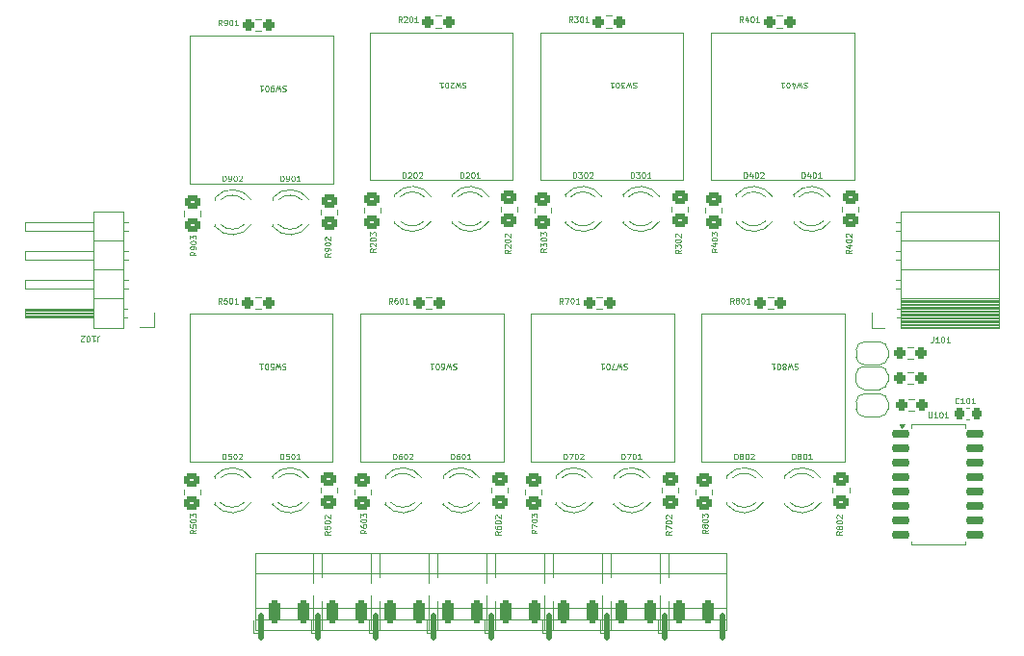
<source format=gbr>
%TF.GenerationSoftware,KiCad,Pcbnew,8.0.2*%
%TF.CreationDate,2025-01-24T00:11:38+01:00*%
%TF.ProjectId,INPUT_ADD_ON,494e5055-545f-4414-9444-5f4f4e2e6b69,rev?*%
%TF.SameCoordinates,Original*%
%TF.FileFunction,Legend,Top*%
%TF.FilePolarity,Positive*%
%FSLAX46Y46*%
G04 Gerber Fmt 4.6, Leading zero omitted, Abs format (unit mm)*
G04 Created by KiCad (PCBNEW 8.0.2) date 2025-01-24 00:11:38*
%MOMM*%
%LPD*%
G01*
G04 APERTURE LIST*
G04 Aperture macros list*
%AMRoundRect*
0 Rectangle with rounded corners*
0 $1 Rounding radius*
0 $2 $3 $4 $5 $6 $7 $8 $9 X,Y pos of 4 corners*
0 Add a 4 corners polygon primitive as box body*
4,1,4,$2,$3,$4,$5,$6,$7,$8,$9,$2,$3,0*
0 Add four circle primitives for the rounded corners*
1,1,$1+$1,$2,$3*
1,1,$1+$1,$4,$5*
1,1,$1+$1,$6,$7*
1,1,$1+$1,$8,$9*
0 Add four rect primitives between the rounded corners*
20,1,$1+$1,$2,$3,$4,$5,0*
20,1,$1+$1,$4,$5,$6,$7,0*
20,1,$1+$1,$6,$7,$8,$9,0*
20,1,$1+$1,$8,$9,$2,$3,0*%
%AMFreePoly0*
4,1,19,0.500000,-0.750000,0.000000,-0.750000,0.000000,-0.744911,-0.071157,-0.744911,-0.207708,-0.704816,-0.327430,-0.627875,-0.420627,-0.520320,-0.479746,-0.390866,-0.500000,-0.250000,-0.500000,0.250000,-0.479746,0.390866,-0.420627,0.520320,-0.327430,0.627875,-0.207708,0.704816,-0.071157,0.744911,0.000000,0.744911,0.000000,0.750000,0.500000,0.750000,0.500000,-0.750000,0.500000,-0.750000,
$1*%
%AMFreePoly1*
4,1,19,0.000000,0.744911,0.071157,0.744911,0.207708,0.704816,0.327430,0.627875,0.420627,0.520320,0.479746,0.390866,0.500000,0.250000,0.500000,-0.250000,0.479746,-0.390866,0.420627,-0.520320,0.327430,-0.627875,0.207708,-0.704816,0.071157,-0.744911,0.000000,-0.744911,0.000000,-0.750000,-0.500000,-0.750000,-0.500000,0.750000,0.000000,0.750000,0.000000,0.744911,0.000000,0.744911,
$1*%
G04 Aperture macros list end*
%ADD10C,0.500000*%
%ADD11C,0.075000*%
%ADD12C,0.120000*%
%ADD13C,3.200000*%
%ADD14R,1.700000X1.700000*%
%ADD15O,1.700000X1.700000*%
%ADD16C,2.000000*%
%ADD17R,2.000000X2.000000*%
%ADD18RoundRect,0.150000X-0.650000X-0.150000X0.650000X-0.150000X0.650000X0.150000X-0.650000X0.150000X0*%
%ADD19O,3.700000X2.000000*%
%ADD20RoundRect,0.250000X0.450000X-0.350000X0.450000X0.350000X-0.450000X0.350000X-0.450000X-0.350000X0*%
%ADD21RoundRect,0.237500X-0.250000X-0.237500X0.250000X-0.237500X0.250000X0.237500X-0.250000X0.237500X0*%
%ADD22RoundRect,0.237500X0.250000X0.237500X-0.250000X0.237500X-0.250000X-0.237500X0.250000X-0.237500X0*%
%ADD23FreePoly0,0.000000*%
%ADD24FreePoly1,0.000000*%
%ADD25RoundRect,0.250000X0.250000X0.750000X-0.250000X0.750000X-0.250000X-0.750000X0.250000X-0.750000X0*%
%ADD26C,1.800000*%
%ADD27R,1.800000X1.800000*%
%ADD28RoundRect,0.225000X0.225000X0.250000X-0.225000X0.250000X-0.225000X-0.250000X0.225000X-0.250000X0*%
G04 APERTURE END LIST*
D10*
X145542000Y-123571000D02*
X145542000Y-125476000D01*
X140462000Y-123571000D02*
X140462000Y-125476000D01*
X135382000Y-123571000D02*
X135382000Y-125476000D01*
X130302000Y-123571000D02*
X130302000Y-125476000D01*
X125222000Y-123571000D02*
X125222000Y-125476000D01*
X120142000Y-123571000D02*
X120142000Y-125476000D01*
X115062000Y-123571000D02*
X115062000Y-125476000D01*
X105029000Y-123571000D02*
X105029000Y-125476000D01*
X109982000Y-123571000D02*
X109982000Y-125476000D01*
D11*
X90618856Y-99443590D02*
X90618856Y-99086447D01*
X90618856Y-99086447D02*
X90642665Y-99015019D01*
X90642665Y-99015019D02*
X90690284Y-98967400D01*
X90690284Y-98967400D02*
X90761713Y-98943590D01*
X90761713Y-98943590D02*
X90809332Y-98943590D01*
X90118856Y-98943590D02*
X90404570Y-98943590D01*
X90261713Y-98943590D02*
X90261713Y-99443590D01*
X90261713Y-99443590D02*
X90309332Y-99372161D01*
X90309332Y-99372161D02*
X90356951Y-99324542D01*
X90356951Y-99324542D02*
X90404570Y-99300733D01*
X89809333Y-99443590D02*
X89761714Y-99443590D01*
X89761714Y-99443590D02*
X89714095Y-99419780D01*
X89714095Y-99419780D02*
X89690285Y-99395971D01*
X89690285Y-99395971D02*
X89666476Y-99348352D01*
X89666476Y-99348352D02*
X89642666Y-99253114D01*
X89642666Y-99253114D02*
X89642666Y-99134066D01*
X89642666Y-99134066D02*
X89666476Y-99038828D01*
X89666476Y-99038828D02*
X89690285Y-98991209D01*
X89690285Y-98991209D02*
X89714095Y-98967400D01*
X89714095Y-98967400D02*
X89761714Y-98943590D01*
X89761714Y-98943590D02*
X89809333Y-98943590D01*
X89809333Y-98943590D02*
X89856952Y-98967400D01*
X89856952Y-98967400D02*
X89880761Y-98991209D01*
X89880761Y-98991209D02*
X89904571Y-99038828D01*
X89904571Y-99038828D02*
X89928380Y-99134066D01*
X89928380Y-99134066D02*
X89928380Y-99253114D01*
X89928380Y-99253114D02*
X89904571Y-99348352D01*
X89904571Y-99348352D02*
X89880761Y-99395971D01*
X89880761Y-99395971D02*
X89856952Y-99419780D01*
X89856952Y-99419780D02*
X89809333Y-99443590D01*
X89452190Y-99395971D02*
X89428381Y-99419780D01*
X89428381Y-99419780D02*
X89380762Y-99443590D01*
X89380762Y-99443590D02*
X89261714Y-99443590D01*
X89261714Y-99443590D02*
X89214095Y-99419780D01*
X89214095Y-99419780D02*
X89190286Y-99395971D01*
X89190286Y-99395971D02*
X89166476Y-99348352D01*
X89166476Y-99348352D02*
X89166476Y-99300733D01*
X89166476Y-99300733D02*
X89190286Y-99229304D01*
X89190286Y-99229304D02*
X89476000Y-98943590D01*
X89476000Y-98943590D02*
X89166476Y-98943590D01*
X164076143Y-99001409D02*
X164076143Y-99358552D01*
X164076143Y-99358552D02*
X164052334Y-99429980D01*
X164052334Y-99429980D02*
X164004715Y-99477600D01*
X164004715Y-99477600D02*
X163933286Y-99501409D01*
X163933286Y-99501409D02*
X163885667Y-99501409D01*
X164576143Y-99501409D02*
X164290429Y-99501409D01*
X164433286Y-99501409D02*
X164433286Y-99001409D01*
X164433286Y-99001409D02*
X164385667Y-99072838D01*
X164385667Y-99072838D02*
X164338048Y-99120457D01*
X164338048Y-99120457D02*
X164290429Y-99144266D01*
X164885666Y-99001409D02*
X164933285Y-99001409D01*
X164933285Y-99001409D02*
X164980904Y-99025219D01*
X164980904Y-99025219D02*
X165004714Y-99049028D01*
X165004714Y-99049028D02*
X165028523Y-99096647D01*
X165028523Y-99096647D02*
X165052333Y-99191885D01*
X165052333Y-99191885D02*
X165052333Y-99310933D01*
X165052333Y-99310933D02*
X165028523Y-99406171D01*
X165028523Y-99406171D02*
X165004714Y-99453790D01*
X165004714Y-99453790D02*
X164980904Y-99477600D01*
X164980904Y-99477600D02*
X164933285Y-99501409D01*
X164933285Y-99501409D02*
X164885666Y-99501409D01*
X164885666Y-99501409D02*
X164838047Y-99477600D01*
X164838047Y-99477600D02*
X164814238Y-99453790D01*
X164814238Y-99453790D02*
X164790428Y-99406171D01*
X164790428Y-99406171D02*
X164766619Y-99310933D01*
X164766619Y-99310933D02*
X164766619Y-99191885D01*
X164766619Y-99191885D02*
X164790428Y-99096647D01*
X164790428Y-99096647D02*
X164814238Y-99049028D01*
X164814238Y-99049028D02*
X164838047Y-99025219D01*
X164838047Y-99025219D02*
X164885666Y-99001409D01*
X165528523Y-99501409D02*
X165242809Y-99501409D01*
X165385666Y-99501409D02*
X165385666Y-99001409D01*
X165385666Y-99001409D02*
X165338047Y-99072838D01*
X165338047Y-99072838D02*
X165290428Y-99120457D01*
X165290428Y-99120457D02*
X165242809Y-99144266D01*
X163642857Y-105627409D02*
X163642857Y-106032171D01*
X163642857Y-106032171D02*
X163666667Y-106079790D01*
X163666667Y-106079790D02*
X163690476Y-106103600D01*
X163690476Y-106103600D02*
X163738095Y-106127409D01*
X163738095Y-106127409D02*
X163833333Y-106127409D01*
X163833333Y-106127409D02*
X163880952Y-106103600D01*
X163880952Y-106103600D02*
X163904762Y-106079790D01*
X163904762Y-106079790D02*
X163928571Y-106032171D01*
X163928571Y-106032171D02*
X163928571Y-105627409D01*
X164428572Y-106127409D02*
X164142858Y-106127409D01*
X164285715Y-106127409D02*
X164285715Y-105627409D01*
X164285715Y-105627409D02*
X164238096Y-105698838D01*
X164238096Y-105698838D02*
X164190477Y-105746457D01*
X164190477Y-105746457D02*
X164142858Y-105770266D01*
X164738095Y-105627409D02*
X164785714Y-105627409D01*
X164785714Y-105627409D02*
X164833333Y-105651219D01*
X164833333Y-105651219D02*
X164857143Y-105675028D01*
X164857143Y-105675028D02*
X164880952Y-105722647D01*
X164880952Y-105722647D02*
X164904762Y-105817885D01*
X164904762Y-105817885D02*
X164904762Y-105936933D01*
X164904762Y-105936933D02*
X164880952Y-106032171D01*
X164880952Y-106032171D02*
X164857143Y-106079790D01*
X164857143Y-106079790D02*
X164833333Y-106103600D01*
X164833333Y-106103600D02*
X164785714Y-106127409D01*
X164785714Y-106127409D02*
X164738095Y-106127409D01*
X164738095Y-106127409D02*
X164690476Y-106103600D01*
X164690476Y-106103600D02*
X164666667Y-106079790D01*
X164666667Y-106079790D02*
X164642857Y-106032171D01*
X164642857Y-106032171D02*
X164619048Y-105936933D01*
X164619048Y-105936933D02*
X164619048Y-105817885D01*
X164619048Y-105817885D02*
X164642857Y-105722647D01*
X164642857Y-105722647D02*
X164666667Y-105675028D01*
X164666667Y-105675028D02*
X164690476Y-105651219D01*
X164690476Y-105651219D02*
X164738095Y-105627409D01*
X165380952Y-106127409D02*
X165095238Y-106127409D01*
X165238095Y-106127409D02*
X165238095Y-105627409D01*
X165238095Y-105627409D02*
X165190476Y-105698838D01*
X165190476Y-105698838D02*
X165142857Y-105746457D01*
X165142857Y-105746457D02*
X165095238Y-105770266D01*
X107174855Y-76911400D02*
X107103427Y-76887590D01*
X107103427Y-76887590D02*
X106984379Y-76887590D01*
X106984379Y-76887590D02*
X106936760Y-76911400D01*
X106936760Y-76911400D02*
X106912951Y-76935209D01*
X106912951Y-76935209D02*
X106889141Y-76982828D01*
X106889141Y-76982828D02*
X106889141Y-77030447D01*
X106889141Y-77030447D02*
X106912951Y-77078066D01*
X106912951Y-77078066D02*
X106936760Y-77101876D01*
X106936760Y-77101876D02*
X106984379Y-77125685D01*
X106984379Y-77125685D02*
X107079617Y-77149495D01*
X107079617Y-77149495D02*
X107127236Y-77173304D01*
X107127236Y-77173304D02*
X107151046Y-77197114D01*
X107151046Y-77197114D02*
X107174855Y-77244733D01*
X107174855Y-77244733D02*
X107174855Y-77292352D01*
X107174855Y-77292352D02*
X107151046Y-77339971D01*
X107151046Y-77339971D02*
X107127236Y-77363780D01*
X107127236Y-77363780D02*
X107079617Y-77387590D01*
X107079617Y-77387590D02*
X106960570Y-77387590D01*
X106960570Y-77387590D02*
X106889141Y-77363780D01*
X106722475Y-77387590D02*
X106603427Y-76887590D01*
X106603427Y-76887590D02*
X106508189Y-77244733D01*
X106508189Y-77244733D02*
X106412951Y-76887590D01*
X106412951Y-76887590D02*
X106293904Y-77387590D01*
X106079617Y-76887590D02*
X105984379Y-76887590D01*
X105984379Y-76887590D02*
X105936760Y-76911400D01*
X105936760Y-76911400D02*
X105912951Y-76935209D01*
X105912951Y-76935209D02*
X105865332Y-77006638D01*
X105865332Y-77006638D02*
X105841522Y-77101876D01*
X105841522Y-77101876D02*
X105841522Y-77292352D01*
X105841522Y-77292352D02*
X105865332Y-77339971D01*
X105865332Y-77339971D02*
X105889141Y-77363780D01*
X105889141Y-77363780D02*
X105936760Y-77387590D01*
X105936760Y-77387590D02*
X106031998Y-77387590D01*
X106031998Y-77387590D02*
X106079617Y-77363780D01*
X106079617Y-77363780D02*
X106103427Y-77339971D01*
X106103427Y-77339971D02*
X106127236Y-77292352D01*
X106127236Y-77292352D02*
X106127236Y-77173304D01*
X106127236Y-77173304D02*
X106103427Y-77125685D01*
X106103427Y-77125685D02*
X106079617Y-77101876D01*
X106079617Y-77101876D02*
X106031998Y-77078066D01*
X106031998Y-77078066D02*
X105936760Y-77078066D01*
X105936760Y-77078066D02*
X105889141Y-77101876D01*
X105889141Y-77101876D02*
X105865332Y-77125685D01*
X105865332Y-77125685D02*
X105841522Y-77173304D01*
X105531999Y-77387590D02*
X105484380Y-77387590D01*
X105484380Y-77387590D02*
X105436761Y-77363780D01*
X105436761Y-77363780D02*
X105412951Y-77339971D01*
X105412951Y-77339971D02*
X105389142Y-77292352D01*
X105389142Y-77292352D02*
X105365332Y-77197114D01*
X105365332Y-77197114D02*
X105365332Y-77078066D01*
X105365332Y-77078066D02*
X105389142Y-76982828D01*
X105389142Y-76982828D02*
X105412951Y-76935209D01*
X105412951Y-76935209D02*
X105436761Y-76911400D01*
X105436761Y-76911400D02*
X105484380Y-76887590D01*
X105484380Y-76887590D02*
X105531999Y-76887590D01*
X105531999Y-76887590D02*
X105579618Y-76911400D01*
X105579618Y-76911400D02*
X105603427Y-76935209D01*
X105603427Y-76935209D02*
X105627237Y-76982828D01*
X105627237Y-76982828D02*
X105651046Y-77078066D01*
X105651046Y-77078066D02*
X105651046Y-77197114D01*
X105651046Y-77197114D02*
X105627237Y-77292352D01*
X105627237Y-77292352D02*
X105603427Y-77339971D01*
X105603427Y-77339971D02*
X105579618Y-77363780D01*
X105579618Y-77363780D02*
X105531999Y-77387590D01*
X104889142Y-76887590D02*
X105174856Y-76887590D01*
X105031999Y-76887590D02*
X105031999Y-77387590D01*
X105031999Y-77387590D02*
X105079618Y-77316161D01*
X105079618Y-77316161D02*
X105127237Y-77268542D01*
X105127237Y-77268542D02*
X105174856Y-77244733D01*
X152158855Y-101391400D02*
X152087427Y-101367590D01*
X152087427Y-101367590D02*
X151968379Y-101367590D01*
X151968379Y-101367590D02*
X151920760Y-101391400D01*
X151920760Y-101391400D02*
X151896951Y-101415209D01*
X151896951Y-101415209D02*
X151873141Y-101462828D01*
X151873141Y-101462828D02*
X151873141Y-101510447D01*
X151873141Y-101510447D02*
X151896951Y-101558066D01*
X151896951Y-101558066D02*
X151920760Y-101581876D01*
X151920760Y-101581876D02*
X151968379Y-101605685D01*
X151968379Y-101605685D02*
X152063617Y-101629495D01*
X152063617Y-101629495D02*
X152111236Y-101653304D01*
X152111236Y-101653304D02*
X152135046Y-101677114D01*
X152135046Y-101677114D02*
X152158855Y-101724733D01*
X152158855Y-101724733D02*
X152158855Y-101772352D01*
X152158855Y-101772352D02*
X152135046Y-101819971D01*
X152135046Y-101819971D02*
X152111236Y-101843780D01*
X152111236Y-101843780D02*
X152063617Y-101867590D01*
X152063617Y-101867590D02*
X151944570Y-101867590D01*
X151944570Y-101867590D02*
X151873141Y-101843780D01*
X151706475Y-101867590D02*
X151587427Y-101367590D01*
X151587427Y-101367590D02*
X151492189Y-101724733D01*
X151492189Y-101724733D02*
X151396951Y-101367590D01*
X151396951Y-101367590D02*
X151277904Y-101867590D01*
X151015998Y-101653304D02*
X151063617Y-101677114D01*
X151063617Y-101677114D02*
X151087427Y-101700923D01*
X151087427Y-101700923D02*
X151111236Y-101748542D01*
X151111236Y-101748542D02*
X151111236Y-101772352D01*
X151111236Y-101772352D02*
X151087427Y-101819971D01*
X151087427Y-101819971D02*
X151063617Y-101843780D01*
X151063617Y-101843780D02*
X151015998Y-101867590D01*
X151015998Y-101867590D02*
X150920760Y-101867590D01*
X150920760Y-101867590D02*
X150873141Y-101843780D01*
X150873141Y-101843780D02*
X150849332Y-101819971D01*
X150849332Y-101819971D02*
X150825522Y-101772352D01*
X150825522Y-101772352D02*
X150825522Y-101748542D01*
X150825522Y-101748542D02*
X150849332Y-101700923D01*
X150849332Y-101700923D02*
X150873141Y-101677114D01*
X150873141Y-101677114D02*
X150920760Y-101653304D01*
X150920760Y-101653304D02*
X151015998Y-101653304D01*
X151015998Y-101653304D02*
X151063617Y-101629495D01*
X151063617Y-101629495D02*
X151087427Y-101605685D01*
X151087427Y-101605685D02*
X151111236Y-101558066D01*
X151111236Y-101558066D02*
X151111236Y-101462828D01*
X151111236Y-101462828D02*
X151087427Y-101415209D01*
X151087427Y-101415209D02*
X151063617Y-101391400D01*
X151063617Y-101391400D02*
X151015998Y-101367590D01*
X151015998Y-101367590D02*
X150920760Y-101367590D01*
X150920760Y-101367590D02*
X150873141Y-101391400D01*
X150873141Y-101391400D02*
X150849332Y-101415209D01*
X150849332Y-101415209D02*
X150825522Y-101462828D01*
X150825522Y-101462828D02*
X150825522Y-101558066D01*
X150825522Y-101558066D02*
X150849332Y-101605685D01*
X150849332Y-101605685D02*
X150873141Y-101629495D01*
X150873141Y-101629495D02*
X150920760Y-101653304D01*
X150515999Y-101867590D02*
X150468380Y-101867590D01*
X150468380Y-101867590D02*
X150420761Y-101843780D01*
X150420761Y-101843780D02*
X150396951Y-101819971D01*
X150396951Y-101819971D02*
X150373142Y-101772352D01*
X150373142Y-101772352D02*
X150349332Y-101677114D01*
X150349332Y-101677114D02*
X150349332Y-101558066D01*
X150349332Y-101558066D02*
X150373142Y-101462828D01*
X150373142Y-101462828D02*
X150396951Y-101415209D01*
X150396951Y-101415209D02*
X150420761Y-101391400D01*
X150420761Y-101391400D02*
X150468380Y-101367590D01*
X150468380Y-101367590D02*
X150515999Y-101367590D01*
X150515999Y-101367590D02*
X150563618Y-101391400D01*
X150563618Y-101391400D02*
X150587427Y-101415209D01*
X150587427Y-101415209D02*
X150611237Y-101462828D01*
X150611237Y-101462828D02*
X150635046Y-101558066D01*
X150635046Y-101558066D02*
X150635046Y-101677114D01*
X150635046Y-101677114D02*
X150611237Y-101772352D01*
X150611237Y-101772352D02*
X150587427Y-101819971D01*
X150587427Y-101819971D02*
X150563618Y-101843780D01*
X150563618Y-101843780D02*
X150515999Y-101867590D01*
X149873142Y-101367590D02*
X150158856Y-101367590D01*
X150015999Y-101367590D02*
X150015999Y-101867590D01*
X150015999Y-101867590D02*
X150063618Y-101796161D01*
X150063618Y-101796161D02*
X150111237Y-101748542D01*
X150111237Y-101748542D02*
X150158856Y-101724733D01*
X137158855Y-101391400D02*
X137087427Y-101367590D01*
X137087427Y-101367590D02*
X136968379Y-101367590D01*
X136968379Y-101367590D02*
X136920760Y-101391400D01*
X136920760Y-101391400D02*
X136896951Y-101415209D01*
X136896951Y-101415209D02*
X136873141Y-101462828D01*
X136873141Y-101462828D02*
X136873141Y-101510447D01*
X136873141Y-101510447D02*
X136896951Y-101558066D01*
X136896951Y-101558066D02*
X136920760Y-101581876D01*
X136920760Y-101581876D02*
X136968379Y-101605685D01*
X136968379Y-101605685D02*
X137063617Y-101629495D01*
X137063617Y-101629495D02*
X137111236Y-101653304D01*
X137111236Y-101653304D02*
X137135046Y-101677114D01*
X137135046Y-101677114D02*
X137158855Y-101724733D01*
X137158855Y-101724733D02*
X137158855Y-101772352D01*
X137158855Y-101772352D02*
X137135046Y-101819971D01*
X137135046Y-101819971D02*
X137111236Y-101843780D01*
X137111236Y-101843780D02*
X137063617Y-101867590D01*
X137063617Y-101867590D02*
X136944570Y-101867590D01*
X136944570Y-101867590D02*
X136873141Y-101843780D01*
X136706475Y-101867590D02*
X136587427Y-101367590D01*
X136587427Y-101367590D02*
X136492189Y-101724733D01*
X136492189Y-101724733D02*
X136396951Y-101367590D01*
X136396951Y-101367590D02*
X136277904Y-101867590D01*
X136135046Y-101867590D02*
X135801713Y-101867590D01*
X135801713Y-101867590D02*
X136015998Y-101367590D01*
X135515999Y-101867590D02*
X135468380Y-101867590D01*
X135468380Y-101867590D02*
X135420761Y-101843780D01*
X135420761Y-101843780D02*
X135396951Y-101819971D01*
X135396951Y-101819971D02*
X135373142Y-101772352D01*
X135373142Y-101772352D02*
X135349332Y-101677114D01*
X135349332Y-101677114D02*
X135349332Y-101558066D01*
X135349332Y-101558066D02*
X135373142Y-101462828D01*
X135373142Y-101462828D02*
X135396951Y-101415209D01*
X135396951Y-101415209D02*
X135420761Y-101391400D01*
X135420761Y-101391400D02*
X135468380Y-101367590D01*
X135468380Y-101367590D02*
X135515999Y-101367590D01*
X135515999Y-101367590D02*
X135563618Y-101391400D01*
X135563618Y-101391400D02*
X135587427Y-101415209D01*
X135587427Y-101415209D02*
X135611237Y-101462828D01*
X135611237Y-101462828D02*
X135635046Y-101558066D01*
X135635046Y-101558066D02*
X135635046Y-101677114D01*
X135635046Y-101677114D02*
X135611237Y-101772352D01*
X135611237Y-101772352D02*
X135587427Y-101819971D01*
X135587427Y-101819971D02*
X135563618Y-101843780D01*
X135563618Y-101843780D02*
X135515999Y-101867590D01*
X134873142Y-101367590D02*
X135158856Y-101367590D01*
X135015999Y-101367590D02*
X135015999Y-101867590D01*
X135015999Y-101867590D02*
X135063618Y-101796161D01*
X135063618Y-101796161D02*
X135111237Y-101748542D01*
X135111237Y-101748542D02*
X135158856Y-101724733D01*
X122158855Y-101391400D02*
X122087427Y-101367590D01*
X122087427Y-101367590D02*
X121968379Y-101367590D01*
X121968379Y-101367590D02*
X121920760Y-101391400D01*
X121920760Y-101391400D02*
X121896951Y-101415209D01*
X121896951Y-101415209D02*
X121873141Y-101462828D01*
X121873141Y-101462828D02*
X121873141Y-101510447D01*
X121873141Y-101510447D02*
X121896951Y-101558066D01*
X121896951Y-101558066D02*
X121920760Y-101581876D01*
X121920760Y-101581876D02*
X121968379Y-101605685D01*
X121968379Y-101605685D02*
X122063617Y-101629495D01*
X122063617Y-101629495D02*
X122111236Y-101653304D01*
X122111236Y-101653304D02*
X122135046Y-101677114D01*
X122135046Y-101677114D02*
X122158855Y-101724733D01*
X122158855Y-101724733D02*
X122158855Y-101772352D01*
X122158855Y-101772352D02*
X122135046Y-101819971D01*
X122135046Y-101819971D02*
X122111236Y-101843780D01*
X122111236Y-101843780D02*
X122063617Y-101867590D01*
X122063617Y-101867590D02*
X121944570Y-101867590D01*
X121944570Y-101867590D02*
X121873141Y-101843780D01*
X121706475Y-101867590D02*
X121587427Y-101367590D01*
X121587427Y-101367590D02*
X121492189Y-101724733D01*
X121492189Y-101724733D02*
X121396951Y-101367590D01*
X121396951Y-101367590D02*
X121277904Y-101867590D01*
X120873141Y-101867590D02*
X120968379Y-101867590D01*
X120968379Y-101867590D02*
X121015998Y-101843780D01*
X121015998Y-101843780D02*
X121039808Y-101819971D01*
X121039808Y-101819971D02*
X121087427Y-101748542D01*
X121087427Y-101748542D02*
X121111236Y-101653304D01*
X121111236Y-101653304D02*
X121111236Y-101462828D01*
X121111236Y-101462828D02*
X121087427Y-101415209D01*
X121087427Y-101415209D02*
X121063617Y-101391400D01*
X121063617Y-101391400D02*
X121015998Y-101367590D01*
X121015998Y-101367590D02*
X120920760Y-101367590D01*
X120920760Y-101367590D02*
X120873141Y-101391400D01*
X120873141Y-101391400D02*
X120849332Y-101415209D01*
X120849332Y-101415209D02*
X120825522Y-101462828D01*
X120825522Y-101462828D02*
X120825522Y-101581876D01*
X120825522Y-101581876D02*
X120849332Y-101629495D01*
X120849332Y-101629495D02*
X120873141Y-101653304D01*
X120873141Y-101653304D02*
X120920760Y-101677114D01*
X120920760Y-101677114D02*
X121015998Y-101677114D01*
X121015998Y-101677114D02*
X121063617Y-101653304D01*
X121063617Y-101653304D02*
X121087427Y-101629495D01*
X121087427Y-101629495D02*
X121111236Y-101581876D01*
X120515999Y-101867590D02*
X120468380Y-101867590D01*
X120468380Y-101867590D02*
X120420761Y-101843780D01*
X120420761Y-101843780D02*
X120396951Y-101819971D01*
X120396951Y-101819971D02*
X120373142Y-101772352D01*
X120373142Y-101772352D02*
X120349332Y-101677114D01*
X120349332Y-101677114D02*
X120349332Y-101558066D01*
X120349332Y-101558066D02*
X120373142Y-101462828D01*
X120373142Y-101462828D02*
X120396951Y-101415209D01*
X120396951Y-101415209D02*
X120420761Y-101391400D01*
X120420761Y-101391400D02*
X120468380Y-101367590D01*
X120468380Y-101367590D02*
X120515999Y-101367590D01*
X120515999Y-101367590D02*
X120563618Y-101391400D01*
X120563618Y-101391400D02*
X120587427Y-101415209D01*
X120587427Y-101415209D02*
X120611237Y-101462828D01*
X120611237Y-101462828D02*
X120635046Y-101558066D01*
X120635046Y-101558066D02*
X120635046Y-101677114D01*
X120635046Y-101677114D02*
X120611237Y-101772352D01*
X120611237Y-101772352D02*
X120587427Y-101819971D01*
X120587427Y-101819971D02*
X120563618Y-101843780D01*
X120563618Y-101843780D02*
X120515999Y-101867590D01*
X119873142Y-101367590D02*
X120158856Y-101367590D01*
X120015999Y-101367590D02*
X120015999Y-101867590D01*
X120015999Y-101867590D02*
X120063618Y-101796161D01*
X120063618Y-101796161D02*
X120111237Y-101748542D01*
X120111237Y-101748542D02*
X120158856Y-101724733D01*
X107158855Y-101391400D02*
X107087427Y-101367590D01*
X107087427Y-101367590D02*
X106968379Y-101367590D01*
X106968379Y-101367590D02*
X106920760Y-101391400D01*
X106920760Y-101391400D02*
X106896951Y-101415209D01*
X106896951Y-101415209D02*
X106873141Y-101462828D01*
X106873141Y-101462828D02*
X106873141Y-101510447D01*
X106873141Y-101510447D02*
X106896951Y-101558066D01*
X106896951Y-101558066D02*
X106920760Y-101581876D01*
X106920760Y-101581876D02*
X106968379Y-101605685D01*
X106968379Y-101605685D02*
X107063617Y-101629495D01*
X107063617Y-101629495D02*
X107111236Y-101653304D01*
X107111236Y-101653304D02*
X107135046Y-101677114D01*
X107135046Y-101677114D02*
X107158855Y-101724733D01*
X107158855Y-101724733D02*
X107158855Y-101772352D01*
X107158855Y-101772352D02*
X107135046Y-101819971D01*
X107135046Y-101819971D02*
X107111236Y-101843780D01*
X107111236Y-101843780D02*
X107063617Y-101867590D01*
X107063617Y-101867590D02*
X106944570Y-101867590D01*
X106944570Y-101867590D02*
X106873141Y-101843780D01*
X106706475Y-101867590D02*
X106587427Y-101367590D01*
X106587427Y-101367590D02*
X106492189Y-101724733D01*
X106492189Y-101724733D02*
X106396951Y-101367590D01*
X106396951Y-101367590D02*
X106277904Y-101867590D01*
X105849332Y-101867590D02*
X106087427Y-101867590D01*
X106087427Y-101867590D02*
X106111236Y-101629495D01*
X106111236Y-101629495D02*
X106087427Y-101653304D01*
X106087427Y-101653304D02*
X106039808Y-101677114D01*
X106039808Y-101677114D02*
X105920760Y-101677114D01*
X105920760Y-101677114D02*
X105873141Y-101653304D01*
X105873141Y-101653304D02*
X105849332Y-101629495D01*
X105849332Y-101629495D02*
X105825522Y-101581876D01*
X105825522Y-101581876D02*
X105825522Y-101462828D01*
X105825522Y-101462828D02*
X105849332Y-101415209D01*
X105849332Y-101415209D02*
X105873141Y-101391400D01*
X105873141Y-101391400D02*
X105920760Y-101367590D01*
X105920760Y-101367590D02*
X106039808Y-101367590D01*
X106039808Y-101367590D02*
X106087427Y-101391400D01*
X106087427Y-101391400D02*
X106111236Y-101415209D01*
X105515999Y-101867590D02*
X105468380Y-101867590D01*
X105468380Y-101867590D02*
X105420761Y-101843780D01*
X105420761Y-101843780D02*
X105396951Y-101819971D01*
X105396951Y-101819971D02*
X105373142Y-101772352D01*
X105373142Y-101772352D02*
X105349332Y-101677114D01*
X105349332Y-101677114D02*
X105349332Y-101558066D01*
X105349332Y-101558066D02*
X105373142Y-101462828D01*
X105373142Y-101462828D02*
X105396951Y-101415209D01*
X105396951Y-101415209D02*
X105420761Y-101391400D01*
X105420761Y-101391400D02*
X105468380Y-101367590D01*
X105468380Y-101367590D02*
X105515999Y-101367590D01*
X105515999Y-101367590D02*
X105563618Y-101391400D01*
X105563618Y-101391400D02*
X105587427Y-101415209D01*
X105587427Y-101415209D02*
X105611237Y-101462828D01*
X105611237Y-101462828D02*
X105635046Y-101558066D01*
X105635046Y-101558066D02*
X105635046Y-101677114D01*
X105635046Y-101677114D02*
X105611237Y-101772352D01*
X105611237Y-101772352D02*
X105587427Y-101819971D01*
X105587427Y-101819971D02*
X105563618Y-101843780D01*
X105563618Y-101843780D02*
X105515999Y-101867590D01*
X104873142Y-101367590D02*
X105158856Y-101367590D01*
X105015999Y-101367590D02*
X105015999Y-101867590D01*
X105015999Y-101867590D02*
X105063618Y-101796161D01*
X105063618Y-101796161D02*
X105111237Y-101748542D01*
X105111237Y-101748542D02*
X105158856Y-101724733D01*
X152986855Y-76623400D02*
X152915427Y-76599590D01*
X152915427Y-76599590D02*
X152796379Y-76599590D01*
X152796379Y-76599590D02*
X152748760Y-76623400D01*
X152748760Y-76623400D02*
X152724951Y-76647209D01*
X152724951Y-76647209D02*
X152701141Y-76694828D01*
X152701141Y-76694828D02*
X152701141Y-76742447D01*
X152701141Y-76742447D02*
X152724951Y-76790066D01*
X152724951Y-76790066D02*
X152748760Y-76813876D01*
X152748760Y-76813876D02*
X152796379Y-76837685D01*
X152796379Y-76837685D02*
X152891617Y-76861495D01*
X152891617Y-76861495D02*
X152939236Y-76885304D01*
X152939236Y-76885304D02*
X152963046Y-76909114D01*
X152963046Y-76909114D02*
X152986855Y-76956733D01*
X152986855Y-76956733D02*
X152986855Y-77004352D01*
X152986855Y-77004352D02*
X152963046Y-77051971D01*
X152963046Y-77051971D02*
X152939236Y-77075780D01*
X152939236Y-77075780D02*
X152891617Y-77099590D01*
X152891617Y-77099590D02*
X152772570Y-77099590D01*
X152772570Y-77099590D02*
X152701141Y-77075780D01*
X152534475Y-77099590D02*
X152415427Y-76599590D01*
X152415427Y-76599590D02*
X152320189Y-76956733D01*
X152320189Y-76956733D02*
X152224951Y-76599590D01*
X152224951Y-76599590D02*
X152105904Y-77099590D01*
X151701141Y-76932923D02*
X151701141Y-76599590D01*
X151820189Y-77123400D02*
X151939236Y-76766257D01*
X151939236Y-76766257D02*
X151629713Y-76766257D01*
X151343999Y-77099590D02*
X151296380Y-77099590D01*
X151296380Y-77099590D02*
X151248761Y-77075780D01*
X151248761Y-77075780D02*
X151224951Y-77051971D01*
X151224951Y-77051971D02*
X151201142Y-77004352D01*
X151201142Y-77004352D02*
X151177332Y-76909114D01*
X151177332Y-76909114D02*
X151177332Y-76790066D01*
X151177332Y-76790066D02*
X151201142Y-76694828D01*
X151201142Y-76694828D02*
X151224951Y-76647209D01*
X151224951Y-76647209D02*
X151248761Y-76623400D01*
X151248761Y-76623400D02*
X151296380Y-76599590D01*
X151296380Y-76599590D02*
X151343999Y-76599590D01*
X151343999Y-76599590D02*
X151391618Y-76623400D01*
X151391618Y-76623400D02*
X151415427Y-76647209D01*
X151415427Y-76647209D02*
X151439237Y-76694828D01*
X151439237Y-76694828D02*
X151463046Y-76790066D01*
X151463046Y-76790066D02*
X151463046Y-76909114D01*
X151463046Y-76909114D02*
X151439237Y-77004352D01*
X151439237Y-77004352D02*
X151415427Y-77051971D01*
X151415427Y-77051971D02*
X151391618Y-77075780D01*
X151391618Y-77075780D02*
X151343999Y-77099590D01*
X150701142Y-76599590D02*
X150986856Y-76599590D01*
X150843999Y-76599590D02*
X150843999Y-77099590D01*
X150843999Y-77099590D02*
X150891618Y-77028161D01*
X150891618Y-77028161D02*
X150939237Y-76980542D01*
X150939237Y-76980542D02*
X150986856Y-76956733D01*
X137986855Y-76623400D02*
X137915427Y-76599590D01*
X137915427Y-76599590D02*
X137796379Y-76599590D01*
X137796379Y-76599590D02*
X137748760Y-76623400D01*
X137748760Y-76623400D02*
X137724951Y-76647209D01*
X137724951Y-76647209D02*
X137701141Y-76694828D01*
X137701141Y-76694828D02*
X137701141Y-76742447D01*
X137701141Y-76742447D02*
X137724951Y-76790066D01*
X137724951Y-76790066D02*
X137748760Y-76813876D01*
X137748760Y-76813876D02*
X137796379Y-76837685D01*
X137796379Y-76837685D02*
X137891617Y-76861495D01*
X137891617Y-76861495D02*
X137939236Y-76885304D01*
X137939236Y-76885304D02*
X137963046Y-76909114D01*
X137963046Y-76909114D02*
X137986855Y-76956733D01*
X137986855Y-76956733D02*
X137986855Y-77004352D01*
X137986855Y-77004352D02*
X137963046Y-77051971D01*
X137963046Y-77051971D02*
X137939236Y-77075780D01*
X137939236Y-77075780D02*
X137891617Y-77099590D01*
X137891617Y-77099590D02*
X137772570Y-77099590D01*
X137772570Y-77099590D02*
X137701141Y-77075780D01*
X137534475Y-77099590D02*
X137415427Y-76599590D01*
X137415427Y-76599590D02*
X137320189Y-76956733D01*
X137320189Y-76956733D02*
X137224951Y-76599590D01*
X137224951Y-76599590D02*
X137105904Y-77099590D01*
X136963046Y-77099590D02*
X136653522Y-77099590D01*
X136653522Y-77099590D02*
X136820189Y-76909114D01*
X136820189Y-76909114D02*
X136748760Y-76909114D01*
X136748760Y-76909114D02*
X136701141Y-76885304D01*
X136701141Y-76885304D02*
X136677332Y-76861495D01*
X136677332Y-76861495D02*
X136653522Y-76813876D01*
X136653522Y-76813876D02*
X136653522Y-76694828D01*
X136653522Y-76694828D02*
X136677332Y-76647209D01*
X136677332Y-76647209D02*
X136701141Y-76623400D01*
X136701141Y-76623400D02*
X136748760Y-76599590D01*
X136748760Y-76599590D02*
X136891617Y-76599590D01*
X136891617Y-76599590D02*
X136939236Y-76623400D01*
X136939236Y-76623400D02*
X136963046Y-76647209D01*
X136343999Y-77099590D02*
X136296380Y-77099590D01*
X136296380Y-77099590D02*
X136248761Y-77075780D01*
X136248761Y-77075780D02*
X136224951Y-77051971D01*
X136224951Y-77051971D02*
X136201142Y-77004352D01*
X136201142Y-77004352D02*
X136177332Y-76909114D01*
X136177332Y-76909114D02*
X136177332Y-76790066D01*
X136177332Y-76790066D02*
X136201142Y-76694828D01*
X136201142Y-76694828D02*
X136224951Y-76647209D01*
X136224951Y-76647209D02*
X136248761Y-76623400D01*
X136248761Y-76623400D02*
X136296380Y-76599590D01*
X136296380Y-76599590D02*
X136343999Y-76599590D01*
X136343999Y-76599590D02*
X136391618Y-76623400D01*
X136391618Y-76623400D02*
X136415427Y-76647209D01*
X136415427Y-76647209D02*
X136439237Y-76694828D01*
X136439237Y-76694828D02*
X136463046Y-76790066D01*
X136463046Y-76790066D02*
X136463046Y-76909114D01*
X136463046Y-76909114D02*
X136439237Y-77004352D01*
X136439237Y-77004352D02*
X136415427Y-77051971D01*
X136415427Y-77051971D02*
X136391618Y-77075780D01*
X136391618Y-77075780D02*
X136343999Y-77099590D01*
X135701142Y-76599590D02*
X135986856Y-76599590D01*
X135843999Y-76599590D02*
X135843999Y-77099590D01*
X135843999Y-77099590D02*
X135891618Y-77028161D01*
X135891618Y-77028161D02*
X135939237Y-76980542D01*
X135939237Y-76980542D02*
X135986856Y-76956733D01*
X122986855Y-76623400D02*
X122915427Y-76599590D01*
X122915427Y-76599590D02*
X122796379Y-76599590D01*
X122796379Y-76599590D02*
X122748760Y-76623400D01*
X122748760Y-76623400D02*
X122724951Y-76647209D01*
X122724951Y-76647209D02*
X122701141Y-76694828D01*
X122701141Y-76694828D02*
X122701141Y-76742447D01*
X122701141Y-76742447D02*
X122724951Y-76790066D01*
X122724951Y-76790066D02*
X122748760Y-76813876D01*
X122748760Y-76813876D02*
X122796379Y-76837685D01*
X122796379Y-76837685D02*
X122891617Y-76861495D01*
X122891617Y-76861495D02*
X122939236Y-76885304D01*
X122939236Y-76885304D02*
X122963046Y-76909114D01*
X122963046Y-76909114D02*
X122986855Y-76956733D01*
X122986855Y-76956733D02*
X122986855Y-77004352D01*
X122986855Y-77004352D02*
X122963046Y-77051971D01*
X122963046Y-77051971D02*
X122939236Y-77075780D01*
X122939236Y-77075780D02*
X122891617Y-77099590D01*
X122891617Y-77099590D02*
X122772570Y-77099590D01*
X122772570Y-77099590D02*
X122701141Y-77075780D01*
X122534475Y-77099590D02*
X122415427Y-76599590D01*
X122415427Y-76599590D02*
X122320189Y-76956733D01*
X122320189Y-76956733D02*
X122224951Y-76599590D01*
X122224951Y-76599590D02*
X122105904Y-77099590D01*
X121939236Y-77051971D02*
X121915427Y-77075780D01*
X121915427Y-77075780D02*
X121867808Y-77099590D01*
X121867808Y-77099590D02*
X121748760Y-77099590D01*
X121748760Y-77099590D02*
X121701141Y-77075780D01*
X121701141Y-77075780D02*
X121677332Y-77051971D01*
X121677332Y-77051971D02*
X121653522Y-77004352D01*
X121653522Y-77004352D02*
X121653522Y-76956733D01*
X121653522Y-76956733D02*
X121677332Y-76885304D01*
X121677332Y-76885304D02*
X121963046Y-76599590D01*
X121963046Y-76599590D02*
X121653522Y-76599590D01*
X121343999Y-77099590D02*
X121296380Y-77099590D01*
X121296380Y-77099590D02*
X121248761Y-77075780D01*
X121248761Y-77075780D02*
X121224951Y-77051971D01*
X121224951Y-77051971D02*
X121201142Y-77004352D01*
X121201142Y-77004352D02*
X121177332Y-76909114D01*
X121177332Y-76909114D02*
X121177332Y-76790066D01*
X121177332Y-76790066D02*
X121201142Y-76694828D01*
X121201142Y-76694828D02*
X121224951Y-76647209D01*
X121224951Y-76647209D02*
X121248761Y-76623400D01*
X121248761Y-76623400D02*
X121296380Y-76599590D01*
X121296380Y-76599590D02*
X121343999Y-76599590D01*
X121343999Y-76599590D02*
X121391618Y-76623400D01*
X121391618Y-76623400D02*
X121415427Y-76647209D01*
X121415427Y-76647209D02*
X121439237Y-76694828D01*
X121439237Y-76694828D02*
X121463046Y-76790066D01*
X121463046Y-76790066D02*
X121463046Y-76909114D01*
X121463046Y-76909114D02*
X121439237Y-77004352D01*
X121439237Y-77004352D02*
X121415427Y-77051971D01*
X121415427Y-77051971D02*
X121391618Y-77075780D01*
X121391618Y-77075780D02*
X121343999Y-77099590D01*
X120701142Y-76599590D02*
X120986856Y-76599590D01*
X120843999Y-76599590D02*
X120843999Y-77099590D01*
X120843999Y-77099590D02*
X120891618Y-77028161D01*
X120891618Y-77028161D02*
X120939237Y-76980542D01*
X120939237Y-76980542D02*
X120986856Y-76956733D01*
X99274409Y-91517523D02*
X99036314Y-91684189D01*
X99274409Y-91803237D02*
X98774409Y-91803237D01*
X98774409Y-91803237D02*
X98774409Y-91612761D01*
X98774409Y-91612761D02*
X98798219Y-91565142D01*
X98798219Y-91565142D02*
X98822028Y-91541332D01*
X98822028Y-91541332D02*
X98869647Y-91517523D01*
X98869647Y-91517523D02*
X98941076Y-91517523D01*
X98941076Y-91517523D02*
X98988695Y-91541332D01*
X98988695Y-91541332D02*
X99012504Y-91565142D01*
X99012504Y-91565142D02*
X99036314Y-91612761D01*
X99036314Y-91612761D02*
X99036314Y-91803237D01*
X99274409Y-91279427D02*
X99274409Y-91184189D01*
X99274409Y-91184189D02*
X99250600Y-91136570D01*
X99250600Y-91136570D02*
X99226790Y-91112761D01*
X99226790Y-91112761D02*
X99155361Y-91065142D01*
X99155361Y-91065142D02*
X99060123Y-91041332D01*
X99060123Y-91041332D02*
X98869647Y-91041332D01*
X98869647Y-91041332D02*
X98822028Y-91065142D01*
X98822028Y-91065142D02*
X98798219Y-91088951D01*
X98798219Y-91088951D02*
X98774409Y-91136570D01*
X98774409Y-91136570D02*
X98774409Y-91231808D01*
X98774409Y-91231808D02*
X98798219Y-91279427D01*
X98798219Y-91279427D02*
X98822028Y-91303237D01*
X98822028Y-91303237D02*
X98869647Y-91327046D01*
X98869647Y-91327046D02*
X98988695Y-91327046D01*
X98988695Y-91327046D02*
X99036314Y-91303237D01*
X99036314Y-91303237D02*
X99060123Y-91279427D01*
X99060123Y-91279427D02*
X99083933Y-91231808D01*
X99083933Y-91231808D02*
X99083933Y-91136570D01*
X99083933Y-91136570D02*
X99060123Y-91088951D01*
X99060123Y-91088951D02*
X99036314Y-91065142D01*
X99036314Y-91065142D02*
X98988695Y-91041332D01*
X98774409Y-90731809D02*
X98774409Y-90684190D01*
X98774409Y-90684190D02*
X98798219Y-90636571D01*
X98798219Y-90636571D02*
X98822028Y-90612761D01*
X98822028Y-90612761D02*
X98869647Y-90588952D01*
X98869647Y-90588952D02*
X98964885Y-90565142D01*
X98964885Y-90565142D02*
X99083933Y-90565142D01*
X99083933Y-90565142D02*
X99179171Y-90588952D01*
X99179171Y-90588952D02*
X99226790Y-90612761D01*
X99226790Y-90612761D02*
X99250600Y-90636571D01*
X99250600Y-90636571D02*
X99274409Y-90684190D01*
X99274409Y-90684190D02*
X99274409Y-90731809D01*
X99274409Y-90731809D02*
X99250600Y-90779428D01*
X99250600Y-90779428D02*
X99226790Y-90803237D01*
X99226790Y-90803237D02*
X99179171Y-90827047D01*
X99179171Y-90827047D02*
X99083933Y-90850856D01*
X99083933Y-90850856D02*
X98964885Y-90850856D01*
X98964885Y-90850856D02*
X98869647Y-90827047D01*
X98869647Y-90827047D02*
X98822028Y-90803237D01*
X98822028Y-90803237D02*
X98798219Y-90779428D01*
X98798219Y-90779428D02*
X98774409Y-90731809D01*
X98774409Y-90398476D02*
X98774409Y-90088952D01*
X98774409Y-90088952D02*
X98964885Y-90255619D01*
X98964885Y-90255619D02*
X98964885Y-90184190D01*
X98964885Y-90184190D02*
X98988695Y-90136571D01*
X98988695Y-90136571D02*
X99012504Y-90112762D01*
X99012504Y-90112762D02*
X99060123Y-90088952D01*
X99060123Y-90088952D02*
X99179171Y-90088952D01*
X99179171Y-90088952D02*
X99226790Y-90112762D01*
X99226790Y-90112762D02*
X99250600Y-90136571D01*
X99250600Y-90136571D02*
X99274409Y-90184190D01*
X99274409Y-90184190D02*
X99274409Y-90327047D01*
X99274409Y-90327047D02*
X99250600Y-90374666D01*
X99250600Y-90374666D02*
X99226790Y-90398476D01*
X111085409Y-91644523D02*
X110847314Y-91811189D01*
X111085409Y-91930237D02*
X110585409Y-91930237D01*
X110585409Y-91930237D02*
X110585409Y-91739761D01*
X110585409Y-91739761D02*
X110609219Y-91692142D01*
X110609219Y-91692142D02*
X110633028Y-91668332D01*
X110633028Y-91668332D02*
X110680647Y-91644523D01*
X110680647Y-91644523D02*
X110752076Y-91644523D01*
X110752076Y-91644523D02*
X110799695Y-91668332D01*
X110799695Y-91668332D02*
X110823504Y-91692142D01*
X110823504Y-91692142D02*
X110847314Y-91739761D01*
X110847314Y-91739761D02*
X110847314Y-91930237D01*
X111085409Y-91406427D02*
X111085409Y-91311189D01*
X111085409Y-91311189D02*
X111061600Y-91263570D01*
X111061600Y-91263570D02*
X111037790Y-91239761D01*
X111037790Y-91239761D02*
X110966361Y-91192142D01*
X110966361Y-91192142D02*
X110871123Y-91168332D01*
X110871123Y-91168332D02*
X110680647Y-91168332D01*
X110680647Y-91168332D02*
X110633028Y-91192142D01*
X110633028Y-91192142D02*
X110609219Y-91215951D01*
X110609219Y-91215951D02*
X110585409Y-91263570D01*
X110585409Y-91263570D02*
X110585409Y-91358808D01*
X110585409Y-91358808D02*
X110609219Y-91406427D01*
X110609219Y-91406427D02*
X110633028Y-91430237D01*
X110633028Y-91430237D02*
X110680647Y-91454046D01*
X110680647Y-91454046D02*
X110799695Y-91454046D01*
X110799695Y-91454046D02*
X110847314Y-91430237D01*
X110847314Y-91430237D02*
X110871123Y-91406427D01*
X110871123Y-91406427D02*
X110894933Y-91358808D01*
X110894933Y-91358808D02*
X110894933Y-91263570D01*
X110894933Y-91263570D02*
X110871123Y-91215951D01*
X110871123Y-91215951D02*
X110847314Y-91192142D01*
X110847314Y-91192142D02*
X110799695Y-91168332D01*
X110585409Y-90858809D02*
X110585409Y-90811190D01*
X110585409Y-90811190D02*
X110609219Y-90763571D01*
X110609219Y-90763571D02*
X110633028Y-90739761D01*
X110633028Y-90739761D02*
X110680647Y-90715952D01*
X110680647Y-90715952D02*
X110775885Y-90692142D01*
X110775885Y-90692142D02*
X110894933Y-90692142D01*
X110894933Y-90692142D02*
X110990171Y-90715952D01*
X110990171Y-90715952D02*
X111037790Y-90739761D01*
X111037790Y-90739761D02*
X111061600Y-90763571D01*
X111061600Y-90763571D02*
X111085409Y-90811190D01*
X111085409Y-90811190D02*
X111085409Y-90858809D01*
X111085409Y-90858809D02*
X111061600Y-90906428D01*
X111061600Y-90906428D02*
X111037790Y-90930237D01*
X111037790Y-90930237D02*
X110990171Y-90954047D01*
X110990171Y-90954047D02*
X110894933Y-90977856D01*
X110894933Y-90977856D02*
X110775885Y-90977856D01*
X110775885Y-90977856D02*
X110680647Y-90954047D01*
X110680647Y-90954047D02*
X110633028Y-90930237D01*
X110633028Y-90930237D02*
X110609219Y-90906428D01*
X110609219Y-90906428D02*
X110585409Y-90858809D01*
X110633028Y-90501666D02*
X110609219Y-90477857D01*
X110609219Y-90477857D02*
X110585409Y-90430238D01*
X110585409Y-90430238D02*
X110585409Y-90311190D01*
X110585409Y-90311190D02*
X110609219Y-90263571D01*
X110609219Y-90263571D02*
X110633028Y-90239762D01*
X110633028Y-90239762D02*
X110680647Y-90215952D01*
X110680647Y-90215952D02*
X110728266Y-90215952D01*
X110728266Y-90215952D02*
X110799695Y-90239762D01*
X110799695Y-90239762D02*
X111085409Y-90525476D01*
X111085409Y-90525476D02*
X111085409Y-90215952D01*
X101548476Y-71600409D02*
X101381810Y-71362314D01*
X101262762Y-71600409D02*
X101262762Y-71100409D01*
X101262762Y-71100409D02*
X101453238Y-71100409D01*
X101453238Y-71100409D02*
X101500857Y-71124219D01*
X101500857Y-71124219D02*
X101524667Y-71148028D01*
X101524667Y-71148028D02*
X101548476Y-71195647D01*
X101548476Y-71195647D02*
X101548476Y-71267076D01*
X101548476Y-71267076D02*
X101524667Y-71314695D01*
X101524667Y-71314695D02*
X101500857Y-71338504D01*
X101500857Y-71338504D02*
X101453238Y-71362314D01*
X101453238Y-71362314D02*
X101262762Y-71362314D01*
X101786572Y-71600409D02*
X101881810Y-71600409D01*
X101881810Y-71600409D02*
X101929429Y-71576600D01*
X101929429Y-71576600D02*
X101953238Y-71552790D01*
X101953238Y-71552790D02*
X102000857Y-71481361D01*
X102000857Y-71481361D02*
X102024667Y-71386123D01*
X102024667Y-71386123D02*
X102024667Y-71195647D01*
X102024667Y-71195647D02*
X102000857Y-71148028D01*
X102000857Y-71148028D02*
X101977048Y-71124219D01*
X101977048Y-71124219D02*
X101929429Y-71100409D01*
X101929429Y-71100409D02*
X101834191Y-71100409D01*
X101834191Y-71100409D02*
X101786572Y-71124219D01*
X101786572Y-71124219D02*
X101762762Y-71148028D01*
X101762762Y-71148028D02*
X101738953Y-71195647D01*
X101738953Y-71195647D02*
X101738953Y-71314695D01*
X101738953Y-71314695D02*
X101762762Y-71362314D01*
X101762762Y-71362314D02*
X101786572Y-71386123D01*
X101786572Y-71386123D02*
X101834191Y-71409933D01*
X101834191Y-71409933D02*
X101929429Y-71409933D01*
X101929429Y-71409933D02*
X101977048Y-71386123D01*
X101977048Y-71386123D02*
X102000857Y-71362314D01*
X102000857Y-71362314D02*
X102024667Y-71314695D01*
X102334190Y-71100409D02*
X102381809Y-71100409D01*
X102381809Y-71100409D02*
X102429428Y-71124219D01*
X102429428Y-71124219D02*
X102453238Y-71148028D01*
X102453238Y-71148028D02*
X102477047Y-71195647D01*
X102477047Y-71195647D02*
X102500857Y-71290885D01*
X102500857Y-71290885D02*
X102500857Y-71409933D01*
X102500857Y-71409933D02*
X102477047Y-71505171D01*
X102477047Y-71505171D02*
X102453238Y-71552790D01*
X102453238Y-71552790D02*
X102429428Y-71576600D01*
X102429428Y-71576600D02*
X102381809Y-71600409D01*
X102381809Y-71600409D02*
X102334190Y-71600409D01*
X102334190Y-71600409D02*
X102286571Y-71576600D01*
X102286571Y-71576600D02*
X102262762Y-71552790D01*
X102262762Y-71552790D02*
X102238952Y-71505171D01*
X102238952Y-71505171D02*
X102215143Y-71409933D01*
X102215143Y-71409933D02*
X102215143Y-71290885D01*
X102215143Y-71290885D02*
X102238952Y-71195647D01*
X102238952Y-71195647D02*
X102262762Y-71148028D01*
X102262762Y-71148028D02*
X102286571Y-71124219D01*
X102286571Y-71124219D02*
X102334190Y-71100409D01*
X102977047Y-71600409D02*
X102691333Y-71600409D01*
X102834190Y-71600409D02*
X102834190Y-71100409D01*
X102834190Y-71100409D02*
X102786571Y-71171838D01*
X102786571Y-71171838D02*
X102738952Y-71219457D01*
X102738952Y-71219457D02*
X102691333Y-71243266D01*
X144258409Y-115997523D02*
X144020314Y-116164189D01*
X144258409Y-116283237D02*
X143758409Y-116283237D01*
X143758409Y-116283237D02*
X143758409Y-116092761D01*
X143758409Y-116092761D02*
X143782219Y-116045142D01*
X143782219Y-116045142D02*
X143806028Y-116021332D01*
X143806028Y-116021332D02*
X143853647Y-115997523D01*
X143853647Y-115997523D02*
X143925076Y-115997523D01*
X143925076Y-115997523D02*
X143972695Y-116021332D01*
X143972695Y-116021332D02*
X143996504Y-116045142D01*
X143996504Y-116045142D02*
X144020314Y-116092761D01*
X144020314Y-116092761D02*
X144020314Y-116283237D01*
X143972695Y-115711808D02*
X143948885Y-115759427D01*
X143948885Y-115759427D02*
X143925076Y-115783237D01*
X143925076Y-115783237D02*
X143877457Y-115807046D01*
X143877457Y-115807046D02*
X143853647Y-115807046D01*
X143853647Y-115807046D02*
X143806028Y-115783237D01*
X143806028Y-115783237D02*
X143782219Y-115759427D01*
X143782219Y-115759427D02*
X143758409Y-115711808D01*
X143758409Y-115711808D02*
X143758409Y-115616570D01*
X143758409Y-115616570D02*
X143782219Y-115568951D01*
X143782219Y-115568951D02*
X143806028Y-115545142D01*
X143806028Y-115545142D02*
X143853647Y-115521332D01*
X143853647Y-115521332D02*
X143877457Y-115521332D01*
X143877457Y-115521332D02*
X143925076Y-115545142D01*
X143925076Y-115545142D02*
X143948885Y-115568951D01*
X143948885Y-115568951D02*
X143972695Y-115616570D01*
X143972695Y-115616570D02*
X143972695Y-115711808D01*
X143972695Y-115711808D02*
X143996504Y-115759427D01*
X143996504Y-115759427D02*
X144020314Y-115783237D01*
X144020314Y-115783237D02*
X144067933Y-115807046D01*
X144067933Y-115807046D02*
X144163171Y-115807046D01*
X144163171Y-115807046D02*
X144210790Y-115783237D01*
X144210790Y-115783237D02*
X144234600Y-115759427D01*
X144234600Y-115759427D02*
X144258409Y-115711808D01*
X144258409Y-115711808D02*
X144258409Y-115616570D01*
X144258409Y-115616570D02*
X144234600Y-115568951D01*
X144234600Y-115568951D02*
X144210790Y-115545142D01*
X144210790Y-115545142D02*
X144163171Y-115521332D01*
X144163171Y-115521332D02*
X144067933Y-115521332D01*
X144067933Y-115521332D02*
X144020314Y-115545142D01*
X144020314Y-115545142D02*
X143996504Y-115568951D01*
X143996504Y-115568951D02*
X143972695Y-115616570D01*
X143758409Y-115211809D02*
X143758409Y-115164190D01*
X143758409Y-115164190D02*
X143782219Y-115116571D01*
X143782219Y-115116571D02*
X143806028Y-115092761D01*
X143806028Y-115092761D02*
X143853647Y-115068952D01*
X143853647Y-115068952D02*
X143948885Y-115045142D01*
X143948885Y-115045142D02*
X144067933Y-115045142D01*
X144067933Y-115045142D02*
X144163171Y-115068952D01*
X144163171Y-115068952D02*
X144210790Y-115092761D01*
X144210790Y-115092761D02*
X144234600Y-115116571D01*
X144234600Y-115116571D02*
X144258409Y-115164190D01*
X144258409Y-115164190D02*
X144258409Y-115211809D01*
X144258409Y-115211809D02*
X144234600Y-115259428D01*
X144234600Y-115259428D02*
X144210790Y-115283237D01*
X144210790Y-115283237D02*
X144163171Y-115307047D01*
X144163171Y-115307047D02*
X144067933Y-115330856D01*
X144067933Y-115330856D02*
X143948885Y-115330856D01*
X143948885Y-115330856D02*
X143853647Y-115307047D01*
X143853647Y-115307047D02*
X143806028Y-115283237D01*
X143806028Y-115283237D02*
X143782219Y-115259428D01*
X143782219Y-115259428D02*
X143758409Y-115211809D01*
X143758409Y-114878476D02*
X143758409Y-114568952D01*
X143758409Y-114568952D02*
X143948885Y-114735619D01*
X143948885Y-114735619D02*
X143948885Y-114664190D01*
X143948885Y-114664190D02*
X143972695Y-114616571D01*
X143972695Y-114616571D02*
X143996504Y-114592762D01*
X143996504Y-114592762D02*
X144044123Y-114568952D01*
X144044123Y-114568952D02*
X144163171Y-114568952D01*
X144163171Y-114568952D02*
X144210790Y-114592762D01*
X144210790Y-114592762D02*
X144234600Y-114616571D01*
X144234600Y-114616571D02*
X144258409Y-114664190D01*
X144258409Y-114664190D02*
X144258409Y-114807047D01*
X144258409Y-114807047D02*
X144234600Y-114854666D01*
X144234600Y-114854666D02*
X144210790Y-114878476D01*
X156069409Y-116124523D02*
X155831314Y-116291189D01*
X156069409Y-116410237D02*
X155569409Y-116410237D01*
X155569409Y-116410237D02*
X155569409Y-116219761D01*
X155569409Y-116219761D02*
X155593219Y-116172142D01*
X155593219Y-116172142D02*
X155617028Y-116148332D01*
X155617028Y-116148332D02*
X155664647Y-116124523D01*
X155664647Y-116124523D02*
X155736076Y-116124523D01*
X155736076Y-116124523D02*
X155783695Y-116148332D01*
X155783695Y-116148332D02*
X155807504Y-116172142D01*
X155807504Y-116172142D02*
X155831314Y-116219761D01*
X155831314Y-116219761D02*
X155831314Y-116410237D01*
X155783695Y-115838808D02*
X155759885Y-115886427D01*
X155759885Y-115886427D02*
X155736076Y-115910237D01*
X155736076Y-115910237D02*
X155688457Y-115934046D01*
X155688457Y-115934046D02*
X155664647Y-115934046D01*
X155664647Y-115934046D02*
X155617028Y-115910237D01*
X155617028Y-115910237D02*
X155593219Y-115886427D01*
X155593219Y-115886427D02*
X155569409Y-115838808D01*
X155569409Y-115838808D02*
X155569409Y-115743570D01*
X155569409Y-115743570D02*
X155593219Y-115695951D01*
X155593219Y-115695951D02*
X155617028Y-115672142D01*
X155617028Y-115672142D02*
X155664647Y-115648332D01*
X155664647Y-115648332D02*
X155688457Y-115648332D01*
X155688457Y-115648332D02*
X155736076Y-115672142D01*
X155736076Y-115672142D02*
X155759885Y-115695951D01*
X155759885Y-115695951D02*
X155783695Y-115743570D01*
X155783695Y-115743570D02*
X155783695Y-115838808D01*
X155783695Y-115838808D02*
X155807504Y-115886427D01*
X155807504Y-115886427D02*
X155831314Y-115910237D01*
X155831314Y-115910237D02*
X155878933Y-115934046D01*
X155878933Y-115934046D02*
X155974171Y-115934046D01*
X155974171Y-115934046D02*
X156021790Y-115910237D01*
X156021790Y-115910237D02*
X156045600Y-115886427D01*
X156045600Y-115886427D02*
X156069409Y-115838808D01*
X156069409Y-115838808D02*
X156069409Y-115743570D01*
X156069409Y-115743570D02*
X156045600Y-115695951D01*
X156045600Y-115695951D02*
X156021790Y-115672142D01*
X156021790Y-115672142D02*
X155974171Y-115648332D01*
X155974171Y-115648332D02*
X155878933Y-115648332D01*
X155878933Y-115648332D02*
X155831314Y-115672142D01*
X155831314Y-115672142D02*
X155807504Y-115695951D01*
X155807504Y-115695951D02*
X155783695Y-115743570D01*
X155569409Y-115338809D02*
X155569409Y-115291190D01*
X155569409Y-115291190D02*
X155593219Y-115243571D01*
X155593219Y-115243571D02*
X155617028Y-115219761D01*
X155617028Y-115219761D02*
X155664647Y-115195952D01*
X155664647Y-115195952D02*
X155759885Y-115172142D01*
X155759885Y-115172142D02*
X155878933Y-115172142D01*
X155878933Y-115172142D02*
X155974171Y-115195952D01*
X155974171Y-115195952D02*
X156021790Y-115219761D01*
X156021790Y-115219761D02*
X156045600Y-115243571D01*
X156045600Y-115243571D02*
X156069409Y-115291190D01*
X156069409Y-115291190D02*
X156069409Y-115338809D01*
X156069409Y-115338809D02*
X156045600Y-115386428D01*
X156045600Y-115386428D02*
X156021790Y-115410237D01*
X156021790Y-115410237D02*
X155974171Y-115434047D01*
X155974171Y-115434047D02*
X155878933Y-115457856D01*
X155878933Y-115457856D02*
X155759885Y-115457856D01*
X155759885Y-115457856D02*
X155664647Y-115434047D01*
X155664647Y-115434047D02*
X155617028Y-115410237D01*
X155617028Y-115410237D02*
X155593219Y-115386428D01*
X155593219Y-115386428D02*
X155569409Y-115338809D01*
X155617028Y-114981666D02*
X155593219Y-114957857D01*
X155593219Y-114957857D02*
X155569409Y-114910238D01*
X155569409Y-114910238D02*
X155569409Y-114791190D01*
X155569409Y-114791190D02*
X155593219Y-114743571D01*
X155593219Y-114743571D02*
X155617028Y-114719762D01*
X155617028Y-114719762D02*
X155664647Y-114695952D01*
X155664647Y-114695952D02*
X155712266Y-114695952D01*
X155712266Y-114695952D02*
X155783695Y-114719762D01*
X155783695Y-114719762D02*
X156069409Y-115005476D01*
X156069409Y-115005476D02*
X156069409Y-114695952D01*
X146532476Y-96080409D02*
X146365810Y-95842314D01*
X146246762Y-96080409D02*
X146246762Y-95580409D01*
X146246762Y-95580409D02*
X146437238Y-95580409D01*
X146437238Y-95580409D02*
X146484857Y-95604219D01*
X146484857Y-95604219D02*
X146508667Y-95628028D01*
X146508667Y-95628028D02*
X146532476Y-95675647D01*
X146532476Y-95675647D02*
X146532476Y-95747076D01*
X146532476Y-95747076D02*
X146508667Y-95794695D01*
X146508667Y-95794695D02*
X146484857Y-95818504D01*
X146484857Y-95818504D02*
X146437238Y-95842314D01*
X146437238Y-95842314D02*
X146246762Y-95842314D01*
X146818191Y-95794695D02*
X146770572Y-95770885D01*
X146770572Y-95770885D02*
X146746762Y-95747076D01*
X146746762Y-95747076D02*
X146722953Y-95699457D01*
X146722953Y-95699457D02*
X146722953Y-95675647D01*
X146722953Y-95675647D02*
X146746762Y-95628028D01*
X146746762Y-95628028D02*
X146770572Y-95604219D01*
X146770572Y-95604219D02*
X146818191Y-95580409D01*
X146818191Y-95580409D02*
X146913429Y-95580409D01*
X146913429Y-95580409D02*
X146961048Y-95604219D01*
X146961048Y-95604219D02*
X146984857Y-95628028D01*
X146984857Y-95628028D02*
X147008667Y-95675647D01*
X147008667Y-95675647D02*
X147008667Y-95699457D01*
X147008667Y-95699457D02*
X146984857Y-95747076D01*
X146984857Y-95747076D02*
X146961048Y-95770885D01*
X146961048Y-95770885D02*
X146913429Y-95794695D01*
X146913429Y-95794695D02*
X146818191Y-95794695D01*
X146818191Y-95794695D02*
X146770572Y-95818504D01*
X146770572Y-95818504D02*
X146746762Y-95842314D01*
X146746762Y-95842314D02*
X146722953Y-95889933D01*
X146722953Y-95889933D02*
X146722953Y-95985171D01*
X146722953Y-95985171D02*
X146746762Y-96032790D01*
X146746762Y-96032790D02*
X146770572Y-96056600D01*
X146770572Y-96056600D02*
X146818191Y-96080409D01*
X146818191Y-96080409D02*
X146913429Y-96080409D01*
X146913429Y-96080409D02*
X146961048Y-96056600D01*
X146961048Y-96056600D02*
X146984857Y-96032790D01*
X146984857Y-96032790D02*
X147008667Y-95985171D01*
X147008667Y-95985171D02*
X147008667Y-95889933D01*
X147008667Y-95889933D02*
X146984857Y-95842314D01*
X146984857Y-95842314D02*
X146961048Y-95818504D01*
X146961048Y-95818504D02*
X146913429Y-95794695D01*
X147318190Y-95580409D02*
X147365809Y-95580409D01*
X147365809Y-95580409D02*
X147413428Y-95604219D01*
X147413428Y-95604219D02*
X147437238Y-95628028D01*
X147437238Y-95628028D02*
X147461047Y-95675647D01*
X147461047Y-95675647D02*
X147484857Y-95770885D01*
X147484857Y-95770885D02*
X147484857Y-95889933D01*
X147484857Y-95889933D02*
X147461047Y-95985171D01*
X147461047Y-95985171D02*
X147437238Y-96032790D01*
X147437238Y-96032790D02*
X147413428Y-96056600D01*
X147413428Y-96056600D02*
X147365809Y-96080409D01*
X147365809Y-96080409D02*
X147318190Y-96080409D01*
X147318190Y-96080409D02*
X147270571Y-96056600D01*
X147270571Y-96056600D02*
X147246762Y-96032790D01*
X147246762Y-96032790D02*
X147222952Y-95985171D01*
X147222952Y-95985171D02*
X147199143Y-95889933D01*
X147199143Y-95889933D02*
X147199143Y-95770885D01*
X147199143Y-95770885D02*
X147222952Y-95675647D01*
X147222952Y-95675647D02*
X147246762Y-95628028D01*
X147246762Y-95628028D02*
X147270571Y-95604219D01*
X147270571Y-95604219D02*
X147318190Y-95580409D01*
X147961047Y-96080409D02*
X147675333Y-96080409D01*
X147818190Y-96080409D02*
X147818190Y-95580409D01*
X147818190Y-95580409D02*
X147770571Y-95651838D01*
X147770571Y-95651838D02*
X147722952Y-95699457D01*
X147722952Y-95699457D02*
X147675333Y-95723266D01*
X129258409Y-115997523D02*
X129020314Y-116164189D01*
X129258409Y-116283237D02*
X128758409Y-116283237D01*
X128758409Y-116283237D02*
X128758409Y-116092761D01*
X128758409Y-116092761D02*
X128782219Y-116045142D01*
X128782219Y-116045142D02*
X128806028Y-116021332D01*
X128806028Y-116021332D02*
X128853647Y-115997523D01*
X128853647Y-115997523D02*
X128925076Y-115997523D01*
X128925076Y-115997523D02*
X128972695Y-116021332D01*
X128972695Y-116021332D02*
X128996504Y-116045142D01*
X128996504Y-116045142D02*
X129020314Y-116092761D01*
X129020314Y-116092761D02*
X129020314Y-116283237D01*
X128758409Y-115830856D02*
X128758409Y-115497523D01*
X128758409Y-115497523D02*
X129258409Y-115711808D01*
X128758409Y-115211809D02*
X128758409Y-115164190D01*
X128758409Y-115164190D02*
X128782219Y-115116571D01*
X128782219Y-115116571D02*
X128806028Y-115092761D01*
X128806028Y-115092761D02*
X128853647Y-115068952D01*
X128853647Y-115068952D02*
X128948885Y-115045142D01*
X128948885Y-115045142D02*
X129067933Y-115045142D01*
X129067933Y-115045142D02*
X129163171Y-115068952D01*
X129163171Y-115068952D02*
X129210790Y-115092761D01*
X129210790Y-115092761D02*
X129234600Y-115116571D01*
X129234600Y-115116571D02*
X129258409Y-115164190D01*
X129258409Y-115164190D02*
X129258409Y-115211809D01*
X129258409Y-115211809D02*
X129234600Y-115259428D01*
X129234600Y-115259428D02*
X129210790Y-115283237D01*
X129210790Y-115283237D02*
X129163171Y-115307047D01*
X129163171Y-115307047D02*
X129067933Y-115330856D01*
X129067933Y-115330856D02*
X128948885Y-115330856D01*
X128948885Y-115330856D02*
X128853647Y-115307047D01*
X128853647Y-115307047D02*
X128806028Y-115283237D01*
X128806028Y-115283237D02*
X128782219Y-115259428D01*
X128782219Y-115259428D02*
X128758409Y-115211809D01*
X128758409Y-114878476D02*
X128758409Y-114568952D01*
X128758409Y-114568952D02*
X128948885Y-114735619D01*
X128948885Y-114735619D02*
X128948885Y-114664190D01*
X128948885Y-114664190D02*
X128972695Y-114616571D01*
X128972695Y-114616571D02*
X128996504Y-114592762D01*
X128996504Y-114592762D02*
X129044123Y-114568952D01*
X129044123Y-114568952D02*
X129163171Y-114568952D01*
X129163171Y-114568952D02*
X129210790Y-114592762D01*
X129210790Y-114592762D02*
X129234600Y-114616571D01*
X129234600Y-114616571D02*
X129258409Y-114664190D01*
X129258409Y-114664190D02*
X129258409Y-114807047D01*
X129258409Y-114807047D02*
X129234600Y-114854666D01*
X129234600Y-114854666D02*
X129210790Y-114878476D01*
X141069409Y-116124523D02*
X140831314Y-116291189D01*
X141069409Y-116410237D02*
X140569409Y-116410237D01*
X140569409Y-116410237D02*
X140569409Y-116219761D01*
X140569409Y-116219761D02*
X140593219Y-116172142D01*
X140593219Y-116172142D02*
X140617028Y-116148332D01*
X140617028Y-116148332D02*
X140664647Y-116124523D01*
X140664647Y-116124523D02*
X140736076Y-116124523D01*
X140736076Y-116124523D02*
X140783695Y-116148332D01*
X140783695Y-116148332D02*
X140807504Y-116172142D01*
X140807504Y-116172142D02*
X140831314Y-116219761D01*
X140831314Y-116219761D02*
X140831314Y-116410237D01*
X140569409Y-115957856D02*
X140569409Y-115624523D01*
X140569409Y-115624523D02*
X141069409Y-115838808D01*
X140569409Y-115338809D02*
X140569409Y-115291190D01*
X140569409Y-115291190D02*
X140593219Y-115243571D01*
X140593219Y-115243571D02*
X140617028Y-115219761D01*
X140617028Y-115219761D02*
X140664647Y-115195952D01*
X140664647Y-115195952D02*
X140759885Y-115172142D01*
X140759885Y-115172142D02*
X140878933Y-115172142D01*
X140878933Y-115172142D02*
X140974171Y-115195952D01*
X140974171Y-115195952D02*
X141021790Y-115219761D01*
X141021790Y-115219761D02*
X141045600Y-115243571D01*
X141045600Y-115243571D02*
X141069409Y-115291190D01*
X141069409Y-115291190D02*
X141069409Y-115338809D01*
X141069409Y-115338809D02*
X141045600Y-115386428D01*
X141045600Y-115386428D02*
X141021790Y-115410237D01*
X141021790Y-115410237D02*
X140974171Y-115434047D01*
X140974171Y-115434047D02*
X140878933Y-115457856D01*
X140878933Y-115457856D02*
X140759885Y-115457856D01*
X140759885Y-115457856D02*
X140664647Y-115434047D01*
X140664647Y-115434047D02*
X140617028Y-115410237D01*
X140617028Y-115410237D02*
X140593219Y-115386428D01*
X140593219Y-115386428D02*
X140569409Y-115338809D01*
X140617028Y-114981666D02*
X140593219Y-114957857D01*
X140593219Y-114957857D02*
X140569409Y-114910238D01*
X140569409Y-114910238D02*
X140569409Y-114791190D01*
X140569409Y-114791190D02*
X140593219Y-114743571D01*
X140593219Y-114743571D02*
X140617028Y-114719762D01*
X140617028Y-114719762D02*
X140664647Y-114695952D01*
X140664647Y-114695952D02*
X140712266Y-114695952D01*
X140712266Y-114695952D02*
X140783695Y-114719762D01*
X140783695Y-114719762D02*
X141069409Y-115005476D01*
X141069409Y-115005476D02*
X141069409Y-114695952D01*
X131532476Y-96080409D02*
X131365810Y-95842314D01*
X131246762Y-96080409D02*
X131246762Y-95580409D01*
X131246762Y-95580409D02*
X131437238Y-95580409D01*
X131437238Y-95580409D02*
X131484857Y-95604219D01*
X131484857Y-95604219D02*
X131508667Y-95628028D01*
X131508667Y-95628028D02*
X131532476Y-95675647D01*
X131532476Y-95675647D02*
X131532476Y-95747076D01*
X131532476Y-95747076D02*
X131508667Y-95794695D01*
X131508667Y-95794695D02*
X131484857Y-95818504D01*
X131484857Y-95818504D02*
X131437238Y-95842314D01*
X131437238Y-95842314D02*
X131246762Y-95842314D01*
X131699143Y-95580409D02*
X132032476Y-95580409D01*
X132032476Y-95580409D02*
X131818191Y-96080409D01*
X132318190Y-95580409D02*
X132365809Y-95580409D01*
X132365809Y-95580409D02*
X132413428Y-95604219D01*
X132413428Y-95604219D02*
X132437238Y-95628028D01*
X132437238Y-95628028D02*
X132461047Y-95675647D01*
X132461047Y-95675647D02*
X132484857Y-95770885D01*
X132484857Y-95770885D02*
X132484857Y-95889933D01*
X132484857Y-95889933D02*
X132461047Y-95985171D01*
X132461047Y-95985171D02*
X132437238Y-96032790D01*
X132437238Y-96032790D02*
X132413428Y-96056600D01*
X132413428Y-96056600D02*
X132365809Y-96080409D01*
X132365809Y-96080409D02*
X132318190Y-96080409D01*
X132318190Y-96080409D02*
X132270571Y-96056600D01*
X132270571Y-96056600D02*
X132246762Y-96032790D01*
X132246762Y-96032790D02*
X132222952Y-95985171D01*
X132222952Y-95985171D02*
X132199143Y-95889933D01*
X132199143Y-95889933D02*
X132199143Y-95770885D01*
X132199143Y-95770885D02*
X132222952Y-95675647D01*
X132222952Y-95675647D02*
X132246762Y-95628028D01*
X132246762Y-95628028D02*
X132270571Y-95604219D01*
X132270571Y-95604219D02*
X132318190Y-95580409D01*
X132961047Y-96080409D02*
X132675333Y-96080409D01*
X132818190Y-96080409D02*
X132818190Y-95580409D01*
X132818190Y-95580409D02*
X132770571Y-95651838D01*
X132770571Y-95651838D02*
X132722952Y-95699457D01*
X132722952Y-95699457D02*
X132675333Y-95723266D01*
X114258409Y-115997523D02*
X114020314Y-116164189D01*
X114258409Y-116283237D02*
X113758409Y-116283237D01*
X113758409Y-116283237D02*
X113758409Y-116092761D01*
X113758409Y-116092761D02*
X113782219Y-116045142D01*
X113782219Y-116045142D02*
X113806028Y-116021332D01*
X113806028Y-116021332D02*
X113853647Y-115997523D01*
X113853647Y-115997523D02*
X113925076Y-115997523D01*
X113925076Y-115997523D02*
X113972695Y-116021332D01*
X113972695Y-116021332D02*
X113996504Y-116045142D01*
X113996504Y-116045142D02*
X114020314Y-116092761D01*
X114020314Y-116092761D02*
X114020314Y-116283237D01*
X113758409Y-115568951D02*
X113758409Y-115664189D01*
X113758409Y-115664189D02*
X113782219Y-115711808D01*
X113782219Y-115711808D02*
X113806028Y-115735618D01*
X113806028Y-115735618D02*
X113877457Y-115783237D01*
X113877457Y-115783237D02*
X113972695Y-115807046D01*
X113972695Y-115807046D02*
X114163171Y-115807046D01*
X114163171Y-115807046D02*
X114210790Y-115783237D01*
X114210790Y-115783237D02*
X114234600Y-115759427D01*
X114234600Y-115759427D02*
X114258409Y-115711808D01*
X114258409Y-115711808D02*
X114258409Y-115616570D01*
X114258409Y-115616570D02*
X114234600Y-115568951D01*
X114234600Y-115568951D02*
X114210790Y-115545142D01*
X114210790Y-115545142D02*
X114163171Y-115521332D01*
X114163171Y-115521332D02*
X114044123Y-115521332D01*
X114044123Y-115521332D02*
X113996504Y-115545142D01*
X113996504Y-115545142D02*
X113972695Y-115568951D01*
X113972695Y-115568951D02*
X113948885Y-115616570D01*
X113948885Y-115616570D02*
X113948885Y-115711808D01*
X113948885Y-115711808D02*
X113972695Y-115759427D01*
X113972695Y-115759427D02*
X113996504Y-115783237D01*
X113996504Y-115783237D02*
X114044123Y-115807046D01*
X113758409Y-115211809D02*
X113758409Y-115164190D01*
X113758409Y-115164190D02*
X113782219Y-115116571D01*
X113782219Y-115116571D02*
X113806028Y-115092761D01*
X113806028Y-115092761D02*
X113853647Y-115068952D01*
X113853647Y-115068952D02*
X113948885Y-115045142D01*
X113948885Y-115045142D02*
X114067933Y-115045142D01*
X114067933Y-115045142D02*
X114163171Y-115068952D01*
X114163171Y-115068952D02*
X114210790Y-115092761D01*
X114210790Y-115092761D02*
X114234600Y-115116571D01*
X114234600Y-115116571D02*
X114258409Y-115164190D01*
X114258409Y-115164190D02*
X114258409Y-115211809D01*
X114258409Y-115211809D02*
X114234600Y-115259428D01*
X114234600Y-115259428D02*
X114210790Y-115283237D01*
X114210790Y-115283237D02*
X114163171Y-115307047D01*
X114163171Y-115307047D02*
X114067933Y-115330856D01*
X114067933Y-115330856D02*
X113948885Y-115330856D01*
X113948885Y-115330856D02*
X113853647Y-115307047D01*
X113853647Y-115307047D02*
X113806028Y-115283237D01*
X113806028Y-115283237D02*
X113782219Y-115259428D01*
X113782219Y-115259428D02*
X113758409Y-115211809D01*
X113758409Y-114878476D02*
X113758409Y-114568952D01*
X113758409Y-114568952D02*
X113948885Y-114735619D01*
X113948885Y-114735619D02*
X113948885Y-114664190D01*
X113948885Y-114664190D02*
X113972695Y-114616571D01*
X113972695Y-114616571D02*
X113996504Y-114592762D01*
X113996504Y-114592762D02*
X114044123Y-114568952D01*
X114044123Y-114568952D02*
X114163171Y-114568952D01*
X114163171Y-114568952D02*
X114210790Y-114592762D01*
X114210790Y-114592762D02*
X114234600Y-114616571D01*
X114234600Y-114616571D02*
X114258409Y-114664190D01*
X114258409Y-114664190D02*
X114258409Y-114807047D01*
X114258409Y-114807047D02*
X114234600Y-114854666D01*
X114234600Y-114854666D02*
X114210790Y-114878476D01*
X126069409Y-116124523D02*
X125831314Y-116291189D01*
X126069409Y-116410237D02*
X125569409Y-116410237D01*
X125569409Y-116410237D02*
X125569409Y-116219761D01*
X125569409Y-116219761D02*
X125593219Y-116172142D01*
X125593219Y-116172142D02*
X125617028Y-116148332D01*
X125617028Y-116148332D02*
X125664647Y-116124523D01*
X125664647Y-116124523D02*
X125736076Y-116124523D01*
X125736076Y-116124523D02*
X125783695Y-116148332D01*
X125783695Y-116148332D02*
X125807504Y-116172142D01*
X125807504Y-116172142D02*
X125831314Y-116219761D01*
X125831314Y-116219761D02*
X125831314Y-116410237D01*
X125569409Y-115695951D02*
X125569409Y-115791189D01*
X125569409Y-115791189D02*
X125593219Y-115838808D01*
X125593219Y-115838808D02*
X125617028Y-115862618D01*
X125617028Y-115862618D02*
X125688457Y-115910237D01*
X125688457Y-115910237D02*
X125783695Y-115934046D01*
X125783695Y-115934046D02*
X125974171Y-115934046D01*
X125974171Y-115934046D02*
X126021790Y-115910237D01*
X126021790Y-115910237D02*
X126045600Y-115886427D01*
X126045600Y-115886427D02*
X126069409Y-115838808D01*
X126069409Y-115838808D02*
X126069409Y-115743570D01*
X126069409Y-115743570D02*
X126045600Y-115695951D01*
X126045600Y-115695951D02*
X126021790Y-115672142D01*
X126021790Y-115672142D02*
X125974171Y-115648332D01*
X125974171Y-115648332D02*
X125855123Y-115648332D01*
X125855123Y-115648332D02*
X125807504Y-115672142D01*
X125807504Y-115672142D02*
X125783695Y-115695951D01*
X125783695Y-115695951D02*
X125759885Y-115743570D01*
X125759885Y-115743570D02*
X125759885Y-115838808D01*
X125759885Y-115838808D02*
X125783695Y-115886427D01*
X125783695Y-115886427D02*
X125807504Y-115910237D01*
X125807504Y-115910237D02*
X125855123Y-115934046D01*
X125569409Y-115338809D02*
X125569409Y-115291190D01*
X125569409Y-115291190D02*
X125593219Y-115243571D01*
X125593219Y-115243571D02*
X125617028Y-115219761D01*
X125617028Y-115219761D02*
X125664647Y-115195952D01*
X125664647Y-115195952D02*
X125759885Y-115172142D01*
X125759885Y-115172142D02*
X125878933Y-115172142D01*
X125878933Y-115172142D02*
X125974171Y-115195952D01*
X125974171Y-115195952D02*
X126021790Y-115219761D01*
X126021790Y-115219761D02*
X126045600Y-115243571D01*
X126045600Y-115243571D02*
X126069409Y-115291190D01*
X126069409Y-115291190D02*
X126069409Y-115338809D01*
X126069409Y-115338809D02*
X126045600Y-115386428D01*
X126045600Y-115386428D02*
X126021790Y-115410237D01*
X126021790Y-115410237D02*
X125974171Y-115434047D01*
X125974171Y-115434047D02*
X125878933Y-115457856D01*
X125878933Y-115457856D02*
X125759885Y-115457856D01*
X125759885Y-115457856D02*
X125664647Y-115434047D01*
X125664647Y-115434047D02*
X125617028Y-115410237D01*
X125617028Y-115410237D02*
X125593219Y-115386428D01*
X125593219Y-115386428D02*
X125569409Y-115338809D01*
X125617028Y-114981666D02*
X125593219Y-114957857D01*
X125593219Y-114957857D02*
X125569409Y-114910238D01*
X125569409Y-114910238D02*
X125569409Y-114791190D01*
X125569409Y-114791190D02*
X125593219Y-114743571D01*
X125593219Y-114743571D02*
X125617028Y-114719762D01*
X125617028Y-114719762D02*
X125664647Y-114695952D01*
X125664647Y-114695952D02*
X125712266Y-114695952D01*
X125712266Y-114695952D02*
X125783695Y-114719762D01*
X125783695Y-114719762D02*
X126069409Y-115005476D01*
X126069409Y-115005476D02*
X126069409Y-114695952D01*
X116532476Y-96080409D02*
X116365810Y-95842314D01*
X116246762Y-96080409D02*
X116246762Y-95580409D01*
X116246762Y-95580409D02*
X116437238Y-95580409D01*
X116437238Y-95580409D02*
X116484857Y-95604219D01*
X116484857Y-95604219D02*
X116508667Y-95628028D01*
X116508667Y-95628028D02*
X116532476Y-95675647D01*
X116532476Y-95675647D02*
X116532476Y-95747076D01*
X116532476Y-95747076D02*
X116508667Y-95794695D01*
X116508667Y-95794695D02*
X116484857Y-95818504D01*
X116484857Y-95818504D02*
X116437238Y-95842314D01*
X116437238Y-95842314D02*
X116246762Y-95842314D01*
X116961048Y-95580409D02*
X116865810Y-95580409D01*
X116865810Y-95580409D02*
X116818191Y-95604219D01*
X116818191Y-95604219D02*
X116794381Y-95628028D01*
X116794381Y-95628028D02*
X116746762Y-95699457D01*
X116746762Y-95699457D02*
X116722953Y-95794695D01*
X116722953Y-95794695D02*
X116722953Y-95985171D01*
X116722953Y-95985171D02*
X116746762Y-96032790D01*
X116746762Y-96032790D02*
X116770572Y-96056600D01*
X116770572Y-96056600D02*
X116818191Y-96080409D01*
X116818191Y-96080409D02*
X116913429Y-96080409D01*
X116913429Y-96080409D02*
X116961048Y-96056600D01*
X116961048Y-96056600D02*
X116984857Y-96032790D01*
X116984857Y-96032790D02*
X117008667Y-95985171D01*
X117008667Y-95985171D02*
X117008667Y-95866123D01*
X117008667Y-95866123D02*
X116984857Y-95818504D01*
X116984857Y-95818504D02*
X116961048Y-95794695D01*
X116961048Y-95794695D02*
X116913429Y-95770885D01*
X116913429Y-95770885D02*
X116818191Y-95770885D01*
X116818191Y-95770885D02*
X116770572Y-95794695D01*
X116770572Y-95794695D02*
X116746762Y-95818504D01*
X116746762Y-95818504D02*
X116722953Y-95866123D01*
X117318190Y-95580409D02*
X117365809Y-95580409D01*
X117365809Y-95580409D02*
X117413428Y-95604219D01*
X117413428Y-95604219D02*
X117437238Y-95628028D01*
X117437238Y-95628028D02*
X117461047Y-95675647D01*
X117461047Y-95675647D02*
X117484857Y-95770885D01*
X117484857Y-95770885D02*
X117484857Y-95889933D01*
X117484857Y-95889933D02*
X117461047Y-95985171D01*
X117461047Y-95985171D02*
X117437238Y-96032790D01*
X117437238Y-96032790D02*
X117413428Y-96056600D01*
X117413428Y-96056600D02*
X117365809Y-96080409D01*
X117365809Y-96080409D02*
X117318190Y-96080409D01*
X117318190Y-96080409D02*
X117270571Y-96056600D01*
X117270571Y-96056600D02*
X117246762Y-96032790D01*
X117246762Y-96032790D02*
X117222952Y-95985171D01*
X117222952Y-95985171D02*
X117199143Y-95889933D01*
X117199143Y-95889933D02*
X117199143Y-95770885D01*
X117199143Y-95770885D02*
X117222952Y-95675647D01*
X117222952Y-95675647D02*
X117246762Y-95628028D01*
X117246762Y-95628028D02*
X117270571Y-95604219D01*
X117270571Y-95604219D02*
X117318190Y-95580409D01*
X117961047Y-96080409D02*
X117675333Y-96080409D01*
X117818190Y-96080409D02*
X117818190Y-95580409D01*
X117818190Y-95580409D02*
X117770571Y-95651838D01*
X117770571Y-95651838D02*
X117722952Y-95699457D01*
X117722952Y-95699457D02*
X117675333Y-95723266D01*
X99258409Y-115997523D02*
X99020314Y-116164189D01*
X99258409Y-116283237D02*
X98758409Y-116283237D01*
X98758409Y-116283237D02*
X98758409Y-116092761D01*
X98758409Y-116092761D02*
X98782219Y-116045142D01*
X98782219Y-116045142D02*
X98806028Y-116021332D01*
X98806028Y-116021332D02*
X98853647Y-115997523D01*
X98853647Y-115997523D02*
X98925076Y-115997523D01*
X98925076Y-115997523D02*
X98972695Y-116021332D01*
X98972695Y-116021332D02*
X98996504Y-116045142D01*
X98996504Y-116045142D02*
X99020314Y-116092761D01*
X99020314Y-116092761D02*
X99020314Y-116283237D01*
X98758409Y-115545142D02*
X98758409Y-115783237D01*
X98758409Y-115783237D02*
X98996504Y-115807046D01*
X98996504Y-115807046D02*
X98972695Y-115783237D01*
X98972695Y-115783237D02*
X98948885Y-115735618D01*
X98948885Y-115735618D02*
X98948885Y-115616570D01*
X98948885Y-115616570D02*
X98972695Y-115568951D01*
X98972695Y-115568951D02*
X98996504Y-115545142D01*
X98996504Y-115545142D02*
X99044123Y-115521332D01*
X99044123Y-115521332D02*
X99163171Y-115521332D01*
X99163171Y-115521332D02*
X99210790Y-115545142D01*
X99210790Y-115545142D02*
X99234600Y-115568951D01*
X99234600Y-115568951D02*
X99258409Y-115616570D01*
X99258409Y-115616570D02*
X99258409Y-115735618D01*
X99258409Y-115735618D02*
X99234600Y-115783237D01*
X99234600Y-115783237D02*
X99210790Y-115807046D01*
X98758409Y-115211809D02*
X98758409Y-115164190D01*
X98758409Y-115164190D02*
X98782219Y-115116571D01*
X98782219Y-115116571D02*
X98806028Y-115092761D01*
X98806028Y-115092761D02*
X98853647Y-115068952D01*
X98853647Y-115068952D02*
X98948885Y-115045142D01*
X98948885Y-115045142D02*
X99067933Y-115045142D01*
X99067933Y-115045142D02*
X99163171Y-115068952D01*
X99163171Y-115068952D02*
X99210790Y-115092761D01*
X99210790Y-115092761D02*
X99234600Y-115116571D01*
X99234600Y-115116571D02*
X99258409Y-115164190D01*
X99258409Y-115164190D02*
X99258409Y-115211809D01*
X99258409Y-115211809D02*
X99234600Y-115259428D01*
X99234600Y-115259428D02*
X99210790Y-115283237D01*
X99210790Y-115283237D02*
X99163171Y-115307047D01*
X99163171Y-115307047D02*
X99067933Y-115330856D01*
X99067933Y-115330856D02*
X98948885Y-115330856D01*
X98948885Y-115330856D02*
X98853647Y-115307047D01*
X98853647Y-115307047D02*
X98806028Y-115283237D01*
X98806028Y-115283237D02*
X98782219Y-115259428D01*
X98782219Y-115259428D02*
X98758409Y-115211809D01*
X98758409Y-114878476D02*
X98758409Y-114568952D01*
X98758409Y-114568952D02*
X98948885Y-114735619D01*
X98948885Y-114735619D02*
X98948885Y-114664190D01*
X98948885Y-114664190D02*
X98972695Y-114616571D01*
X98972695Y-114616571D02*
X98996504Y-114592762D01*
X98996504Y-114592762D02*
X99044123Y-114568952D01*
X99044123Y-114568952D02*
X99163171Y-114568952D01*
X99163171Y-114568952D02*
X99210790Y-114592762D01*
X99210790Y-114592762D02*
X99234600Y-114616571D01*
X99234600Y-114616571D02*
X99258409Y-114664190D01*
X99258409Y-114664190D02*
X99258409Y-114807047D01*
X99258409Y-114807047D02*
X99234600Y-114854666D01*
X99234600Y-114854666D02*
X99210790Y-114878476D01*
X111069409Y-116124523D02*
X110831314Y-116291189D01*
X111069409Y-116410237D02*
X110569409Y-116410237D01*
X110569409Y-116410237D02*
X110569409Y-116219761D01*
X110569409Y-116219761D02*
X110593219Y-116172142D01*
X110593219Y-116172142D02*
X110617028Y-116148332D01*
X110617028Y-116148332D02*
X110664647Y-116124523D01*
X110664647Y-116124523D02*
X110736076Y-116124523D01*
X110736076Y-116124523D02*
X110783695Y-116148332D01*
X110783695Y-116148332D02*
X110807504Y-116172142D01*
X110807504Y-116172142D02*
X110831314Y-116219761D01*
X110831314Y-116219761D02*
X110831314Y-116410237D01*
X110569409Y-115672142D02*
X110569409Y-115910237D01*
X110569409Y-115910237D02*
X110807504Y-115934046D01*
X110807504Y-115934046D02*
X110783695Y-115910237D01*
X110783695Y-115910237D02*
X110759885Y-115862618D01*
X110759885Y-115862618D02*
X110759885Y-115743570D01*
X110759885Y-115743570D02*
X110783695Y-115695951D01*
X110783695Y-115695951D02*
X110807504Y-115672142D01*
X110807504Y-115672142D02*
X110855123Y-115648332D01*
X110855123Y-115648332D02*
X110974171Y-115648332D01*
X110974171Y-115648332D02*
X111021790Y-115672142D01*
X111021790Y-115672142D02*
X111045600Y-115695951D01*
X111045600Y-115695951D02*
X111069409Y-115743570D01*
X111069409Y-115743570D02*
X111069409Y-115862618D01*
X111069409Y-115862618D02*
X111045600Y-115910237D01*
X111045600Y-115910237D02*
X111021790Y-115934046D01*
X110569409Y-115338809D02*
X110569409Y-115291190D01*
X110569409Y-115291190D02*
X110593219Y-115243571D01*
X110593219Y-115243571D02*
X110617028Y-115219761D01*
X110617028Y-115219761D02*
X110664647Y-115195952D01*
X110664647Y-115195952D02*
X110759885Y-115172142D01*
X110759885Y-115172142D02*
X110878933Y-115172142D01*
X110878933Y-115172142D02*
X110974171Y-115195952D01*
X110974171Y-115195952D02*
X111021790Y-115219761D01*
X111021790Y-115219761D02*
X111045600Y-115243571D01*
X111045600Y-115243571D02*
X111069409Y-115291190D01*
X111069409Y-115291190D02*
X111069409Y-115338809D01*
X111069409Y-115338809D02*
X111045600Y-115386428D01*
X111045600Y-115386428D02*
X111021790Y-115410237D01*
X111021790Y-115410237D02*
X110974171Y-115434047D01*
X110974171Y-115434047D02*
X110878933Y-115457856D01*
X110878933Y-115457856D02*
X110759885Y-115457856D01*
X110759885Y-115457856D02*
X110664647Y-115434047D01*
X110664647Y-115434047D02*
X110617028Y-115410237D01*
X110617028Y-115410237D02*
X110593219Y-115386428D01*
X110593219Y-115386428D02*
X110569409Y-115338809D01*
X110617028Y-114981666D02*
X110593219Y-114957857D01*
X110593219Y-114957857D02*
X110569409Y-114910238D01*
X110569409Y-114910238D02*
X110569409Y-114791190D01*
X110569409Y-114791190D02*
X110593219Y-114743571D01*
X110593219Y-114743571D02*
X110617028Y-114719762D01*
X110617028Y-114719762D02*
X110664647Y-114695952D01*
X110664647Y-114695952D02*
X110712266Y-114695952D01*
X110712266Y-114695952D02*
X110783695Y-114719762D01*
X110783695Y-114719762D02*
X111069409Y-115005476D01*
X111069409Y-115005476D02*
X111069409Y-114695952D01*
X101532476Y-96080409D02*
X101365810Y-95842314D01*
X101246762Y-96080409D02*
X101246762Y-95580409D01*
X101246762Y-95580409D02*
X101437238Y-95580409D01*
X101437238Y-95580409D02*
X101484857Y-95604219D01*
X101484857Y-95604219D02*
X101508667Y-95628028D01*
X101508667Y-95628028D02*
X101532476Y-95675647D01*
X101532476Y-95675647D02*
X101532476Y-95747076D01*
X101532476Y-95747076D02*
X101508667Y-95794695D01*
X101508667Y-95794695D02*
X101484857Y-95818504D01*
X101484857Y-95818504D02*
X101437238Y-95842314D01*
X101437238Y-95842314D02*
X101246762Y-95842314D01*
X101984857Y-95580409D02*
X101746762Y-95580409D01*
X101746762Y-95580409D02*
X101722953Y-95818504D01*
X101722953Y-95818504D02*
X101746762Y-95794695D01*
X101746762Y-95794695D02*
X101794381Y-95770885D01*
X101794381Y-95770885D02*
X101913429Y-95770885D01*
X101913429Y-95770885D02*
X101961048Y-95794695D01*
X101961048Y-95794695D02*
X101984857Y-95818504D01*
X101984857Y-95818504D02*
X102008667Y-95866123D01*
X102008667Y-95866123D02*
X102008667Y-95985171D01*
X102008667Y-95985171D02*
X101984857Y-96032790D01*
X101984857Y-96032790D02*
X101961048Y-96056600D01*
X101961048Y-96056600D02*
X101913429Y-96080409D01*
X101913429Y-96080409D02*
X101794381Y-96080409D01*
X101794381Y-96080409D02*
X101746762Y-96056600D01*
X101746762Y-96056600D02*
X101722953Y-96032790D01*
X102318190Y-95580409D02*
X102365809Y-95580409D01*
X102365809Y-95580409D02*
X102413428Y-95604219D01*
X102413428Y-95604219D02*
X102437238Y-95628028D01*
X102437238Y-95628028D02*
X102461047Y-95675647D01*
X102461047Y-95675647D02*
X102484857Y-95770885D01*
X102484857Y-95770885D02*
X102484857Y-95889933D01*
X102484857Y-95889933D02*
X102461047Y-95985171D01*
X102461047Y-95985171D02*
X102437238Y-96032790D01*
X102437238Y-96032790D02*
X102413428Y-96056600D01*
X102413428Y-96056600D02*
X102365809Y-96080409D01*
X102365809Y-96080409D02*
X102318190Y-96080409D01*
X102318190Y-96080409D02*
X102270571Y-96056600D01*
X102270571Y-96056600D02*
X102246762Y-96032790D01*
X102246762Y-96032790D02*
X102222952Y-95985171D01*
X102222952Y-95985171D02*
X102199143Y-95889933D01*
X102199143Y-95889933D02*
X102199143Y-95770885D01*
X102199143Y-95770885D02*
X102222952Y-95675647D01*
X102222952Y-95675647D02*
X102246762Y-95628028D01*
X102246762Y-95628028D02*
X102270571Y-95604219D01*
X102270571Y-95604219D02*
X102318190Y-95580409D01*
X102961047Y-96080409D02*
X102675333Y-96080409D01*
X102818190Y-96080409D02*
X102818190Y-95580409D01*
X102818190Y-95580409D02*
X102770571Y-95651838D01*
X102770571Y-95651838D02*
X102722952Y-95699457D01*
X102722952Y-95699457D02*
X102675333Y-95723266D01*
X145086409Y-91229523D02*
X144848314Y-91396189D01*
X145086409Y-91515237D02*
X144586409Y-91515237D01*
X144586409Y-91515237D02*
X144586409Y-91324761D01*
X144586409Y-91324761D02*
X144610219Y-91277142D01*
X144610219Y-91277142D02*
X144634028Y-91253332D01*
X144634028Y-91253332D02*
X144681647Y-91229523D01*
X144681647Y-91229523D02*
X144753076Y-91229523D01*
X144753076Y-91229523D02*
X144800695Y-91253332D01*
X144800695Y-91253332D02*
X144824504Y-91277142D01*
X144824504Y-91277142D02*
X144848314Y-91324761D01*
X144848314Y-91324761D02*
X144848314Y-91515237D01*
X144753076Y-90800951D02*
X145086409Y-90800951D01*
X144562600Y-90919999D02*
X144919742Y-91039046D01*
X144919742Y-91039046D02*
X144919742Y-90729523D01*
X144586409Y-90443809D02*
X144586409Y-90396190D01*
X144586409Y-90396190D02*
X144610219Y-90348571D01*
X144610219Y-90348571D02*
X144634028Y-90324761D01*
X144634028Y-90324761D02*
X144681647Y-90300952D01*
X144681647Y-90300952D02*
X144776885Y-90277142D01*
X144776885Y-90277142D02*
X144895933Y-90277142D01*
X144895933Y-90277142D02*
X144991171Y-90300952D01*
X144991171Y-90300952D02*
X145038790Y-90324761D01*
X145038790Y-90324761D02*
X145062600Y-90348571D01*
X145062600Y-90348571D02*
X145086409Y-90396190D01*
X145086409Y-90396190D02*
X145086409Y-90443809D01*
X145086409Y-90443809D02*
X145062600Y-90491428D01*
X145062600Y-90491428D02*
X145038790Y-90515237D01*
X145038790Y-90515237D02*
X144991171Y-90539047D01*
X144991171Y-90539047D02*
X144895933Y-90562856D01*
X144895933Y-90562856D02*
X144776885Y-90562856D01*
X144776885Y-90562856D02*
X144681647Y-90539047D01*
X144681647Y-90539047D02*
X144634028Y-90515237D01*
X144634028Y-90515237D02*
X144610219Y-90491428D01*
X144610219Y-90491428D02*
X144586409Y-90443809D01*
X144586409Y-90110476D02*
X144586409Y-89800952D01*
X144586409Y-89800952D02*
X144776885Y-89967619D01*
X144776885Y-89967619D02*
X144776885Y-89896190D01*
X144776885Y-89896190D02*
X144800695Y-89848571D01*
X144800695Y-89848571D02*
X144824504Y-89824762D01*
X144824504Y-89824762D02*
X144872123Y-89800952D01*
X144872123Y-89800952D02*
X144991171Y-89800952D01*
X144991171Y-89800952D02*
X145038790Y-89824762D01*
X145038790Y-89824762D02*
X145062600Y-89848571D01*
X145062600Y-89848571D02*
X145086409Y-89896190D01*
X145086409Y-89896190D02*
X145086409Y-90039047D01*
X145086409Y-90039047D02*
X145062600Y-90086666D01*
X145062600Y-90086666D02*
X145038790Y-90110476D01*
X156897409Y-91356523D02*
X156659314Y-91523189D01*
X156897409Y-91642237D02*
X156397409Y-91642237D01*
X156397409Y-91642237D02*
X156397409Y-91451761D01*
X156397409Y-91451761D02*
X156421219Y-91404142D01*
X156421219Y-91404142D02*
X156445028Y-91380332D01*
X156445028Y-91380332D02*
X156492647Y-91356523D01*
X156492647Y-91356523D02*
X156564076Y-91356523D01*
X156564076Y-91356523D02*
X156611695Y-91380332D01*
X156611695Y-91380332D02*
X156635504Y-91404142D01*
X156635504Y-91404142D02*
X156659314Y-91451761D01*
X156659314Y-91451761D02*
X156659314Y-91642237D01*
X156564076Y-90927951D02*
X156897409Y-90927951D01*
X156373600Y-91046999D02*
X156730742Y-91166046D01*
X156730742Y-91166046D02*
X156730742Y-90856523D01*
X156397409Y-90570809D02*
X156397409Y-90523190D01*
X156397409Y-90523190D02*
X156421219Y-90475571D01*
X156421219Y-90475571D02*
X156445028Y-90451761D01*
X156445028Y-90451761D02*
X156492647Y-90427952D01*
X156492647Y-90427952D02*
X156587885Y-90404142D01*
X156587885Y-90404142D02*
X156706933Y-90404142D01*
X156706933Y-90404142D02*
X156802171Y-90427952D01*
X156802171Y-90427952D02*
X156849790Y-90451761D01*
X156849790Y-90451761D02*
X156873600Y-90475571D01*
X156873600Y-90475571D02*
X156897409Y-90523190D01*
X156897409Y-90523190D02*
X156897409Y-90570809D01*
X156897409Y-90570809D02*
X156873600Y-90618428D01*
X156873600Y-90618428D02*
X156849790Y-90642237D01*
X156849790Y-90642237D02*
X156802171Y-90666047D01*
X156802171Y-90666047D02*
X156706933Y-90689856D01*
X156706933Y-90689856D02*
X156587885Y-90689856D01*
X156587885Y-90689856D02*
X156492647Y-90666047D01*
X156492647Y-90666047D02*
X156445028Y-90642237D01*
X156445028Y-90642237D02*
X156421219Y-90618428D01*
X156421219Y-90618428D02*
X156397409Y-90570809D01*
X156445028Y-90213666D02*
X156421219Y-90189857D01*
X156421219Y-90189857D02*
X156397409Y-90142238D01*
X156397409Y-90142238D02*
X156397409Y-90023190D01*
X156397409Y-90023190D02*
X156421219Y-89975571D01*
X156421219Y-89975571D02*
X156445028Y-89951762D01*
X156445028Y-89951762D02*
X156492647Y-89927952D01*
X156492647Y-89927952D02*
X156540266Y-89927952D01*
X156540266Y-89927952D02*
X156611695Y-89951762D01*
X156611695Y-89951762D02*
X156897409Y-90237476D01*
X156897409Y-90237476D02*
X156897409Y-89927952D01*
X147360476Y-71312409D02*
X147193810Y-71074314D01*
X147074762Y-71312409D02*
X147074762Y-70812409D01*
X147074762Y-70812409D02*
X147265238Y-70812409D01*
X147265238Y-70812409D02*
X147312857Y-70836219D01*
X147312857Y-70836219D02*
X147336667Y-70860028D01*
X147336667Y-70860028D02*
X147360476Y-70907647D01*
X147360476Y-70907647D02*
X147360476Y-70979076D01*
X147360476Y-70979076D02*
X147336667Y-71026695D01*
X147336667Y-71026695D02*
X147312857Y-71050504D01*
X147312857Y-71050504D02*
X147265238Y-71074314D01*
X147265238Y-71074314D02*
X147074762Y-71074314D01*
X147789048Y-70979076D02*
X147789048Y-71312409D01*
X147670000Y-70788600D02*
X147550953Y-71145742D01*
X147550953Y-71145742D02*
X147860476Y-71145742D01*
X148146190Y-70812409D02*
X148193809Y-70812409D01*
X148193809Y-70812409D02*
X148241428Y-70836219D01*
X148241428Y-70836219D02*
X148265238Y-70860028D01*
X148265238Y-70860028D02*
X148289047Y-70907647D01*
X148289047Y-70907647D02*
X148312857Y-71002885D01*
X148312857Y-71002885D02*
X148312857Y-71121933D01*
X148312857Y-71121933D02*
X148289047Y-71217171D01*
X148289047Y-71217171D02*
X148265238Y-71264790D01*
X148265238Y-71264790D02*
X148241428Y-71288600D01*
X148241428Y-71288600D02*
X148193809Y-71312409D01*
X148193809Y-71312409D02*
X148146190Y-71312409D01*
X148146190Y-71312409D02*
X148098571Y-71288600D01*
X148098571Y-71288600D02*
X148074762Y-71264790D01*
X148074762Y-71264790D02*
X148050952Y-71217171D01*
X148050952Y-71217171D02*
X148027143Y-71121933D01*
X148027143Y-71121933D02*
X148027143Y-71002885D01*
X148027143Y-71002885D02*
X148050952Y-70907647D01*
X148050952Y-70907647D02*
X148074762Y-70860028D01*
X148074762Y-70860028D02*
X148098571Y-70836219D01*
X148098571Y-70836219D02*
X148146190Y-70812409D01*
X148789047Y-71312409D02*
X148503333Y-71312409D01*
X148646190Y-71312409D02*
X148646190Y-70812409D01*
X148646190Y-70812409D02*
X148598571Y-70883838D01*
X148598571Y-70883838D02*
X148550952Y-70931457D01*
X148550952Y-70931457D02*
X148503333Y-70955266D01*
X130086409Y-91229523D02*
X129848314Y-91396189D01*
X130086409Y-91515237D02*
X129586409Y-91515237D01*
X129586409Y-91515237D02*
X129586409Y-91324761D01*
X129586409Y-91324761D02*
X129610219Y-91277142D01*
X129610219Y-91277142D02*
X129634028Y-91253332D01*
X129634028Y-91253332D02*
X129681647Y-91229523D01*
X129681647Y-91229523D02*
X129753076Y-91229523D01*
X129753076Y-91229523D02*
X129800695Y-91253332D01*
X129800695Y-91253332D02*
X129824504Y-91277142D01*
X129824504Y-91277142D02*
X129848314Y-91324761D01*
X129848314Y-91324761D02*
X129848314Y-91515237D01*
X129586409Y-91062856D02*
X129586409Y-90753332D01*
X129586409Y-90753332D02*
X129776885Y-90919999D01*
X129776885Y-90919999D02*
X129776885Y-90848570D01*
X129776885Y-90848570D02*
X129800695Y-90800951D01*
X129800695Y-90800951D02*
X129824504Y-90777142D01*
X129824504Y-90777142D02*
X129872123Y-90753332D01*
X129872123Y-90753332D02*
X129991171Y-90753332D01*
X129991171Y-90753332D02*
X130038790Y-90777142D01*
X130038790Y-90777142D02*
X130062600Y-90800951D01*
X130062600Y-90800951D02*
X130086409Y-90848570D01*
X130086409Y-90848570D02*
X130086409Y-90991427D01*
X130086409Y-90991427D02*
X130062600Y-91039046D01*
X130062600Y-91039046D02*
X130038790Y-91062856D01*
X129586409Y-90443809D02*
X129586409Y-90396190D01*
X129586409Y-90396190D02*
X129610219Y-90348571D01*
X129610219Y-90348571D02*
X129634028Y-90324761D01*
X129634028Y-90324761D02*
X129681647Y-90300952D01*
X129681647Y-90300952D02*
X129776885Y-90277142D01*
X129776885Y-90277142D02*
X129895933Y-90277142D01*
X129895933Y-90277142D02*
X129991171Y-90300952D01*
X129991171Y-90300952D02*
X130038790Y-90324761D01*
X130038790Y-90324761D02*
X130062600Y-90348571D01*
X130062600Y-90348571D02*
X130086409Y-90396190D01*
X130086409Y-90396190D02*
X130086409Y-90443809D01*
X130086409Y-90443809D02*
X130062600Y-90491428D01*
X130062600Y-90491428D02*
X130038790Y-90515237D01*
X130038790Y-90515237D02*
X129991171Y-90539047D01*
X129991171Y-90539047D02*
X129895933Y-90562856D01*
X129895933Y-90562856D02*
X129776885Y-90562856D01*
X129776885Y-90562856D02*
X129681647Y-90539047D01*
X129681647Y-90539047D02*
X129634028Y-90515237D01*
X129634028Y-90515237D02*
X129610219Y-90491428D01*
X129610219Y-90491428D02*
X129586409Y-90443809D01*
X129586409Y-90110476D02*
X129586409Y-89800952D01*
X129586409Y-89800952D02*
X129776885Y-89967619D01*
X129776885Y-89967619D02*
X129776885Y-89896190D01*
X129776885Y-89896190D02*
X129800695Y-89848571D01*
X129800695Y-89848571D02*
X129824504Y-89824762D01*
X129824504Y-89824762D02*
X129872123Y-89800952D01*
X129872123Y-89800952D02*
X129991171Y-89800952D01*
X129991171Y-89800952D02*
X130038790Y-89824762D01*
X130038790Y-89824762D02*
X130062600Y-89848571D01*
X130062600Y-89848571D02*
X130086409Y-89896190D01*
X130086409Y-89896190D02*
X130086409Y-90039047D01*
X130086409Y-90039047D02*
X130062600Y-90086666D01*
X130062600Y-90086666D02*
X130038790Y-90110476D01*
X141897409Y-91356523D02*
X141659314Y-91523189D01*
X141897409Y-91642237D02*
X141397409Y-91642237D01*
X141397409Y-91642237D02*
X141397409Y-91451761D01*
X141397409Y-91451761D02*
X141421219Y-91404142D01*
X141421219Y-91404142D02*
X141445028Y-91380332D01*
X141445028Y-91380332D02*
X141492647Y-91356523D01*
X141492647Y-91356523D02*
X141564076Y-91356523D01*
X141564076Y-91356523D02*
X141611695Y-91380332D01*
X141611695Y-91380332D02*
X141635504Y-91404142D01*
X141635504Y-91404142D02*
X141659314Y-91451761D01*
X141659314Y-91451761D02*
X141659314Y-91642237D01*
X141397409Y-91189856D02*
X141397409Y-90880332D01*
X141397409Y-90880332D02*
X141587885Y-91046999D01*
X141587885Y-91046999D02*
X141587885Y-90975570D01*
X141587885Y-90975570D02*
X141611695Y-90927951D01*
X141611695Y-90927951D02*
X141635504Y-90904142D01*
X141635504Y-90904142D02*
X141683123Y-90880332D01*
X141683123Y-90880332D02*
X141802171Y-90880332D01*
X141802171Y-90880332D02*
X141849790Y-90904142D01*
X141849790Y-90904142D02*
X141873600Y-90927951D01*
X141873600Y-90927951D02*
X141897409Y-90975570D01*
X141897409Y-90975570D02*
X141897409Y-91118427D01*
X141897409Y-91118427D02*
X141873600Y-91166046D01*
X141873600Y-91166046D02*
X141849790Y-91189856D01*
X141397409Y-90570809D02*
X141397409Y-90523190D01*
X141397409Y-90523190D02*
X141421219Y-90475571D01*
X141421219Y-90475571D02*
X141445028Y-90451761D01*
X141445028Y-90451761D02*
X141492647Y-90427952D01*
X141492647Y-90427952D02*
X141587885Y-90404142D01*
X141587885Y-90404142D02*
X141706933Y-90404142D01*
X141706933Y-90404142D02*
X141802171Y-90427952D01*
X141802171Y-90427952D02*
X141849790Y-90451761D01*
X141849790Y-90451761D02*
X141873600Y-90475571D01*
X141873600Y-90475571D02*
X141897409Y-90523190D01*
X141897409Y-90523190D02*
X141897409Y-90570809D01*
X141897409Y-90570809D02*
X141873600Y-90618428D01*
X141873600Y-90618428D02*
X141849790Y-90642237D01*
X141849790Y-90642237D02*
X141802171Y-90666047D01*
X141802171Y-90666047D02*
X141706933Y-90689856D01*
X141706933Y-90689856D02*
X141587885Y-90689856D01*
X141587885Y-90689856D02*
X141492647Y-90666047D01*
X141492647Y-90666047D02*
X141445028Y-90642237D01*
X141445028Y-90642237D02*
X141421219Y-90618428D01*
X141421219Y-90618428D02*
X141397409Y-90570809D01*
X141445028Y-90213666D02*
X141421219Y-90189857D01*
X141421219Y-90189857D02*
X141397409Y-90142238D01*
X141397409Y-90142238D02*
X141397409Y-90023190D01*
X141397409Y-90023190D02*
X141421219Y-89975571D01*
X141421219Y-89975571D02*
X141445028Y-89951762D01*
X141445028Y-89951762D02*
X141492647Y-89927952D01*
X141492647Y-89927952D02*
X141540266Y-89927952D01*
X141540266Y-89927952D02*
X141611695Y-89951762D01*
X141611695Y-89951762D02*
X141897409Y-90237476D01*
X141897409Y-90237476D02*
X141897409Y-89927952D01*
X132360476Y-71312409D02*
X132193810Y-71074314D01*
X132074762Y-71312409D02*
X132074762Y-70812409D01*
X132074762Y-70812409D02*
X132265238Y-70812409D01*
X132265238Y-70812409D02*
X132312857Y-70836219D01*
X132312857Y-70836219D02*
X132336667Y-70860028D01*
X132336667Y-70860028D02*
X132360476Y-70907647D01*
X132360476Y-70907647D02*
X132360476Y-70979076D01*
X132360476Y-70979076D02*
X132336667Y-71026695D01*
X132336667Y-71026695D02*
X132312857Y-71050504D01*
X132312857Y-71050504D02*
X132265238Y-71074314D01*
X132265238Y-71074314D02*
X132074762Y-71074314D01*
X132527143Y-70812409D02*
X132836667Y-70812409D01*
X132836667Y-70812409D02*
X132670000Y-71002885D01*
X132670000Y-71002885D02*
X132741429Y-71002885D01*
X132741429Y-71002885D02*
X132789048Y-71026695D01*
X132789048Y-71026695D02*
X132812857Y-71050504D01*
X132812857Y-71050504D02*
X132836667Y-71098123D01*
X132836667Y-71098123D02*
X132836667Y-71217171D01*
X132836667Y-71217171D02*
X132812857Y-71264790D01*
X132812857Y-71264790D02*
X132789048Y-71288600D01*
X132789048Y-71288600D02*
X132741429Y-71312409D01*
X132741429Y-71312409D02*
X132598572Y-71312409D01*
X132598572Y-71312409D02*
X132550953Y-71288600D01*
X132550953Y-71288600D02*
X132527143Y-71264790D01*
X133146190Y-70812409D02*
X133193809Y-70812409D01*
X133193809Y-70812409D02*
X133241428Y-70836219D01*
X133241428Y-70836219D02*
X133265238Y-70860028D01*
X133265238Y-70860028D02*
X133289047Y-70907647D01*
X133289047Y-70907647D02*
X133312857Y-71002885D01*
X133312857Y-71002885D02*
X133312857Y-71121933D01*
X133312857Y-71121933D02*
X133289047Y-71217171D01*
X133289047Y-71217171D02*
X133265238Y-71264790D01*
X133265238Y-71264790D02*
X133241428Y-71288600D01*
X133241428Y-71288600D02*
X133193809Y-71312409D01*
X133193809Y-71312409D02*
X133146190Y-71312409D01*
X133146190Y-71312409D02*
X133098571Y-71288600D01*
X133098571Y-71288600D02*
X133074762Y-71264790D01*
X133074762Y-71264790D02*
X133050952Y-71217171D01*
X133050952Y-71217171D02*
X133027143Y-71121933D01*
X133027143Y-71121933D02*
X133027143Y-71002885D01*
X133027143Y-71002885D02*
X133050952Y-70907647D01*
X133050952Y-70907647D02*
X133074762Y-70860028D01*
X133074762Y-70860028D02*
X133098571Y-70836219D01*
X133098571Y-70836219D02*
X133146190Y-70812409D01*
X133789047Y-71312409D02*
X133503333Y-71312409D01*
X133646190Y-71312409D02*
X133646190Y-70812409D01*
X133646190Y-70812409D02*
X133598571Y-70883838D01*
X133598571Y-70883838D02*
X133550952Y-70931457D01*
X133550952Y-70931457D02*
X133503333Y-70955266D01*
X115086409Y-91229523D02*
X114848314Y-91396189D01*
X115086409Y-91515237D02*
X114586409Y-91515237D01*
X114586409Y-91515237D02*
X114586409Y-91324761D01*
X114586409Y-91324761D02*
X114610219Y-91277142D01*
X114610219Y-91277142D02*
X114634028Y-91253332D01*
X114634028Y-91253332D02*
X114681647Y-91229523D01*
X114681647Y-91229523D02*
X114753076Y-91229523D01*
X114753076Y-91229523D02*
X114800695Y-91253332D01*
X114800695Y-91253332D02*
X114824504Y-91277142D01*
X114824504Y-91277142D02*
X114848314Y-91324761D01*
X114848314Y-91324761D02*
X114848314Y-91515237D01*
X114634028Y-91039046D02*
X114610219Y-91015237D01*
X114610219Y-91015237D02*
X114586409Y-90967618D01*
X114586409Y-90967618D02*
X114586409Y-90848570D01*
X114586409Y-90848570D02*
X114610219Y-90800951D01*
X114610219Y-90800951D02*
X114634028Y-90777142D01*
X114634028Y-90777142D02*
X114681647Y-90753332D01*
X114681647Y-90753332D02*
X114729266Y-90753332D01*
X114729266Y-90753332D02*
X114800695Y-90777142D01*
X114800695Y-90777142D02*
X115086409Y-91062856D01*
X115086409Y-91062856D02*
X115086409Y-90753332D01*
X114586409Y-90443809D02*
X114586409Y-90396190D01*
X114586409Y-90396190D02*
X114610219Y-90348571D01*
X114610219Y-90348571D02*
X114634028Y-90324761D01*
X114634028Y-90324761D02*
X114681647Y-90300952D01*
X114681647Y-90300952D02*
X114776885Y-90277142D01*
X114776885Y-90277142D02*
X114895933Y-90277142D01*
X114895933Y-90277142D02*
X114991171Y-90300952D01*
X114991171Y-90300952D02*
X115038790Y-90324761D01*
X115038790Y-90324761D02*
X115062600Y-90348571D01*
X115062600Y-90348571D02*
X115086409Y-90396190D01*
X115086409Y-90396190D02*
X115086409Y-90443809D01*
X115086409Y-90443809D02*
X115062600Y-90491428D01*
X115062600Y-90491428D02*
X115038790Y-90515237D01*
X115038790Y-90515237D02*
X114991171Y-90539047D01*
X114991171Y-90539047D02*
X114895933Y-90562856D01*
X114895933Y-90562856D02*
X114776885Y-90562856D01*
X114776885Y-90562856D02*
X114681647Y-90539047D01*
X114681647Y-90539047D02*
X114634028Y-90515237D01*
X114634028Y-90515237D02*
X114610219Y-90491428D01*
X114610219Y-90491428D02*
X114586409Y-90443809D01*
X114586409Y-90110476D02*
X114586409Y-89800952D01*
X114586409Y-89800952D02*
X114776885Y-89967619D01*
X114776885Y-89967619D02*
X114776885Y-89896190D01*
X114776885Y-89896190D02*
X114800695Y-89848571D01*
X114800695Y-89848571D02*
X114824504Y-89824762D01*
X114824504Y-89824762D02*
X114872123Y-89800952D01*
X114872123Y-89800952D02*
X114991171Y-89800952D01*
X114991171Y-89800952D02*
X115038790Y-89824762D01*
X115038790Y-89824762D02*
X115062600Y-89848571D01*
X115062600Y-89848571D02*
X115086409Y-89896190D01*
X115086409Y-89896190D02*
X115086409Y-90039047D01*
X115086409Y-90039047D02*
X115062600Y-90086666D01*
X115062600Y-90086666D02*
X115038790Y-90110476D01*
X126897409Y-91356523D02*
X126659314Y-91523189D01*
X126897409Y-91642237D02*
X126397409Y-91642237D01*
X126397409Y-91642237D02*
X126397409Y-91451761D01*
X126397409Y-91451761D02*
X126421219Y-91404142D01*
X126421219Y-91404142D02*
X126445028Y-91380332D01*
X126445028Y-91380332D02*
X126492647Y-91356523D01*
X126492647Y-91356523D02*
X126564076Y-91356523D01*
X126564076Y-91356523D02*
X126611695Y-91380332D01*
X126611695Y-91380332D02*
X126635504Y-91404142D01*
X126635504Y-91404142D02*
X126659314Y-91451761D01*
X126659314Y-91451761D02*
X126659314Y-91642237D01*
X126445028Y-91166046D02*
X126421219Y-91142237D01*
X126421219Y-91142237D02*
X126397409Y-91094618D01*
X126397409Y-91094618D02*
X126397409Y-90975570D01*
X126397409Y-90975570D02*
X126421219Y-90927951D01*
X126421219Y-90927951D02*
X126445028Y-90904142D01*
X126445028Y-90904142D02*
X126492647Y-90880332D01*
X126492647Y-90880332D02*
X126540266Y-90880332D01*
X126540266Y-90880332D02*
X126611695Y-90904142D01*
X126611695Y-90904142D02*
X126897409Y-91189856D01*
X126897409Y-91189856D02*
X126897409Y-90880332D01*
X126397409Y-90570809D02*
X126397409Y-90523190D01*
X126397409Y-90523190D02*
X126421219Y-90475571D01*
X126421219Y-90475571D02*
X126445028Y-90451761D01*
X126445028Y-90451761D02*
X126492647Y-90427952D01*
X126492647Y-90427952D02*
X126587885Y-90404142D01*
X126587885Y-90404142D02*
X126706933Y-90404142D01*
X126706933Y-90404142D02*
X126802171Y-90427952D01*
X126802171Y-90427952D02*
X126849790Y-90451761D01*
X126849790Y-90451761D02*
X126873600Y-90475571D01*
X126873600Y-90475571D02*
X126897409Y-90523190D01*
X126897409Y-90523190D02*
X126897409Y-90570809D01*
X126897409Y-90570809D02*
X126873600Y-90618428D01*
X126873600Y-90618428D02*
X126849790Y-90642237D01*
X126849790Y-90642237D02*
X126802171Y-90666047D01*
X126802171Y-90666047D02*
X126706933Y-90689856D01*
X126706933Y-90689856D02*
X126587885Y-90689856D01*
X126587885Y-90689856D02*
X126492647Y-90666047D01*
X126492647Y-90666047D02*
X126445028Y-90642237D01*
X126445028Y-90642237D02*
X126421219Y-90618428D01*
X126421219Y-90618428D02*
X126397409Y-90570809D01*
X126445028Y-90213666D02*
X126421219Y-90189857D01*
X126421219Y-90189857D02*
X126397409Y-90142238D01*
X126397409Y-90142238D02*
X126397409Y-90023190D01*
X126397409Y-90023190D02*
X126421219Y-89975571D01*
X126421219Y-89975571D02*
X126445028Y-89951762D01*
X126445028Y-89951762D02*
X126492647Y-89927952D01*
X126492647Y-89927952D02*
X126540266Y-89927952D01*
X126540266Y-89927952D02*
X126611695Y-89951762D01*
X126611695Y-89951762D02*
X126897409Y-90237476D01*
X126897409Y-90237476D02*
X126897409Y-89927952D01*
X117360476Y-71312409D02*
X117193810Y-71074314D01*
X117074762Y-71312409D02*
X117074762Y-70812409D01*
X117074762Y-70812409D02*
X117265238Y-70812409D01*
X117265238Y-70812409D02*
X117312857Y-70836219D01*
X117312857Y-70836219D02*
X117336667Y-70860028D01*
X117336667Y-70860028D02*
X117360476Y-70907647D01*
X117360476Y-70907647D02*
X117360476Y-70979076D01*
X117360476Y-70979076D02*
X117336667Y-71026695D01*
X117336667Y-71026695D02*
X117312857Y-71050504D01*
X117312857Y-71050504D02*
X117265238Y-71074314D01*
X117265238Y-71074314D02*
X117074762Y-71074314D01*
X117550953Y-70860028D02*
X117574762Y-70836219D01*
X117574762Y-70836219D02*
X117622381Y-70812409D01*
X117622381Y-70812409D02*
X117741429Y-70812409D01*
X117741429Y-70812409D02*
X117789048Y-70836219D01*
X117789048Y-70836219D02*
X117812857Y-70860028D01*
X117812857Y-70860028D02*
X117836667Y-70907647D01*
X117836667Y-70907647D02*
X117836667Y-70955266D01*
X117836667Y-70955266D02*
X117812857Y-71026695D01*
X117812857Y-71026695D02*
X117527143Y-71312409D01*
X117527143Y-71312409D02*
X117836667Y-71312409D01*
X118146190Y-70812409D02*
X118193809Y-70812409D01*
X118193809Y-70812409D02*
X118241428Y-70836219D01*
X118241428Y-70836219D02*
X118265238Y-70860028D01*
X118265238Y-70860028D02*
X118289047Y-70907647D01*
X118289047Y-70907647D02*
X118312857Y-71002885D01*
X118312857Y-71002885D02*
X118312857Y-71121933D01*
X118312857Y-71121933D02*
X118289047Y-71217171D01*
X118289047Y-71217171D02*
X118265238Y-71264790D01*
X118265238Y-71264790D02*
X118241428Y-71288600D01*
X118241428Y-71288600D02*
X118193809Y-71312409D01*
X118193809Y-71312409D02*
X118146190Y-71312409D01*
X118146190Y-71312409D02*
X118098571Y-71288600D01*
X118098571Y-71288600D02*
X118074762Y-71264790D01*
X118074762Y-71264790D02*
X118050952Y-71217171D01*
X118050952Y-71217171D02*
X118027143Y-71121933D01*
X118027143Y-71121933D02*
X118027143Y-71002885D01*
X118027143Y-71002885D02*
X118050952Y-70907647D01*
X118050952Y-70907647D02*
X118074762Y-70860028D01*
X118074762Y-70860028D02*
X118098571Y-70836219D01*
X118098571Y-70836219D02*
X118146190Y-70812409D01*
X118789047Y-71312409D02*
X118503333Y-71312409D01*
X118646190Y-71312409D02*
X118646190Y-70812409D01*
X118646190Y-70812409D02*
X118598571Y-70883838D01*
X118598571Y-70883838D02*
X118550952Y-70931457D01*
X118550952Y-70931457D02*
X118503333Y-70955266D01*
X101630762Y-85304409D02*
X101630762Y-84804409D01*
X101630762Y-84804409D02*
X101749810Y-84804409D01*
X101749810Y-84804409D02*
X101821238Y-84828219D01*
X101821238Y-84828219D02*
X101868857Y-84875838D01*
X101868857Y-84875838D02*
X101892667Y-84923457D01*
X101892667Y-84923457D02*
X101916476Y-85018695D01*
X101916476Y-85018695D02*
X101916476Y-85090123D01*
X101916476Y-85090123D02*
X101892667Y-85185361D01*
X101892667Y-85185361D02*
X101868857Y-85232980D01*
X101868857Y-85232980D02*
X101821238Y-85280600D01*
X101821238Y-85280600D02*
X101749810Y-85304409D01*
X101749810Y-85304409D02*
X101630762Y-85304409D01*
X102154572Y-85304409D02*
X102249810Y-85304409D01*
X102249810Y-85304409D02*
X102297429Y-85280600D01*
X102297429Y-85280600D02*
X102321238Y-85256790D01*
X102321238Y-85256790D02*
X102368857Y-85185361D01*
X102368857Y-85185361D02*
X102392667Y-85090123D01*
X102392667Y-85090123D02*
X102392667Y-84899647D01*
X102392667Y-84899647D02*
X102368857Y-84852028D01*
X102368857Y-84852028D02*
X102345048Y-84828219D01*
X102345048Y-84828219D02*
X102297429Y-84804409D01*
X102297429Y-84804409D02*
X102202191Y-84804409D01*
X102202191Y-84804409D02*
X102154572Y-84828219D01*
X102154572Y-84828219D02*
X102130762Y-84852028D01*
X102130762Y-84852028D02*
X102106953Y-84899647D01*
X102106953Y-84899647D02*
X102106953Y-85018695D01*
X102106953Y-85018695D02*
X102130762Y-85066314D01*
X102130762Y-85066314D02*
X102154572Y-85090123D01*
X102154572Y-85090123D02*
X102202191Y-85113933D01*
X102202191Y-85113933D02*
X102297429Y-85113933D01*
X102297429Y-85113933D02*
X102345048Y-85090123D01*
X102345048Y-85090123D02*
X102368857Y-85066314D01*
X102368857Y-85066314D02*
X102392667Y-85018695D01*
X102702190Y-84804409D02*
X102749809Y-84804409D01*
X102749809Y-84804409D02*
X102797428Y-84828219D01*
X102797428Y-84828219D02*
X102821238Y-84852028D01*
X102821238Y-84852028D02*
X102845047Y-84899647D01*
X102845047Y-84899647D02*
X102868857Y-84994885D01*
X102868857Y-84994885D02*
X102868857Y-85113933D01*
X102868857Y-85113933D02*
X102845047Y-85209171D01*
X102845047Y-85209171D02*
X102821238Y-85256790D01*
X102821238Y-85256790D02*
X102797428Y-85280600D01*
X102797428Y-85280600D02*
X102749809Y-85304409D01*
X102749809Y-85304409D02*
X102702190Y-85304409D01*
X102702190Y-85304409D02*
X102654571Y-85280600D01*
X102654571Y-85280600D02*
X102630762Y-85256790D01*
X102630762Y-85256790D02*
X102606952Y-85209171D01*
X102606952Y-85209171D02*
X102583143Y-85113933D01*
X102583143Y-85113933D02*
X102583143Y-84994885D01*
X102583143Y-84994885D02*
X102606952Y-84899647D01*
X102606952Y-84899647D02*
X102630762Y-84852028D01*
X102630762Y-84852028D02*
X102654571Y-84828219D01*
X102654571Y-84828219D02*
X102702190Y-84804409D01*
X103059333Y-84852028D02*
X103083142Y-84828219D01*
X103083142Y-84828219D02*
X103130761Y-84804409D01*
X103130761Y-84804409D02*
X103249809Y-84804409D01*
X103249809Y-84804409D02*
X103297428Y-84828219D01*
X103297428Y-84828219D02*
X103321237Y-84852028D01*
X103321237Y-84852028D02*
X103345047Y-84899647D01*
X103345047Y-84899647D02*
X103345047Y-84947266D01*
X103345047Y-84947266D02*
X103321237Y-85018695D01*
X103321237Y-85018695D02*
X103035523Y-85304409D01*
X103035523Y-85304409D02*
X103345047Y-85304409D01*
X106710762Y-85306409D02*
X106710762Y-84806409D01*
X106710762Y-84806409D02*
X106829810Y-84806409D01*
X106829810Y-84806409D02*
X106901238Y-84830219D01*
X106901238Y-84830219D02*
X106948857Y-84877838D01*
X106948857Y-84877838D02*
X106972667Y-84925457D01*
X106972667Y-84925457D02*
X106996476Y-85020695D01*
X106996476Y-85020695D02*
X106996476Y-85092123D01*
X106996476Y-85092123D02*
X106972667Y-85187361D01*
X106972667Y-85187361D02*
X106948857Y-85234980D01*
X106948857Y-85234980D02*
X106901238Y-85282600D01*
X106901238Y-85282600D02*
X106829810Y-85306409D01*
X106829810Y-85306409D02*
X106710762Y-85306409D01*
X107234572Y-85306409D02*
X107329810Y-85306409D01*
X107329810Y-85306409D02*
X107377429Y-85282600D01*
X107377429Y-85282600D02*
X107401238Y-85258790D01*
X107401238Y-85258790D02*
X107448857Y-85187361D01*
X107448857Y-85187361D02*
X107472667Y-85092123D01*
X107472667Y-85092123D02*
X107472667Y-84901647D01*
X107472667Y-84901647D02*
X107448857Y-84854028D01*
X107448857Y-84854028D02*
X107425048Y-84830219D01*
X107425048Y-84830219D02*
X107377429Y-84806409D01*
X107377429Y-84806409D02*
X107282191Y-84806409D01*
X107282191Y-84806409D02*
X107234572Y-84830219D01*
X107234572Y-84830219D02*
X107210762Y-84854028D01*
X107210762Y-84854028D02*
X107186953Y-84901647D01*
X107186953Y-84901647D02*
X107186953Y-85020695D01*
X107186953Y-85020695D02*
X107210762Y-85068314D01*
X107210762Y-85068314D02*
X107234572Y-85092123D01*
X107234572Y-85092123D02*
X107282191Y-85115933D01*
X107282191Y-85115933D02*
X107377429Y-85115933D01*
X107377429Y-85115933D02*
X107425048Y-85092123D01*
X107425048Y-85092123D02*
X107448857Y-85068314D01*
X107448857Y-85068314D02*
X107472667Y-85020695D01*
X107782190Y-84806409D02*
X107829809Y-84806409D01*
X107829809Y-84806409D02*
X107877428Y-84830219D01*
X107877428Y-84830219D02*
X107901238Y-84854028D01*
X107901238Y-84854028D02*
X107925047Y-84901647D01*
X107925047Y-84901647D02*
X107948857Y-84996885D01*
X107948857Y-84996885D02*
X107948857Y-85115933D01*
X107948857Y-85115933D02*
X107925047Y-85211171D01*
X107925047Y-85211171D02*
X107901238Y-85258790D01*
X107901238Y-85258790D02*
X107877428Y-85282600D01*
X107877428Y-85282600D02*
X107829809Y-85306409D01*
X107829809Y-85306409D02*
X107782190Y-85306409D01*
X107782190Y-85306409D02*
X107734571Y-85282600D01*
X107734571Y-85282600D02*
X107710762Y-85258790D01*
X107710762Y-85258790D02*
X107686952Y-85211171D01*
X107686952Y-85211171D02*
X107663143Y-85115933D01*
X107663143Y-85115933D02*
X107663143Y-84996885D01*
X107663143Y-84996885D02*
X107686952Y-84901647D01*
X107686952Y-84901647D02*
X107710762Y-84854028D01*
X107710762Y-84854028D02*
X107734571Y-84830219D01*
X107734571Y-84830219D02*
X107782190Y-84806409D01*
X108425047Y-85306409D02*
X108139333Y-85306409D01*
X108282190Y-85306409D02*
X108282190Y-84806409D01*
X108282190Y-84806409D02*
X108234571Y-84877838D01*
X108234571Y-84877838D02*
X108186952Y-84925457D01*
X108186952Y-84925457D02*
X108139333Y-84949266D01*
X146614762Y-109784409D02*
X146614762Y-109284409D01*
X146614762Y-109284409D02*
X146733810Y-109284409D01*
X146733810Y-109284409D02*
X146805238Y-109308219D01*
X146805238Y-109308219D02*
X146852857Y-109355838D01*
X146852857Y-109355838D02*
X146876667Y-109403457D01*
X146876667Y-109403457D02*
X146900476Y-109498695D01*
X146900476Y-109498695D02*
X146900476Y-109570123D01*
X146900476Y-109570123D02*
X146876667Y-109665361D01*
X146876667Y-109665361D02*
X146852857Y-109712980D01*
X146852857Y-109712980D02*
X146805238Y-109760600D01*
X146805238Y-109760600D02*
X146733810Y-109784409D01*
X146733810Y-109784409D02*
X146614762Y-109784409D01*
X147186191Y-109498695D02*
X147138572Y-109474885D01*
X147138572Y-109474885D02*
X147114762Y-109451076D01*
X147114762Y-109451076D02*
X147090953Y-109403457D01*
X147090953Y-109403457D02*
X147090953Y-109379647D01*
X147090953Y-109379647D02*
X147114762Y-109332028D01*
X147114762Y-109332028D02*
X147138572Y-109308219D01*
X147138572Y-109308219D02*
X147186191Y-109284409D01*
X147186191Y-109284409D02*
X147281429Y-109284409D01*
X147281429Y-109284409D02*
X147329048Y-109308219D01*
X147329048Y-109308219D02*
X147352857Y-109332028D01*
X147352857Y-109332028D02*
X147376667Y-109379647D01*
X147376667Y-109379647D02*
X147376667Y-109403457D01*
X147376667Y-109403457D02*
X147352857Y-109451076D01*
X147352857Y-109451076D02*
X147329048Y-109474885D01*
X147329048Y-109474885D02*
X147281429Y-109498695D01*
X147281429Y-109498695D02*
X147186191Y-109498695D01*
X147186191Y-109498695D02*
X147138572Y-109522504D01*
X147138572Y-109522504D02*
X147114762Y-109546314D01*
X147114762Y-109546314D02*
X147090953Y-109593933D01*
X147090953Y-109593933D02*
X147090953Y-109689171D01*
X147090953Y-109689171D02*
X147114762Y-109736790D01*
X147114762Y-109736790D02*
X147138572Y-109760600D01*
X147138572Y-109760600D02*
X147186191Y-109784409D01*
X147186191Y-109784409D02*
X147281429Y-109784409D01*
X147281429Y-109784409D02*
X147329048Y-109760600D01*
X147329048Y-109760600D02*
X147352857Y-109736790D01*
X147352857Y-109736790D02*
X147376667Y-109689171D01*
X147376667Y-109689171D02*
X147376667Y-109593933D01*
X147376667Y-109593933D02*
X147352857Y-109546314D01*
X147352857Y-109546314D02*
X147329048Y-109522504D01*
X147329048Y-109522504D02*
X147281429Y-109498695D01*
X147686190Y-109284409D02*
X147733809Y-109284409D01*
X147733809Y-109284409D02*
X147781428Y-109308219D01*
X147781428Y-109308219D02*
X147805238Y-109332028D01*
X147805238Y-109332028D02*
X147829047Y-109379647D01*
X147829047Y-109379647D02*
X147852857Y-109474885D01*
X147852857Y-109474885D02*
X147852857Y-109593933D01*
X147852857Y-109593933D02*
X147829047Y-109689171D01*
X147829047Y-109689171D02*
X147805238Y-109736790D01*
X147805238Y-109736790D02*
X147781428Y-109760600D01*
X147781428Y-109760600D02*
X147733809Y-109784409D01*
X147733809Y-109784409D02*
X147686190Y-109784409D01*
X147686190Y-109784409D02*
X147638571Y-109760600D01*
X147638571Y-109760600D02*
X147614762Y-109736790D01*
X147614762Y-109736790D02*
X147590952Y-109689171D01*
X147590952Y-109689171D02*
X147567143Y-109593933D01*
X147567143Y-109593933D02*
X147567143Y-109474885D01*
X147567143Y-109474885D02*
X147590952Y-109379647D01*
X147590952Y-109379647D02*
X147614762Y-109332028D01*
X147614762Y-109332028D02*
X147638571Y-109308219D01*
X147638571Y-109308219D02*
X147686190Y-109284409D01*
X148043333Y-109332028D02*
X148067142Y-109308219D01*
X148067142Y-109308219D02*
X148114761Y-109284409D01*
X148114761Y-109284409D02*
X148233809Y-109284409D01*
X148233809Y-109284409D02*
X148281428Y-109308219D01*
X148281428Y-109308219D02*
X148305237Y-109332028D01*
X148305237Y-109332028D02*
X148329047Y-109379647D01*
X148329047Y-109379647D02*
X148329047Y-109427266D01*
X148329047Y-109427266D02*
X148305237Y-109498695D01*
X148305237Y-109498695D02*
X148019523Y-109784409D01*
X148019523Y-109784409D02*
X148329047Y-109784409D01*
X151694762Y-109786409D02*
X151694762Y-109286409D01*
X151694762Y-109286409D02*
X151813810Y-109286409D01*
X151813810Y-109286409D02*
X151885238Y-109310219D01*
X151885238Y-109310219D02*
X151932857Y-109357838D01*
X151932857Y-109357838D02*
X151956667Y-109405457D01*
X151956667Y-109405457D02*
X151980476Y-109500695D01*
X151980476Y-109500695D02*
X151980476Y-109572123D01*
X151980476Y-109572123D02*
X151956667Y-109667361D01*
X151956667Y-109667361D02*
X151932857Y-109714980D01*
X151932857Y-109714980D02*
X151885238Y-109762600D01*
X151885238Y-109762600D02*
X151813810Y-109786409D01*
X151813810Y-109786409D02*
X151694762Y-109786409D01*
X152266191Y-109500695D02*
X152218572Y-109476885D01*
X152218572Y-109476885D02*
X152194762Y-109453076D01*
X152194762Y-109453076D02*
X152170953Y-109405457D01*
X152170953Y-109405457D02*
X152170953Y-109381647D01*
X152170953Y-109381647D02*
X152194762Y-109334028D01*
X152194762Y-109334028D02*
X152218572Y-109310219D01*
X152218572Y-109310219D02*
X152266191Y-109286409D01*
X152266191Y-109286409D02*
X152361429Y-109286409D01*
X152361429Y-109286409D02*
X152409048Y-109310219D01*
X152409048Y-109310219D02*
X152432857Y-109334028D01*
X152432857Y-109334028D02*
X152456667Y-109381647D01*
X152456667Y-109381647D02*
X152456667Y-109405457D01*
X152456667Y-109405457D02*
X152432857Y-109453076D01*
X152432857Y-109453076D02*
X152409048Y-109476885D01*
X152409048Y-109476885D02*
X152361429Y-109500695D01*
X152361429Y-109500695D02*
X152266191Y-109500695D01*
X152266191Y-109500695D02*
X152218572Y-109524504D01*
X152218572Y-109524504D02*
X152194762Y-109548314D01*
X152194762Y-109548314D02*
X152170953Y-109595933D01*
X152170953Y-109595933D02*
X152170953Y-109691171D01*
X152170953Y-109691171D02*
X152194762Y-109738790D01*
X152194762Y-109738790D02*
X152218572Y-109762600D01*
X152218572Y-109762600D02*
X152266191Y-109786409D01*
X152266191Y-109786409D02*
X152361429Y-109786409D01*
X152361429Y-109786409D02*
X152409048Y-109762600D01*
X152409048Y-109762600D02*
X152432857Y-109738790D01*
X152432857Y-109738790D02*
X152456667Y-109691171D01*
X152456667Y-109691171D02*
X152456667Y-109595933D01*
X152456667Y-109595933D02*
X152432857Y-109548314D01*
X152432857Y-109548314D02*
X152409048Y-109524504D01*
X152409048Y-109524504D02*
X152361429Y-109500695D01*
X152766190Y-109286409D02*
X152813809Y-109286409D01*
X152813809Y-109286409D02*
X152861428Y-109310219D01*
X152861428Y-109310219D02*
X152885238Y-109334028D01*
X152885238Y-109334028D02*
X152909047Y-109381647D01*
X152909047Y-109381647D02*
X152932857Y-109476885D01*
X152932857Y-109476885D02*
X152932857Y-109595933D01*
X152932857Y-109595933D02*
X152909047Y-109691171D01*
X152909047Y-109691171D02*
X152885238Y-109738790D01*
X152885238Y-109738790D02*
X152861428Y-109762600D01*
X152861428Y-109762600D02*
X152813809Y-109786409D01*
X152813809Y-109786409D02*
X152766190Y-109786409D01*
X152766190Y-109786409D02*
X152718571Y-109762600D01*
X152718571Y-109762600D02*
X152694762Y-109738790D01*
X152694762Y-109738790D02*
X152670952Y-109691171D01*
X152670952Y-109691171D02*
X152647143Y-109595933D01*
X152647143Y-109595933D02*
X152647143Y-109476885D01*
X152647143Y-109476885D02*
X152670952Y-109381647D01*
X152670952Y-109381647D02*
X152694762Y-109334028D01*
X152694762Y-109334028D02*
X152718571Y-109310219D01*
X152718571Y-109310219D02*
X152766190Y-109286409D01*
X153409047Y-109786409D02*
X153123333Y-109786409D01*
X153266190Y-109786409D02*
X153266190Y-109286409D01*
X153266190Y-109286409D02*
X153218571Y-109357838D01*
X153218571Y-109357838D02*
X153170952Y-109405457D01*
X153170952Y-109405457D02*
X153123333Y-109429266D01*
X131614762Y-109784409D02*
X131614762Y-109284409D01*
X131614762Y-109284409D02*
X131733810Y-109284409D01*
X131733810Y-109284409D02*
X131805238Y-109308219D01*
X131805238Y-109308219D02*
X131852857Y-109355838D01*
X131852857Y-109355838D02*
X131876667Y-109403457D01*
X131876667Y-109403457D02*
X131900476Y-109498695D01*
X131900476Y-109498695D02*
X131900476Y-109570123D01*
X131900476Y-109570123D02*
X131876667Y-109665361D01*
X131876667Y-109665361D02*
X131852857Y-109712980D01*
X131852857Y-109712980D02*
X131805238Y-109760600D01*
X131805238Y-109760600D02*
X131733810Y-109784409D01*
X131733810Y-109784409D02*
X131614762Y-109784409D01*
X132067143Y-109284409D02*
X132400476Y-109284409D01*
X132400476Y-109284409D02*
X132186191Y-109784409D01*
X132686190Y-109284409D02*
X132733809Y-109284409D01*
X132733809Y-109284409D02*
X132781428Y-109308219D01*
X132781428Y-109308219D02*
X132805238Y-109332028D01*
X132805238Y-109332028D02*
X132829047Y-109379647D01*
X132829047Y-109379647D02*
X132852857Y-109474885D01*
X132852857Y-109474885D02*
X132852857Y-109593933D01*
X132852857Y-109593933D02*
X132829047Y-109689171D01*
X132829047Y-109689171D02*
X132805238Y-109736790D01*
X132805238Y-109736790D02*
X132781428Y-109760600D01*
X132781428Y-109760600D02*
X132733809Y-109784409D01*
X132733809Y-109784409D02*
X132686190Y-109784409D01*
X132686190Y-109784409D02*
X132638571Y-109760600D01*
X132638571Y-109760600D02*
X132614762Y-109736790D01*
X132614762Y-109736790D02*
X132590952Y-109689171D01*
X132590952Y-109689171D02*
X132567143Y-109593933D01*
X132567143Y-109593933D02*
X132567143Y-109474885D01*
X132567143Y-109474885D02*
X132590952Y-109379647D01*
X132590952Y-109379647D02*
X132614762Y-109332028D01*
X132614762Y-109332028D02*
X132638571Y-109308219D01*
X132638571Y-109308219D02*
X132686190Y-109284409D01*
X133043333Y-109332028D02*
X133067142Y-109308219D01*
X133067142Y-109308219D02*
X133114761Y-109284409D01*
X133114761Y-109284409D02*
X133233809Y-109284409D01*
X133233809Y-109284409D02*
X133281428Y-109308219D01*
X133281428Y-109308219D02*
X133305237Y-109332028D01*
X133305237Y-109332028D02*
X133329047Y-109379647D01*
X133329047Y-109379647D02*
X133329047Y-109427266D01*
X133329047Y-109427266D02*
X133305237Y-109498695D01*
X133305237Y-109498695D02*
X133019523Y-109784409D01*
X133019523Y-109784409D02*
X133329047Y-109784409D01*
X136694762Y-109786409D02*
X136694762Y-109286409D01*
X136694762Y-109286409D02*
X136813810Y-109286409D01*
X136813810Y-109286409D02*
X136885238Y-109310219D01*
X136885238Y-109310219D02*
X136932857Y-109357838D01*
X136932857Y-109357838D02*
X136956667Y-109405457D01*
X136956667Y-109405457D02*
X136980476Y-109500695D01*
X136980476Y-109500695D02*
X136980476Y-109572123D01*
X136980476Y-109572123D02*
X136956667Y-109667361D01*
X136956667Y-109667361D02*
X136932857Y-109714980D01*
X136932857Y-109714980D02*
X136885238Y-109762600D01*
X136885238Y-109762600D02*
X136813810Y-109786409D01*
X136813810Y-109786409D02*
X136694762Y-109786409D01*
X137147143Y-109286409D02*
X137480476Y-109286409D01*
X137480476Y-109286409D02*
X137266191Y-109786409D01*
X137766190Y-109286409D02*
X137813809Y-109286409D01*
X137813809Y-109286409D02*
X137861428Y-109310219D01*
X137861428Y-109310219D02*
X137885238Y-109334028D01*
X137885238Y-109334028D02*
X137909047Y-109381647D01*
X137909047Y-109381647D02*
X137932857Y-109476885D01*
X137932857Y-109476885D02*
X137932857Y-109595933D01*
X137932857Y-109595933D02*
X137909047Y-109691171D01*
X137909047Y-109691171D02*
X137885238Y-109738790D01*
X137885238Y-109738790D02*
X137861428Y-109762600D01*
X137861428Y-109762600D02*
X137813809Y-109786409D01*
X137813809Y-109786409D02*
X137766190Y-109786409D01*
X137766190Y-109786409D02*
X137718571Y-109762600D01*
X137718571Y-109762600D02*
X137694762Y-109738790D01*
X137694762Y-109738790D02*
X137670952Y-109691171D01*
X137670952Y-109691171D02*
X137647143Y-109595933D01*
X137647143Y-109595933D02*
X137647143Y-109476885D01*
X137647143Y-109476885D02*
X137670952Y-109381647D01*
X137670952Y-109381647D02*
X137694762Y-109334028D01*
X137694762Y-109334028D02*
X137718571Y-109310219D01*
X137718571Y-109310219D02*
X137766190Y-109286409D01*
X138409047Y-109786409D02*
X138123333Y-109786409D01*
X138266190Y-109786409D02*
X138266190Y-109286409D01*
X138266190Y-109286409D02*
X138218571Y-109357838D01*
X138218571Y-109357838D02*
X138170952Y-109405457D01*
X138170952Y-109405457D02*
X138123333Y-109429266D01*
X116614762Y-109784409D02*
X116614762Y-109284409D01*
X116614762Y-109284409D02*
X116733810Y-109284409D01*
X116733810Y-109284409D02*
X116805238Y-109308219D01*
X116805238Y-109308219D02*
X116852857Y-109355838D01*
X116852857Y-109355838D02*
X116876667Y-109403457D01*
X116876667Y-109403457D02*
X116900476Y-109498695D01*
X116900476Y-109498695D02*
X116900476Y-109570123D01*
X116900476Y-109570123D02*
X116876667Y-109665361D01*
X116876667Y-109665361D02*
X116852857Y-109712980D01*
X116852857Y-109712980D02*
X116805238Y-109760600D01*
X116805238Y-109760600D02*
X116733810Y-109784409D01*
X116733810Y-109784409D02*
X116614762Y-109784409D01*
X117329048Y-109284409D02*
X117233810Y-109284409D01*
X117233810Y-109284409D02*
X117186191Y-109308219D01*
X117186191Y-109308219D02*
X117162381Y-109332028D01*
X117162381Y-109332028D02*
X117114762Y-109403457D01*
X117114762Y-109403457D02*
X117090953Y-109498695D01*
X117090953Y-109498695D02*
X117090953Y-109689171D01*
X117090953Y-109689171D02*
X117114762Y-109736790D01*
X117114762Y-109736790D02*
X117138572Y-109760600D01*
X117138572Y-109760600D02*
X117186191Y-109784409D01*
X117186191Y-109784409D02*
X117281429Y-109784409D01*
X117281429Y-109784409D02*
X117329048Y-109760600D01*
X117329048Y-109760600D02*
X117352857Y-109736790D01*
X117352857Y-109736790D02*
X117376667Y-109689171D01*
X117376667Y-109689171D02*
X117376667Y-109570123D01*
X117376667Y-109570123D02*
X117352857Y-109522504D01*
X117352857Y-109522504D02*
X117329048Y-109498695D01*
X117329048Y-109498695D02*
X117281429Y-109474885D01*
X117281429Y-109474885D02*
X117186191Y-109474885D01*
X117186191Y-109474885D02*
X117138572Y-109498695D01*
X117138572Y-109498695D02*
X117114762Y-109522504D01*
X117114762Y-109522504D02*
X117090953Y-109570123D01*
X117686190Y-109284409D02*
X117733809Y-109284409D01*
X117733809Y-109284409D02*
X117781428Y-109308219D01*
X117781428Y-109308219D02*
X117805238Y-109332028D01*
X117805238Y-109332028D02*
X117829047Y-109379647D01*
X117829047Y-109379647D02*
X117852857Y-109474885D01*
X117852857Y-109474885D02*
X117852857Y-109593933D01*
X117852857Y-109593933D02*
X117829047Y-109689171D01*
X117829047Y-109689171D02*
X117805238Y-109736790D01*
X117805238Y-109736790D02*
X117781428Y-109760600D01*
X117781428Y-109760600D02*
X117733809Y-109784409D01*
X117733809Y-109784409D02*
X117686190Y-109784409D01*
X117686190Y-109784409D02*
X117638571Y-109760600D01*
X117638571Y-109760600D02*
X117614762Y-109736790D01*
X117614762Y-109736790D02*
X117590952Y-109689171D01*
X117590952Y-109689171D02*
X117567143Y-109593933D01*
X117567143Y-109593933D02*
X117567143Y-109474885D01*
X117567143Y-109474885D02*
X117590952Y-109379647D01*
X117590952Y-109379647D02*
X117614762Y-109332028D01*
X117614762Y-109332028D02*
X117638571Y-109308219D01*
X117638571Y-109308219D02*
X117686190Y-109284409D01*
X118043333Y-109332028D02*
X118067142Y-109308219D01*
X118067142Y-109308219D02*
X118114761Y-109284409D01*
X118114761Y-109284409D02*
X118233809Y-109284409D01*
X118233809Y-109284409D02*
X118281428Y-109308219D01*
X118281428Y-109308219D02*
X118305237Y-109332028D01*
X118305237Y-109332028D02*
X118329047Y-109379647D01*
X118329047Y-109379647D02*
X118329047Y-109427266D01*
X118329047Y-109427266D02*
X118305237Y-109498695D01*
X118305237Y-109498695D02*
X118019523Y-109784409D01*
X118019523Y-109784409D02*
X118329047Y-109784409D01*
X121694762Y-109786409D02*
X121694762Y-109286409D01*
X121694762Y-109286409D02*
X121813810Y-109286409D01*
X121813810Y-109286409D02*
X121885238Y-109310219D01*
X121885238Y-109310219D02*
X121932857Y-109357838D01*
X121932857Y-109357838D02*
X121956667Y-109405457D01*
X121956667Y-109405457D02*
X121980476Y-109500695D01*
X121980476Y-109500695D02*
X121980476Y-109572123D01*
X121980476Y-109572123D02*
X121956667Y-109667361D01*
X121956667Y-109667361D02*
X121932857Y-109714980D01*
X121932857Y-109714980D02*
X121885238Y-109762600D01*
X121885238Y-109762600D02*
X121813810Y-109786409D01*
X121813810Y-109786409D02*
X121694762Y-109786409D01*
X122409048Y-109286409D02*
X122313810Y-109286409D01*
X122313810Y-109286409D02*
X122266191Y-109310219D01*
X122266191Y-109310219D02*
X122242381Y-109334028D01*
X122242381Y-109334028D02*
X122194762Y-109405457D01*
X122194762Y-109405457D02*
X122170953Y-109500695D01*
X122170953Y-109500695D02*
X122170953Y-109691171D01*
X122170953Y-109691171D02*
X122194762Y-109738790D01*
X122194762Y-109738790D02*
X122218572Y-109762600D01*
X122218572Y-109762600D02*
X122266191Y-109786409D01*
X122266191Y-109786409D02*
X122361429Y-109786409D01*
X122361429Y-109786409D02*
X122409048Y-109762600D01*
X122409048Y-109762600D02*
X122432857Y-109738790D01*
X122432857Y-109738790D02*
X122456667Y-109691171D01*
X122456667Y-109691171D02*
X122456667Y-109572123D01*
X122456667Y-109572123D02*
X122432857Y-109524504D01*
X122432857Y-109524504D02*
X122409048Y-109500695D01*
X122409048Y-109500695D02*
X122361429Y-109476885D01*
X122361429Y-109476885D02*
X122266191Y-109476885D01*
X122266191Y-109476885D02*
X122218572Y-109500695D01*
X122218572Y-109500695D02*
X122194762Y-109524504D01*
X122194762Y-109524504D02*
X122170953Y-109572123D01*
X122766190Y-109286409D02*
X122813809Y-109286409D01*
X122813809Y-109286409D02*
X122861428Y-109310219D01*
X122861428Y-109310219D02*
X122885238Y-109334028D01*
X122885238Y-109334028D02*
X122909047Y-109381647D01*
X122909047Y-109381647D02*
X122932857Y-109476885D01*
X122932857Y-109476885D02*
X122932857Y-109595933D01*
X122932857Y-109595933D02*
X122909047Y-109691171D01*
X122909047Y-109691171D02*
X122885238Y-109738790D01*
X122885238Y-109738790D02*
X122861428Y-109762600D01*
X122861428Y-109762600D02*
X122813809Y-109786409D01*
X122813809Y-109786409D02*
X122766190Y-109786409D01*
X122766190Y-109786409D02*
X122718571Y-109762600D01*
X122718571Y-109762600D02*
X122694762Y-109738790D01*
X122694762Y-109738790D02*
X122670952Y-109691171D01*
X122670952Y-109691171D02*
X122647143Y-109595933D01*
X122647143Y-109595933D02*
X122647143Y-109476885D01*
X122647143Y-109476885D02*
X122670952Y-109381647D01*
X122670952Y-109381647D02*
X122694762Y-109334028D01*
X122694762Y-109334028D02*
X122718571Y-109310219D01*
X122718571Y-109310219D02*
X122766190Y-109286409D01*
X123409047Y-109786409D02*
X123123333Y-109786409D01*
X123266190Y-109786409D02*
X123266190Y-109286409D01*
X123266190Y-109286409D02*
X123218571Y-109357838D01*
X123218571Y-109357838D02*
X123170952Y-109405457D01*
X123170952Y-109405457D02*
X123123333Y-109429266D01*
X101614762Y-109784409D02*
X101614762Y-109284409D01*
X101614762Y-109284409D02*
X101733810Y-109284409D01*
X101733810Y-109284409D02*
X101805238Y-109308219D01*
X101805238Y-109308219D02*
X101852857Y-109355838D01*
X101852857Y-109355838D02*
X101876667Y-109403457D01*
X101876667Y-109403457D02*
X101900476Y-109498695D01*
X101900476Y-109498695D02*
X101900476Y-109570123D01*
X101900476Y-109570123D02*
X101876667Y-109665361D01*
X101876667Y-109665361D02*
X101852857Y-109712980D01*
X101852857Y-109712980D02*
X101805238Y-109760600D01*
X101805238Y-109760600D02*
X101733810Y-109784409D01*
X101733810Y-109784409D02*
X101614762Y-109784409D01*
X102352857Y-109284409D02*
X102114762Y-109284409D01*
X102114762Y-109284409D02*
X102090953Y-109522504D01*
X102090953Y-109522504D02*
X102114762Y-109498695D01*
X102114762Y-109498695D02*
X102162381Y-109474885D01*
X102162381Y-109474885D02*
X102281429Y-109474885D01*
X102281429Y-109474885D02*
X102329048Y-109498695D01*
X102329048Y-109498695D02*
X102352857Y-109522504D01*
X102352857Y-109522504D02*
X102376667Y-109570123D01*
X102376667Y-109570123D02*
X102376667Y-109689171D01*
X102376667Y-109689171D02*
X102352857Y-109736790D01*
X102352857Y-109736790D02*
X102329048Y-109760600D01*
X102329048Y-109760600D02*
X102281429Y-109784409D01*
X102281429Y-109784409D02*
X102162381Y-109784409D01*
X102162381Y-109784409D02*
X102114762Y-109760600D01*
X102114762Y-109760600D02*
X102090953Y-109736790D01*
X102686190Y-109284409D02*
X102733809Y-109284409D01*
X102733809Y-109284409D02*
X102781428Y-109308219D01*
X102781428Y-109308219D02*
X102805238Y-109332028D01*
X102805238Y-109332028D02*
X102829047Y-109379647D01*
X102829047Y-109379647D02*
X102852857Y-109474885D01*
X102852857Y-109474885D02*
X102852857Y-109593933D01*
X102852857Y-109593933D02*
X102829047Y-109689171D01*
X102829047Y-109689171D02*
X102805238Y-109736790D01*
X102805238Y-109736790D02*
X102781428Y-109760600D01*
X102781428Y-109760600D02*
X102733809Y-109784409D01*
X102733809Y-109784409D02*
X102686190Y-109784409D01*
X102686190Y-109784409D02*
X102638571Y-109760600D01*
X102638571Y-109760600D02*
X102614762Y-109736790D01*
X102614762Y-109736790D02*
X102590952Y-109689171D01*
X102590952Y-109689171D02*
X102567143Y-109593933D01*
X102567143Y-109593933D02*
X102567143Y-109474885D01*
X102567143Y-109474885D02*
X102590952Y-109379647D01*
X102590952Y-109379647D02*
X102614762Y-109332028D01*
X102614762Y-109332028D02*
X102638571Y-109308219D01*
X102638571Y-109308219D02*
X102686190Y-109284409D01*
X103043333Y-109332028D02*
X103067142Y-109308219D01*
X103067142Y-109308219D02*
X103114761Y-109284409D01*
X103114761Y-109284409D02*
X103233809Y-109284409D01*
X103233809Y-109284409D02*
X103281428Y-109308219D01*
X103281428Y-109308219D02*
X103305237Y-109332028D01*
X103305237Y-109332028D02*
X103329047Y-109379647D01*
X103329047Y-109379647D02*
X103329047Y-109427266D01*
X103329047Y-109427266D02*
X103305237Y-109498695D01*
X103305237Y-109498695D02*
X103019523Y-109784409D01*
X103019523Y-109784409D02*
X103329047Y-109784409D01*
X106694762Y-109786409D02*
X106694762Y-109286409D01*
X106694762Y-109286409D02*
X106813810Y-109286409D01*
X106813810Y-109286409D02*
X106885238Y-109310219D01*
X106885238Y-109310219D02*
X106932857Y-109357838D01*
X106932857Y-109357838D02*
X106956667Y-109405457D01*
X106956667Y-109405457D02*
X106980476Y-109500695D01*
X106980476Y-109500695D02*
X106980476Y-109572123D01*
X106980476Y-109572123D02*
X106956667Y-109667361D01*
X106956667Y-109667361D02*
X106932857Y-109714980D01*
X106932857Y-109714980D02*
X106885238Y-109762600D01*
X106885238Y-109762600D02*
X106813810Y-109786409D01*
X106813810Y-109786409D02*
X106694762Y-109786409D01*
X107432857Y-109286409D02*
X107194762Y-109286409D01*
X107194762Y-109286409D02*
X107170953Y-109524504D01*
X107170953Y-109524504D02*
X107194762Y-109500695D01*
X107194762Y-109500695D02*
X107242381Y-109476885D01*
X107242381Y-109476885D02*
X107361429Y-109476885D01*
X107361429Y-109476885D02*
X107409048Y-109500695D01*
X107409048Y-109500695D02*
X107432857Y-109524504D01*
X107432857Y-109524504D02*
X107456667Y-109572123D01*
X107456667Y-109572123D02*
X107456667Y-109691171D01*
X107456667Y-109691171D02*
X107432857Y-109738790D01*
X107432857Y-109738790D02*
X107409048Y-109762600D01*
X107409048Y-109762600D02*
X107361429Y-109786409D01*
X107361429Y-109786409D02*
X107242381Y-109786409D01*
X107242381Y-109786409D02*
X107194762Y-109762600D01*
X107194762Y-109762600D02*
X107170953Y-109738790D01*
X107766190Y-109286409D02*
X107813809Y-109286409D01*
X107813809Y-109286409D02*
X107861428Y-109310219D01*
X107861428Y-109310219D02*
X107885238Y-109334028D01*
X107885238Y-109334028D02*
X107909047Y-109381647D01*
X107909047Y-109381647D02*
X107932857Y-109476885D01*
X107932857Y-109476885D02*
X107932857Y-109595933D01*
X107932857Y-109595933D02*
X107909047Y-109691171D01*
X107909047Y-109691171D02*
X107885238Y-109738790D01*
X107885238Y-109738790D02*
X107861428Y-109762600D01*
X107861428Y-109762600D02*
X107813809Y-109786409D01*
X107813809Y-109786409D02*
X107766190Y-109786409D01*
X107766190Y-109786409D02*
X107718571Y-109762600D01*
X107718571Y-109762600D02*
X107694762Y-109738790D01*
X107694762Y-109738790D02*
X107670952Y-109691171D01*
X107670952Y-109691171D02*
X107647143Y-109595933D01*
X107647143Y-109595933D02*
X107647143Y-109476885D01*
X107647143Y-109476885D02*
X107670952Y-109381647D01*
X107670952Y-109381647D02*
X107694762Y-109334028D01*
X107694762Y-109334028D02*
X107718571Y-109310219D01*
X107718571Y-109310219D02*
X107766190Y-109286409D01*
X108409047Y-109786409D02*
X108123333Y-109786409D01*
X108266190Y-109786409D02*
X108266190Y-109286409D01*
X108266190Y-109286409D02*
X108218571Y-109357838D01*
X108218571Y-109357838D02*
X108170952Y-109405457D01*
X108170952Y-109405457D02*
X108123333Y-109429266D01*
X147442762Y-85016409D02*
X147442762Y-84516409D01*
X147442762Y-84516409D02*
X147561810Y-84516409D01*
X147561810Y-84516409D02*
X147633238Y-84540219D01*
X147633238Y-84540219D02*
X147680857Y-84587838D01*
X147680857Y-84587838D02*
X147704667Y-84635457D01*
X147704667Y-84635457D02*
X147728476Y-84730695D01*
X147728476Y-84730695D02*
X147728476Y-84802123D01*
X147728476Y-84802123D02*
X147704667Y-84897361D01*
X147704667Y-84897361D02*
X147680857Y-84944980D01*
X147680857Y-84944980D02*
X147633238Y-84992600D01*
X147633238Y-84992600D02*
X147561810Y-85016409D01*
X147561810Y-85016409D02*
X147442762Y-85016409D01*
X148157048Y-84683076D02*
X148157048Y-85016409D01*
X148038000Y-84492600D02*
X147918953Y-84849742D01*
X147918953Y-84849742D02*
X148228476Y-84849742D01*
X148514190Y-84516409D02*
X148561809Y-84516409D01*
X148561809Y-84516409D02*
X148609428Y-84540219D01*
X148609428Y-84540219D02*
X148633238Y-84564028D01*
X148633238Y-84564028D02*
X148657047Y-84611647D01*
X148657047Y-84611647D02*
X148680857Y-84706885D01*
X148680857Y-84706885D02*
X148680857Y-84825933D01*
X148680857Y-84825933D02*
X148657047Y-84921171D01*
X148657047Y-84921171D02*
X148633238Y-84968790D01*
X148633238Y-84968790D02*
X148609428Y-84992600D01*
X148609428Y-84992600D02*
X148561809Y-85016409D01*
X148561809Y-85016409D02*
X148514190Y-85016409D01*
X148514190Y-85016409D02*
X148466571Y-84992600D01*
X148466571Y-84992600D02*
X148442762Y-84968790D01*
X148442762Y-84968790D02*
X148418952Y-84921171D01*
X148418952Y-84921171D02*
X148395143Y-84825933D01*
X148395143Y-84825933D02*
X148395143Y-84706885D01*
X148395143Y-84706885D02*
X148418952Y-84611647D01*
X148418952Y-84611647D02*
X148442762Y-84564028D01*
X148442762Y-84564028D02*
X148466571Y-84540219D01*
X148466571Y-84540219D02*
X148514190Y-84516409D01*
X148871333Y-84564028D02*
X148895142Y-84540219D01*
X148895142Y-84540219D02*
X148942761Y-84516409D01*
X148942761Y-84516409D02*
X149061809Y-84516409D01*
X149061809Y-84516409D02*
X149109428Y-84540219D01*
X149109428Y-84540219D02*
X149133237Y-84564028D01*
X149133237Y-84564028D02*
X149157047Y-84611647D01*
X149157047Y-84611647D02*
X149157047Y-84659266D01*
X149157047Y-84659266D02*
X149133237Y-84730695D01*
X149133237Y-84730695D02*
X148847523Y-85016409D01*
X148847523Y-85016409D02*
X149157047Y-85016409D01*
X152522762Y-85018409D02*
X152522762Y-84518409D01*
X152522762Y-84518409D02*
X152641810Y-84518409D01*
X152641810Y-84518409D02*
X152713238Y-84542219D01*
X152713238Y-84542219D02*
X152760857Y-84589838D01*
X152760857Y-84589838D02*
X152784667Y-84637457D01*
X152784667Y-84637457D02*
X152808476Y-84732695D01*
X152808476Y-84732695D02*
X152808476Y-84804123D01*
X152808476Y-84804123D02*
X152784667Y-84899361D01*
X152784667Y-84899361D02*
X152760857Y-84946980D01*
X152760857Y-84946980D02*
X152713238Y-84994600D01*
X152713238Y-84994600D02*
X152641810Y-85018409D01*
X152641810Y-85018409D02*
X152522762Y-85018409D01*
X153237048Y-84685076D02*
X153237048Y-85018409D01*
X153118000Y-84494600D02*
X152998953Y-84851742D01*
X152998953Y-84851742D02*
X153308476Y-84851742D01*
X153594190Y-84518409D02*
X153641809Y-84518409D01*
X153641809Y-84518409D02*
X153689428Y-84542219D01*
X153689428Y-84542219D02*
X153713238Y-84566028D01*
X153713238Y-84566028D02*
X153737047Y-84613647D01*
X153737047Y-84613647D02*
X153760857Y-84708885D01*
X153760857Y-84708885D02*
X153760857Y-84827933D01*
X153760857Y-84827933D02*
X153737047Y-84923171D01*
X153737047Y-84923171D02*
X153713238Y-84970790D01*
X153713238Y-84970790D02*
X153689428Y-84994600D01*
X153689428Y-84994600D02*
X153641809Y-85018409D01*
X153641809Y-85018409D02*
X153594190Y-85018409D01*
X153594190Y-85018409D02*
X153546571Y-84994600D01*
X153546571Y-84994600D02*
X153522762Y-84970790D01*
X153522762Y-84970790D02*
X153498952Y-84923171D01*
X153498952Y-84923171D02*
X153475143Y-84827933D01*
X153475143Y-84827933D02*
X153475143Y-84708885D01*
X153475143Y-84708885D02*
X153498952Y-84613647D01*
X153498952Y-84613647D02*
X153522762Y-84566028D01*
X153522762Y-84566028D02*
X153546571Y-84542219D01*
X153546571Y-84542219D02*
X153594190Y-84518409D01*
X154237047Y-85018409D02*
X153951333Y-85018409D01*
X154094190Y-85018409D02*
X154094190Y-84518409D01*
X154094190Y-84518409D02*
X154046571Y-84589838D01*
X154046571Y-84589838D02*
X153998952Y-84637457D01*
X153998952Y-84637457D02*
X153951333Y-84661266D01*
X132442762Y-85016409D02*
X132442762Y-84516409D01*
X132442762Y-84516409D02*
X132561810Y-84516409D01*
X132561810Y-84516409D02*
X132633238Y-84540219D01*
X132633238Y-84540219D02*
X132680857Y-84587838D01*
X132680857Y-84587838D02*
X132704667Y-84635457D01*
X132704667Y-84635457D02*
X132728476Y-84730695D01*
X132728476Y-84730695D02*
X132728476Y-84802123D01*
X132728476Y-84802123D02*
X132704667Y-84897361D01*
X132704667Y-84897361D02*
X132680857Y-84944980D01*
X132680857Y-84944980D02*
X132633238Y-84992600D01*
X132633238Y-84992600D02*
X132561810Y-85016409D01*
X132561810Y-85016409D02*
X132442762Y-85016409D01*
X132895143Y-84516409D02*
X133204667Y-84516409D01*
X133204667Y-84516409D02*
X133038000Y-84706885D01*
X133038000Y-84706885D02*
X133109429Y-84706885D01*
X133109429Y-84706885D02*
X133157048Y-84730695D01*
X133157048Y-84730695D02*
X133180857Y-84754504D01*
X133180857Y-84754504D02*
X133204667Y-84802123D01*
X133204667Y-84802123D02*
X133204667Y-84921171D01*
X133204667Y-84921171D02*
X133180857Y-84968790D01*
X133180857Y-84968790D02*
X133157048Y-84992600D01*
X133157048Y-84992600D02*
X133109429Y-85016409D01*
X133109429Y-85016409D02*
X132966572Y-85016409D01*
X132966572Y-85016409D02*
X132918953Y-84992600D01*
X132918953Y-84992600D02*
X132895143Y-84968790D01*
X133514190Y-84516409D02*
X133561809Y-84516409D01*
X133561809Y-84516409D02*
X133609428Y-84540219D01*
X133609428Y-84540219D02*
X133633238Y-84564028D01*
X133633238Y-84564028D02*
X133657047Y-84611647D01*
X133657047Y-84611647D02*
X133680857Y-84706885D01*
X133680857Y-84706885D02*
X133680857Y-84825933D01*
X133680857Y-84825933D02*
X133657047Y-84921171D01*
X133657047Y-84921171D02*
X133633238Y-84968790D01*
X133633238Y-84968790D02*
X133609428Y-84992600D01*
X133609428Y-84992600D02*
X133561809Y-85016409D01*
X133561809Y-85016409D02*
X133514190Y-85016409D01*
X133514190Y-85016409D02*
X133466571Y-84992600D01*
X133466571Y-84992600D02*
X133442762Y-84968790D01*
X133442762Y-84968790D02*
X133418952Y-84921171D01*
X133418952Y-84921171D02*
X133395143Y-84825933D01*
X133395143Y-84825933D02*
X133395143Y-84706885D01*
X133395143Y-84706885D02*
X133418952Y-84611647D01*
X133418952Y-84611647D02*
X133442762Y-84564028D01*
X133442762Y-84564028D02*
X133466571Y-84540219D01*
X133466571Y-84540219D02*
X133514190Y-84516409D01*
X133871333Y-84564028D02*
X133895142Y-84540219D01*
X133895142Y-84540219D02*
X133942761Y-84516409D01*
X133942761Y-84516409D02*
X134061809Y-84516409D01*
X134061809Y-84516409D02*
X134109428Y-84540219D01*
X134109428Y-84540219D02*
X134133237Y-84564028D01*
X134133237Y-84564028D02*
X134157047Y-84611647D01*
X134157047Y-84611647D02*
X134157047Y-84659266D01*
X134157047Y-84659266D02*
X134133237Y-84730695D01*
X134133237Y-84730695D02*
X133847523Y-85016409D01*
X133847523Y-85016409D02*
X134157047Y-85016409D01*
X137522762Y-85018409D02*
X137522762Y-84518409D01*
X137522762Y-84518409D02*
X137641810Y-84518409D01*
X137641810Y-84518409D02*
X137713238Y-84542219D01*
X137713238Y-84542219D02*
X137760857Y-84589838D01*
X137760857Y-84589838D02*
X137784667Y-84637457D01*
X137784667Y-84637457D02*
X137808476Y-84732695D01*
X137808476Y-84732695D02*
X137808476Y-84804123D01*
X137808476Y-84804123D02*
X137784667Y-84899361D01*
X137784667Y-84899361D02*
X137760857Y-84946980D01*
X137760857Y-84946980D02*
X137713238Y-84994600D01*
X137713238Y-84994600D02*
X137641810Y-85018409D01*
X137641810Y-85018409D02*
X137522762Y-85018409D01*
X137975143Y-84518409D02*
X138284667Y-84518409D01*
X138284667Y-84518409D02*
X138118000Y-84708885D01*
X138118000Y-84708885D02*
X138189429Y-84708885D01*
X138189429Y-84708885D02*
X138237048Y-84732695D01*
X138237048Y-84732695D02*
X138260857Y-84756504D01*
X138260857Y-84756504D02*
X138284667Y-84804123D01*
X138284667Y-84804123D02*
X138284667Y-84923171D01*
X138284667Y-84923171D02*
X138260857Y-84970790D01*
X138260857Y-84970790D02*
X138237048Y-84994600D01*
X138237048Y-84994600D02*
X138189429Y-85018409D01*
X138189429Y-85018409D02*
X138046572Y-85018409D01*
X138046572Y-85018409D02*
X137998953Y-84994600D01*
X137998953Y-84994600D02*
X137975143Y-84970790D01*
X138594190Y-84518409D02*
X138641809Y-84518409D01*
X138641809Y-84518409D02*
X138689428Y-84542219D01*
X138689428Y-84542219D02*
X138713238Y-84566028D01*
X138713238Y-84566028D02*
X138737047Y-84613647D01*
X138737047Y-84613647D02*
X138760857Y-84708885D01*
X138760857Y-84708885D02*
X138760857Y-84827933D01*
X138760857Y-84827933D02*
X138737047Y-84923171D01*
X138737047Y-84923171D02*
X138713238Y-84970790D01*
X138713238Y-84970790D02*
X138689428Y-84994600D01*
X138689428Y-84994600D02*
X138641809Y-85018409D01*
X138641809Y-85018409D02*
X138594190Y-85018409D01*
X138594190Y-85018409D02*
X138546571Y-84994600D01*
X138546571Y-84994600D02*
X138522762Y-84970790D01*
X138522762Y-84970790D02*
X138498952Y-84923171D01*
X138498952Y-84923171D02*
X138475143Y-84827933D01*
X138475143Y-84827933D02*
X138475143Y-84708885D01*
X138475143Y-84708885D02*
X138498952Y-84613647D01*
X138498952Y-84613647D02*
X138522762Y-84566028D01*
X138522762Y-84566028D02*
X138546571Y-84542219D01*
X138546571Y-84542219D02*
X138594190Y-84518409D01*
X139237047Y-85018409D02*
X138951333Y-85018409D01*
X139094190Y-85018409D02*
X139094190Y-84518409D01*
X139094190Y-84518409D02*
X139046571Y-84589838D01*
X139046571Y-84589838D02*
X138998952Y-84637457D01*
X138998952Y-84637457D02*
X138951333Y-84661266D01*
X117442762Y-85016409D02*
X117442762Y-84516409D01*
X117442762Y-84516409D02*
X117561810Y-84516409D01*
X117561810Y-84516409D02*
X117633238Y-84540219D01*
X117633238Y-84540219D02*
X117680857Y-84587838D01*
X117680857Y-84587838D02*
X117704667Y-84635457D01*
X117704667Y-84635457D02*
X117728476Y-84730695D01*
X117728476Y-84730695D02*
X117728476Y-84802123D01*
X117728476Y-84802123D02*
X117704667Y-84897361D01*
X117704667Y-84897361D02*
X117680857Y-84944980D01*
X117680857Y-84944980D02*
X117633238Y-84992600D01*
X117633238Y-84992600D02*
X117561810Y-85016409D01*
X117561810Y-85016409D02*
X117442762Y-85016409D01*
X117918953Y-84564028D02*
X117942762Y-84540219D01*
X117942762Y-84540219D02*
X117990381Y-84516409D01*
X117990381Y-84516409D02*
X118109429Y-84516409D01*
X118109429Y-84516409D02*
X118157048Y-84540219D01*
X118157048Y-84540219D02*
X118180857Y-84564028D01*
X118180857Y-84564028D02*
X118204667Y-84611647D01*
X118204667Y-84611647D02*
X118204667Y-84659266D01*
X118204667Y-84659266D02*
X118180857Y-84730695D01*
X118180857Y-84730695D02*
X117895143Y-85016409D01*
X117895143Y-85016409D02*
X118204667Y-85016409D01*
X118514190Y-84516409D02*
X118561809Y-84516409D01*
X118561809Y-84516409D02*
X118609428Y-84540219D01*
X118609428Y-84540219D02*
X118633238Y-84564028D01*
X118633238Y-84564028D02*
X118657047Y-84611647D01*
X118657047Y-84611647D02*
X118680857Y-84706885D01*
X118680857Y-84706885D02*
X118680857Y-84825933D01*
X118680857Y-84825933D02*
X118657047Y-84921171D01*
X118657047Y-84921171D02*
X118633238Y-84968790D01*
X118633238Y-84968790D02*
X118609428Y-84992600D01*
X118609428Y-84992600D02*
X118561809Y-85016409D01*
X118561809Y-85016409D02*
X118514190Y-85016409D01*
X118514190Y-85016409D02*
X118466571Y-84992600D01*
X118466571Y-84992600D02*
X118442762Y-84968790D01*
X118442762Y-84968790D02*
X118418952Y-84921171D01*
X118418952Y-84921171D02*
X118395143Y-84825933D01*
X118395143Y-84825933D02*
X118395143Y-84706885D01*
X118395143Y-84706885D02*
X118418952Y-84611647D01*
X118418952Y-84611647D02*
X118442762Y-84564028D01*
X118442762Y-84564028D02*
X118466571Y-84540219D01*
X118466571Y-84540219D02*
X118514190Y-84516409D01*
X118871333Y-84564028D02*
X118895142Y-84540219D01*
X118895142Y-84540219D02*
X118942761Y-84516409D01*
X118942761Y-84516409D02*
X119061809Y-84516409D01*
X119061809Y-84516409D02*
X119109428Y-84540219D01*
X119109428Y-84540219D02*
X119133237Y-84564028D01*
X119133237Y-84564028D02*
X119157047Y-84611647D01*
X119157047Y-84611647D02*
X119157047Y-84659266D01*
X119157047Y-84659266D02*
X119133237Y-84730695D01*
X119133237Y-84730695D02*
X118847523Y-85016409D01*
X118847523Y-85016409D02*
X119157047Y-85016409D01*
X122522762Y-85018409D02*
X122522762Y-84518409D01*
X122522762Y-84518409D02*
X122641810Y-84518409D01*
X122641810Y-84518409D02*
X122713238Y-84542219D01*
X122713238Y-84542219D02*
X122760857Y-84589838D01*
X122760857Y-84589838D02*
X122784667Y-84637457D01*
X122784667Y-84637457D02*
X122808476Y-84732695D01*
X122808476Y-84732695D02*
X122808476Y-84804123D01*
X122808476Y-84804123D02*
X122784667Y-84899361D01*
X122784667Y-84899361D02*
X122760857Y-84946980D01*
X122760857Y-84946980D02*
X122713238Y-84994600D01*
X122713238Y-84994600D02*
X122641810Y-85018409D01*
X122641810Y-85018409D02*
X122522762Y-85018409D01*
X122998953Y-84566028D02*
X123022762Y-84542219D01*
X123022762Y-84542219D02*
X123070381Y-84518409D01*
X123070381Y-84518409D02*
X123189429Y-84518409D01*
X123189429Y-84518409D02*
X123237048Y-84542219D01*
X123237048Y-84542219D02*
X123260857Y-84566028D01*
X123260857Y-84566028D02*
X123284667Y-84613647D01*
X123284667Y-84613647D02*
X123284667Y-84661266D01*
X123284667Y-84661266D02*
X123260857Y-84732695D01*
X123260857Y-84732695D02*
X122975143Y-85018409D01*
X122975143Y-85018409D02*
X123284667Y-85018409D01*
X123594190Y-84518409D02*
X123641809Y-84518409D01*
X123641809Y-84518409D02*
X123689428Y-84542219D01*
X123689428Y-84542219D02*
X123713238Y-84566028D01*
X123713238Y-84566028D02*
X123737047Y-84613647D01*
X123737047Y-84613647D02*
X123760857Y-84708885D01*
X123760857Y-84708885D02*
X123760857Y-84827933D01*
X123760857Y-84827933D02*
X123737047Y-84923171D01*
X123737047Y-84923171D02*
X123713238Y-84970790D01*
X123713238Y-84970790D02*
X123689428Y-84994600D01*
X123689428Y-84994600D02*
X123641809Y-85018409D01*
X123641809Y-85018409D02*
X123594190Y-85018409D01*
X123594190Y-85018409D02*
X123546571Y-84994600D01*
X123546571Y-84994600D02*
X123522762Y-84970790D01*
X123522762Y-84970790D02*
X123498952Y-84923171D01*
X123498952Y-84923171D02*
X123475143Y-84827933D01*
X123475143Y-84827933D02*
X123475143Y-84708885D01*
X123475143Y-84708885D02*
X123498952Y-84613647D01*
X123498952Y-84613647D02*
X123522762Y-84566028D01*
X123522762Y-84566028D02*
X123546571Y-84542219D01*
X123546571Y-84542219D02*
X123594190Y-84518409D01*
X124237047Y-85018409D02*
X123951333Y-85018409D01*
X124094190Y-85018409D02*
X124094190Y-84518409D01*
X124094190Y-84518409D02*
X124046571Y-84589838D01*
X124046571Y-84589838D02*
X123998952Y-84637457D01*
X123998952Y-84637457D02*
X123951333Y-84661266D01*
X166318476Y-104827790D02*
X166294667Y-104851600D01*
X166294667Y-104851600D02*
X166223238Y-104875409D01*
X166223238Y-104875409D02*
X166175619Y-104875409D01*
X166175619Y-104875409D02*
X166104191Y-104851600D01*
X166104191Y-104851600D02*
X166056572Y-104803980D01*
X166056572Y-104803980D02*
X166032762Y-104756361D01*
X166032762Y-104756361D02*
X166008953Y-104661123D01*
X166008953Y-104661123D02*
X166008953Y-104589695D01*
X166008953Y-104589695D02*
X166032762Y-104494457D01*
X166032762Y-104494457D02*
X166056572Y-104446838D01*
X166056572Y-104446838D02*
X166104191Y-104399219D01*
X166104191Y-104399219D02*
X166175619Y-104375409D01*
X166175619Y-104375409D02*
X166223238Y-104375409D01*
X166223238Y-104375409D02*
X166294667Y-104399219D01*
X166294667Y-104399219D02*
X166318476Y-104423028D01*
X166794667Y-104875409D02*
X166508953Y-104875409D01*
X166651810Y-104875409D02*
X166651810Y-104375409D01*
X166651810Y-104375409D02*
X166604191Y-104446838D01*
X166604191Y-104446838D02*
X166556572Y-104494457D01*
X166556572Y-104494457D02*
X166508953Y-104518266D01*
X167104190Y-104375409D02*
X167151809Y-104375409D01*
X167151809Y-104375409D02*
X167199428Y-104399219D01*
X167199428Y-104399219D02*
X167223238Y-104423028D01*
X167223238Y-104423028D02*
X167247047Y-104470647D01*
X167247047Y-104470647D02*
X167270857Y-104565885D01*
X167270857Y-104565885D02*
X167270857Y-104684933D01*
X167270857Y-104684933D02*
X167247047Y-104780171D01*
X167247047Y-104780171D02*
X167223238Y-104827790D01*
X167223238Y-104827790D02*
X167199428Y-104851600D01*
X167199428Y-104851600D02*
X167151809Y-104875409D01*
X167151809Y-104875409D02*
X167104190Y-104875409D01*
X167104190Y-104875409D02*
X167056571Y-104851600D01*
X167056571Y-104851600D02*
X167032762Y-104827790D01*
X167032762Y-104827790D02*
X167008952Y-104780171D01*
X167008952Y-104780171D02*
X166985143Y-104684933D01*
X166985143Y-104684933D02*
X166985143Y-104565885D01*
X166985143Y-104565885D02*
X167008952Y-104470647D01*
X167008952Y-104470647D02*
X167032762Y-104423028D01*
X167032762Y-104423028D02*
X167056571Y-104399219D01*
X167056571Y-104399219D02*
X167104190Y-104375409D01*
X167747047Y-104875409D02*
X167461333Y-104875409D01*
X167604190Y-104875409D02*
X167604190Y-104375409D01*
X167604190Y-104375409D02*
X167556571Y-104446838D01*
X167556571Y-104446838D02*
X167508952Y-104494457D01*
X167508952Y-104494457D02*
X167461333Y-104518266D01*
D12*
%TO.C,J102*%
X95631000Y-98171000D02*
X94361000Y-98171000D01*
X95631000Y-96901000D02*
X95631000Y-98171000D01*
X93318071Y-94741000D02*
X92921000Y-94741000D01*
X93318071Y-93981000D02*
X92921000Y-93981000D01*
X93318071Y-92201000D02*
X92921000Y-92201000D01*
X93318071Y-91441000D02*
X92921000Y-91441000D01*
X93318071Y-89661000D02*
X92921000Y-89661000D01*
X93318071Y-88901000D02*
X92921000Y-88901000D01*
X93251000Y-97281000D02*
X92921000Y-97281000D01*
X93251000Y-96521000D02*
X92921000Y-96521000D01*
X92921000Y-98231000D02*
X92921000Y-87951000D01*
X92921000Y-95631000D02*
X90261000Y-95631000D01*
X92921000Y-93091000D02*
X90261000Y-93091000D01*
X92921000Y-90551000D02*
X90261000Y-90551000D01*
X92921000Y-87951000D02*
X90261000Y-87951000D01*
X90261000Y-98231000D02*
X92921000Y-98231000D01*
X90261000Y-97281000D02*
X84261000Y-97281000D01*
X90261000Y-97221000D02*
X84261000Y-97221000D01*
X90261000Y-97101000D02*
X84261000Y-97101000D01*
X90261000Y-96981000D02*
X84261000Y-96981000D01*
X90261000Y-96861000D02*
X84261000Y-96861000D01*
X90261000Y-96741000D02*
X84261000Y-96741000D01*
X90261000Y-96621000D02*
X84261000Y-96621000D01*
X90261000Y-94741000D02*
X84261000Y-94741000D01*
X90261000Y-92201000D02*
X84261000Y-92201000D01*
X90261000Y-89661000D02*
X84261000Y-89661000D01*
X90261000Y-87951000D02*
X90261000Y-98231000D01*
X84261000Y-97281000D02*
X84261000Y-96521000D01*
X84261000Y-96521000D02*
X90261000Y-96521000D01*
X84261000Y-94741000D02*
X84261000Y-93981000D01*
X84261000Y-93981000D02*
X90261000Y-93981000D01*
X84261000Y-92201000D02*
X84261000Y-91441000D01*
X84261000Y-91441000D02*
X90261000Y-91441000D01*
X84261000Y-89661000D02*
X84261000Y-88901000D01*
X84261000Y-88901000D02*
X90261000Y-88901000D01*
%TO.C,J101*%
X169856000Y-98231000D02*
X169856000Y-87951000D01*
X169856000Y-98231000D02*
X161226000Y-98231000D01*
X169856000Y-98111000D02*
X161226000Y-98111000D01*
X169856000Y-97992905D02*
X161226000Y-97992905D01*
X169856000Y-97874810D02*
X161226000Y-97874810D01*
X169856000Y-97756715D02*
X161226000Y-97756715D01*
X169856000Y-97638620D02*
X161226000Y-97638620D01*
X169856000Y-97520525D02*
X161226000Y-97520525D01*
X169856000Y-97402430D02*
X161226000Y-97402430D01*
X169856000Y-97284335D02*
X161226000Y-97284335D01*
X169856000Y-97166240D02*
X161226000Y-97166240D01*
X169856000Y-97048145D02*
X161226000Y-97048145D01*
X169856000Y-96930050D02*
X161226000Y-96930050D01*
X169856000Y-96811955D02*
X161226000Y-96811955D01*
X169856000Y-96693860D02*
X161226000Y-96693860D01*
X169856000Y-96575765D02*
X161226000Y-96575765D01*
X169856000Y-96457670D02*
X161226000Y-96457670D01*
X169856000Y-96339575D02*
X161226000Y-96339575D01*
X169856000Y-96221480D02*
X161226000Y-96221480D01*
X169856000Y-96103385D02*
X161226000Y-96103385D01*
X169856000Y-95985290D02*
X161226000Y-95985290D01*
X169856000Y-95867195D02*
X161226000Y-95867195D01*
X169856000Y-95749100D02*
X161226000Y-95749100D01*
X169856000Y-95631000D02*
X161226000Y-95631000D01*
X169856000Y-93091000D02*
X161226000Y-93091000D01*
X169856000Y-90551000D02*
X161226000Y-90551000D01*
X169856000Y-87951000D02*
X161226000Y-87951000D01*
X161226000Y-98231000D02*
X161226000Y-87951000D01*
X161226000Y-97261000D02*
X160876000Y-97261000D01*
X161226000Y-96541000D02*
X160876000Y-96541000D01*
X161226000Y-94721000D02*
X160816000Y-94721000D01*
X161226000Y-94001000D02*
X160816000Y-94001000D01*
X161226000Y-92181000D02*
X160816000Y-92181000D01*
X161226000Y-91461000D02*
X160816000Y-91461000D01*
X161226000Y-89641000D02*
X160816000Y-89641000D01*
X161226000Y-88921000D02*
X160816000Y-88921000D01*
X159766000Y-98231000D02*
X158656000Y-98231000D01*
X158656000Y-98231000D02*
X158656000Y-96901000D01*
%TO.C,J901*%
X104292000Y-125045000D02*
X105092000Y-125045000D01*
X104292000Y-124005000D02*
X104292000Y-125045000D01*
X110352000Y-118065000D02*
X110352000Y-124805000D01*
X104532000Y-118065000D02*
X104532000Y-124805000D01*
X104532000Y-124805000D02*
X110352000Y-124805000D01*
X104532000Y-118065000D02*
X110352000Y-118065000D01*
X104532000Y-119784000D02*
X110352000Y-119784000D01*
X104532000Y-122885000D02*
X110352000Y-122885000D01*
X104532000Y-123885000D02*
X110352000Y-123885000D01*
%TO.C,J801*%
X140092000Y-123885000D02*
X145912000Y-123885000D01*
X140092000Y-122885000D02*
X145912000Y-122885000D01*
X140092000Y-119784000D02*
X145912000Y-119784000D01*
X140092000Y-118065000D02*
X145912000Y-118065000D01*
X140092000Y-124805000D02*
X145912000Y-124805000D01*
X140092000Y-118065000D02*
X140092000Y-124805000D01*
X145912000Y-118065000D02*
X145912000Y-124805000D01*
X139852000Y-124005000D02*
X139852000Y-125045000D01*
X139852000Y-125045000D02*
X140652000Y-125045000D01*
%TO.C,J701*%
X129932000Y-123885000D02*
X135752000Y-123885000D01*
X129932000Y-122885000D02*
X135752000Y-122885000D01*
X129932000Y-119784000D02*
X135752000Y-119784000D01*
X129932000Y-118065000D02*
X135752000Y-118065000D01*
X129932000Y-124805000D02*
X135752000Y-124805000D01*
X129932000Y-118065000D02*
X129932000Y-124805000D01*
X135752000Y-118065000D02*
X135752000Y-124805000D01*
X129692000Y-124005000D02*
X129692000Y-125045000D01*
X129692000Y-125045000D02*
X130492000Y-125045000D01*
%TO.C,J601*%
X119772000Y-123885000D02*
X125592000Y-123885000D01*
X119772000Y-122885000D02*
X125592000Y-122885000D01*
X119772000Y-119784000D02*
X125592000Y-119784000D01*
X119772000Y-118065000D02*
X125592000Y-118065000D01*
X119772000Y-124805000D02*
X125592000Y-124805000D01*
X119772000Y-118065000D02*
X119772000Y-124805000D01*
X125592000Y-118065000D02*
X125592000Y-124805000D01*
X119532000Y-124005000D02*
X119532000Y-125045000D01*
X119532000Y-125045000D02*
X120332000Y-125045000D01*
%TO.C,J501*%
X109612000Y-123885000D02*
X115432000Y-123885000D01*
X109612000Y-122885000D02*
X115432000Y-122885000D01*
X109612000Y-119784000D02*
X115432000Y-119784000D01*
X109612000Y-118065000D02*
X115432000Y-118065000D01*
X109612000Y-124805000D02*
X115432000Y-124805000D01*
X109612000Y-118065000D02*
X109612000Y-124805000D01*
X115432000Y-118065000D02*
X115432000Y-124805000D01*
X109372000Y-124005000D02*
X109372000Y-125045000D01*
X109372000Y-125045000D02*
X110172000Y-125045000D01*
%TO.C,J401*%
X135012000Y-123885000D02*
X140832000Y-123885000D01*
X135012000Y-122885000D02*
X140832000Y-122885000D01*
X135012000Y-119784000D02*
X140832000Y-119784000D01*
X135012000Y-118065000D02*
X140832000Y-118065000D01*
X135012000Y-124805000D02*
X140832000Y-124805000D01*
X135012000Y-118065000D02*
X135012000Y-124805000D01*
X140832000Y-118065000D02*
X140832000Y-124805000D01*
X134772000Y-124005000D02*
X134772000Y-125045000D01*
X134772000Y-125045000D02*
X135572000Y-125045000D01*
%TO.C,J301*%
X124852000Y-123885000D02*
X130672000Y-123885000D01*
X124852000Y-122885000D02*
X130672000Y-122885000D01*
X124852000Y-119784000D02*
X130672000Y-119784000D01*
X124852000Y-118065000D02*
X130672000Y-118065000D01*
X124852000Y-124805000D02*
X130672000Y-124805000D01*
X124852000Y-118065000D02*
X124852000Y-124805000D01*
X130672000Y-118065000D02*
X130672000Y-124805000D01*
X124612000Y-124005000D02*
X124612000Y-125045000D01*
X124612000Y-125045000D02*
X125412000Y-125045000D01*
%TO.C,J201*%
X114692000Y-123885000D02*
X120512000Y-123885000D01*
X114692000Y-122885000D02*
X120512000Y-122885000D01*
X114692000Y-119784000D02*
X120512000Y-119784000D01*
X114692000Y-118065000D02*
X120512000Y-118065000D01*
X114692000Y-124805000D02*
X120512000Y-124805000D01*
X114692000Y-118065000D02*
X114692000Y-124805000D01*
X120512000Y-118065000D02*
X120512000Y-124805000D01*
X114452000Y-124005000D02*
X114452000Y-125045000D01*
X114452000Y-125045000D02*
X115252000Y-125045000D01*
%TO.C,U101*%
X162115000Y-106740000D02*
X162115000Y-106995000D01*
X162115000Y-117260000D02*
X162115000Y-117005000D01*
X164500000Y-106740000D02*
X162115000Y-106740000D01*
X164500000Y-106740000D02*
X166885000Y-106740000D01*
X164500000Y-117260000D02*
X162115000Y-117260000D01*
X164500000Y-117260000D02*
X166885000Y-117260000D01*
X166885000Y-106740000D02*
X166885000Y-106995000D01*
X166885000Y-117260000D02*
X166885000Y-117005000D01*
X161337500Y-106995000D02*
X161097500Y-106665000D01*
X161577500Y-106665000D01*
X161337500Y-106995000D01*
G36*
X161337500Y-106995000D02*
G01*
X161097500Y-106665000D01*
X161577500Y-106665000D01*
X161337500Y-106995000D01*
G37*
%TO.C,SW901*%
X98716000Y-85520000D02*
X111316000Y-85520000D01*
X111316000Y-72520000D01*
X98716000Y-72520000D01*
X98716000Y-85520000D01*
%TO.C,SW801*%
X143700000Y-110000000D02*
X156300000Y-110000000D01*
X156300000Y-97000000D01*
X143700000Y-97000000D01*
X143700000Y-110000000D01*
%TO.C,SW701*%
X128700000Y-110000000D02*
X141300000Y-110000000D01*
X141300000Y-97000000D01*
X128700000Y-97000000D01*
X128700000Y-110000000D01*
%TO.C,SW601*%
X113700000Y-110000000D02*
X126300000Y-110000000D01*
X126300000Y-97000000D01*
X113700000Y-97000000D01*
X113700000Y-110000000D01*
%TO.C,SW501*%
X98700000Y-110000000D02*
X111300000Y-110000000D01*
X111300000Y-97000000D01*
X98700000Y-97000000D01*
X98700000Y-110000000D01*
%TO.C,SW401*%
X144528000Y-85232000D02*
X157128000Y-85232000D01*
X157128000Y-72232000D01*
X144528000Y-72232000D01*
X144528000Y-85232000D01*
%TO.C,SW301*%
X129528000Y-85232000D02*
X142128000Y-85232000D01*
X142128000Y-72232000D01*
X129528000Y-72232000D01*
X129528000Y-85232000D01*
%TO.C,SW201*%
X114528000Y-85232000D02*
X127128000Y-85232000D01*
X127128000Y-72232000D01*
X114528000Y-72232000D01*
X114528000Y-85232000D01*
%TO.C,R903*%
X99684000Y-88393064D02*
X99684000Y-87938936D01*
X98214000Y-88393064D02*
X98214000Y-87938936D01*
%TO.C,R902*%
X111720000Y-88264064D02*
X111720000Y-87809936D01*
X110250000Y-88264064D02*
X110250000Y-87809936D01*
%TO.C,R901*%
X104520276Y-72079500D02*
X105029724Y-72079500D01*
X104520276Y-71034500D02*
X105029724Y-71034500D01*
%TO.C,R803*%
X143198000Y-112873064D02*
X143198000Y-112418936D01*
X144668000Y-112873064D02*
X144668000Y-112418936D01*
%TO.C,R802*%
X155234000Y-112744064D02*
X155234000Y-112289936D01*
X156704000Y-112744064D02*
X156704000Y-112289936D01*
%TO.C,R801*%
X149504276Y-95514500D02*
X150013724Y-95514500D01*
X149504276Y-96559500D02*
X150013724Y-96559500D01*
%TO.C,R703*%
X128198000Y-112873064D02*
X128198000Y-112418936D01*
X129668000Y-112873064D02*
X129668000Y-112418936D01*
%TO.C,R702*%
X140234000Y-112744064D02*
X140234000Y-112289936D01*
X141704000Y-112744064D02*
X141704000Y-112289936D01*
%TO.C,R701*%
X134504276Y-95514500D02*
X135013724Y-95514500D01*
X134504276Y-96559500D02*
X135013724Y-96559500D01*
%TO.C,R603*%
X113198000Y-112873064D02*
X113198000Y-112418936D01*
X114668000Y-112873064D02*
X114668000Y-112418936D01*
%TO.C,R602*%
X125234000Y-112744064D02*
X125234000Y-112289936D01*
X126704000Y-112744064D02*
X126704000Y-112289936D01*
%TO.C,R601*%
X119504276Y-95514500D02*
X120013724Y-95514500D01*
X119504276Y-96559500D02*
X120013724Y-96559500D01*
%TO.C,R503*%
X98198000Y-112873064D02*
X98198000Y-112418936D01*
X99668000Y-112873064D02*
X99668000Y-112418936D01*
%TO.C,R502*%
X110234000Y-112744064D02*
X110234000Y-112289936D01*
X111704000Y-112744064D02*
X111704000Y-112289936D01*
%TO.C,R501*%
X104504276Y-95514500D02*
X105013724Y-95514500D01*
X104504276Y-96559500D02*
X105013724Y-96559500D01*
%TO.C,R403*%
X144026000Y-88105064D02*
X144026000Y-87650936D01*
X145496000Y-88105064D02*
X145496000Y-87650936D01*
%TO.C,R402*%
X156062000Y-87976064D02*
X156062000Y-87521936D01*
X157532000Y-87976064D02*
X157532000Y-87521936D01*
%TO.C,R401*%
X150332276Y-70746500D02*
X150841724Y-70746500D01*
X150332276Y-71791500D02*
X150841724Y-71791500D01*
%TO.C,R303*%
X129026000Y-88105064D02*
X129026000Y-87650936D01*
X130496000Y-88105064D02*
X130496000Y-87650936D01*
%TO.C,R302*%
X141062000Y-87976064D02*
X141062000Y-87521936D01*
X142532000Y-87976064D02*
X142532000Y-87521936D01*
%TO.C,R301*%
X135332276Y-70746500D02*
X135841724Y-70746500D01*
X135332276Y-71791500D02*
X135841724Y-71791500D01*
%TO.C,R203*%
X114026000Y-88105064D02*
X114026000Y-87650936D01*
X115496000Y-88105064D02*
X115496000Y-87650936D01*
%TO.C,R202*%
X126062000Y-87976064D02*
X126062000Y-87521936D01*
X127532000Y-87976064D02*
X127532000Y-87521936D01*
%TO.C,R201*%
X120332276Y-70746500D02*
X120841724Y-70746500D01*
X120332276Y-71791500D02*
X120841724Y-71791500D01*
%TO.C,R103*%
X162306724Y-99934500D02*
X161797276Y-99934500D01*
X162306724Y-100979500D02*
X161797276Y-100979500D01*
%TO.C,R102*%
X162306724Y-103138500D02*
X161797276Y-103138500D01*
X162306724Y-102093500D02*
X161797276Y-102093500D01*
%TO.C,R101*%
X162433724Y-104506500D02*
X161924276Y-104506500D01*
X162433724Y-105551500D02*
X161924276Y-105551500D01*
%TO.C,JP103*%
X157298000Y-100757000D02*
X157298000Y-100157000D01*
X157998000Y-99457000D02*
X159398000Y-99457000D01*
X159398000Y-101457000D02*
X157998000Y-101457000D01*
X160098000Y-100157000D02*
X160098000Y-100757000D01*
X157298000Y-100157000D02*
G75*
G02*
X157998000Y-99457000I699999J1D01*
G01*
X157998000Y-101457000D02*
G75*
G02*
X157298000Y-100757000I-1J699999D01*
G01*
X159398000Y-99457000D02*
G75*
G02*
X160098000Y-100157000I0J-700000D01*
G01*
X160098000Y-100757000D02*
G75*
G02*
X159398000Y-101457000I-700000J0D01*
G01*
%TO.C,JP102*%
X157283000Y-102922000D02*
X157283000Y-102322000D01*
X157983000Y-101622000D02*
X159383000Y-101622000D01*
X159383000Y-103622000D02*
X157983000Y-103622000D01*
X160083000Y-102322000D02*
X160083000Y-102922000D01*
X157283000Y-102322000D02*
G75*
G02*
X157983000Y-101622000I699999J1D01*
G01*
X157983000Y-103622000D02*
G75*
G02*
X157283000Y-102922000I-1J699999D01*
G01*
X159383000Y-101622000D02*
G75*
G02*
X160083000Y-102322000I0J-700000D01*
G01*
X160083000Y-102922000D02*
G75*
G02*
X159383000Y-103622000I-700000J0D01*
G01*
%TO.C,JP101*%
X157298000Y-105329000D02*
X157298000Y-104729000D01*
X157998000Y-104029000D02*
X159398000Y-104029000D01*
X159398000Y-106029000D02*
X157998000Y-106029000D01*
X160098000Y-104729000D02*
X160098000Y-105329000D01*
X157298000Y-104729000D02*
G75*
G02*
X157998000Y-104029000I699999J1D01*
G01*
X157998000Y-106029000D02*
G75*
G02*
X157298000Y-105329000I-1J699999D01*
G01*
X159398000Y-104029000D02*
G75*
G02*
X160098000Y-104729000I0J-700000D01*
G01*
X160098000Y-105329000D02*
G75*
G02*
X159398000Y-106029000I-700000J0D01*
G01*
%TO.C,D902*%
X104148335Y-89115608D02*
G75*
G02*
X100916000Y-89272516I-1672335J1078608D01*
G01*
X103517130Y-89116837D02*
G75*
G02*
X101435039Y-89117000I-1041130J1079837D01*
G01*
X101435039Y-86957000D02*
G75*
G02*
X103517130Y-86957163I1040961J-1080000D01*
G01*
X100916000Y-86801484D02*
G75*
G02*
X104148335Y-86958392I1560000J-1235516D01*
G01*
X100916000Y-89117000D02*
X100916000Y-89273000D01*
X100916000Y-86801000D02*
X100916000Y-86957000D01*
%TO.C,D901*%
X109228335Y-89117608D02*
G75*
G02*
X105996000Y-89274516I-1672335J1078608D01*
G01*
X108597130Y-89118837D02*
G75*
G02*
X106515039Y-89119000I-1041130J1079837D01*
G01*
X106515039Y-86959000D02*
G75*
G02*
X108597130Y-86959163I1040961J-1080000D01*
G01*
X105996000Y-86803484D02*
G75*
G02*
X109228335Y-86960392I1560000J-1235516D01*
G01*
X105996000Y-89119000D02*
X105996000Y-89275000D01*
X105996000Y-86803000D02*
X105996000Y-86959000D01*
%TO.C,D802*%
X145900000Y-111281000D02*
X145900000Y-111437000D01*
X145900000Y-113597000D02*
X145900000Y-113753000D01*
X145900000Y-111281484D02*
G75*
G02*
X149132335Y-111438392I1560000J-1235516D01*
G01*
X146419039Y-111437000D02*
G75*
G02*
X148501130Y-111437163I1040961J-1080000D01*
G01*
X148501130Y-113596837D02*
G75*
G02*
X146419039Y-113597000I-1041130J1079837D01*
G01*
X149132335Y-113595608D02*
G75*
G02*
X145900000Y-113752516I-1672335J1078608D01*
G01*
%TO.C,D801*%
X150980000Y-111283000D02*
X150980000Y-111439000D01*
X150980000Y-113599000D02*
X150980000Y-113755000D01*
X150980000Y-111283484D02*
G75*
G02*
X154212335Y-111440392I1560000J-1235516D01*
G01*
X151499039Y-111439000D02*
G75*
G02*
X153581130Y-111439163I1040961J-1080000D01*
G01*
X153581130Y-113598837D02*
G75*
G02*
X151499039Y-113599000I-1041130J1079837D01*
G01*
X154212335Y-113597608D02*
G75*
G02*
X150980000Y-113754516I-1672335J1078608D01*
G01*
%TO.C,D702*%
X130900000Y-111281000D02*
X130900000Y-111437000D01*
X130900000Y-113597000D02*
X130900000Y-113753000D01*
X130900000Y-111281484D02*
G75*
G02*
X134132335Y-111438392I1560000J-1235516D01*
G01*
X131419039Y-111437000D02*
G75*
G02*
X133501130Y-111437163I1040961J-1080000D01*
G01*
X133501130Y-113596837D02*
G75*
G02*
X131419039Y-113597000I-1041130J1079837D01*
G01*
X134132335Y-113595608D02*
G75*
G02*
X130900000Y-113752516I-1672335J1078608D01*
G01*
%TO.C,D701*%
X135980000Y-111283000D02*
X135980000Y-111439000D01*
X135980000Y-113599000D02*
X135980000Y-113755000D01*
X135980000Y-111283484D02*
G75*
G02*
X139212335Y-111440392I1560000J-1235516D01*
G01*
X136499039Y-111439000D02*
G75*
G02*
X138581130Y-111439163I1040961J-1080000D01*
G01*
X138581130Y-113598837D02*
G75*
G02*
X136499039Y-113599000I-1041130J1079837D01*
G01*
X139212335Y-113597608D02*
G75*
G02*
X135980000Y-113754516I-1672335J1078608D01*
G01*
%TO.C,D602*%
X115900000Y-111281000D02*
X115900000Y-111437000D01*
X115900000Y-113597000D02*
X115900000Y-113753000D01*
X115900000Y-111281484D02*
G75*
G02*
X119132335Y-111438392I1560000J-1235516D01*
G01*
X116419039Y-111437000D02*
G75*
G02*
X118501130Y-111437163I1040961J-1080000D01*
G01*
X118501130Y-113596837D02*
G75*
G02*
X116419039Y-113597000I-1041130J1079837D01*
G01*
X119132335Y-113595608D02*
G75*
G02*
X115900000Y-113752516I-1672335J1078608D01*
G01*
%TO.C,D601*%
X120980000Y-111283000D02*
X120980000Y-111439000D01*
X120980000Y-113599000D02*
X120980000Y-113755000D01*
X120980000Y-111283484D02*
G75*
G02*
X124212335Y-111440392I1560000J-1235516D01*
G01*
X121499039Y-111439000D02*
G75*
G02*
X123581130Y-111439163I1040961J-1080000D01*
G01*
X123581130Y-113598837D02*
G75*
G02*
X121499039Y-113599000I-1041130J1079837D01*
G01*
X124212335Y-113597608D02*
G75*
G02*
X120980000Y-113754516I-1672335J1078608D01*
G01*
%TO.C,D502*%
X100900000Y-111281000D02*
X100900000Y-111437000D01*
X100900000Y-113597000D02*
X100900000Y-113753000D01*
X100900000Y-111281484D02*
G75*
G02*
X104132335Y-111438392I1560000J-1235516D01*
G01*
X101419039Y-111437000D02*
G75*
G02*
X103501130Y-111437163I1040961J-1080000D01*
G01*
X103501130Y-113596837D02*
G75*
G02*
X101419039Y-113597000I-1041130J1079837D01*
G01*
X104132335Y-113595608D02*
G75*
G02*
X100900000Y-113752516I-1672335J1078608D01*
G01*
%TO.C,D501*%
X105980000Y-111283000D02*
X105980000Y-111439000D01*
X105980000Y-113599000D02*
X105980000Y-113755000D01*
X105980000Y-111283484D02*
G75*
G02*
X109212335Y-111440392I1560000J-1235516D01*
G01*
X106499039Y-111439000D02*
G75*
G02*
X108581130Y-111439163I1040961J-1080000D01*
G01*
X108581130Y-113598837D02*
G75*
G02*
X106499039Y-113599000I-1041130J1079837D01*
G01*
X109212335Y-113597608D02*
G75*
G02*
X105980000Y-113754516I-1672335J1078608D01*
G01*
%TO.C,D402*%
X146728000Y-86513000D02*
X146728000Y-86669000D01*
X146728000Y-88829000D02*
X146728000Y-88985000D01*
X146728000Y-86513484D02*
G75*
G02*
X149960335Y-86670392I1560000J-1235516D01*
G01*
X147247039Y-86669000D02*
G75*
G02*
X149329130Y-86669163I1040961J-1080000D01*
G01*
X149329130Y-88828837D02*
G75*
G02*
X147247039Y-88829000I-1041130J1079837D01*
G01*
X149960335Y-88827608D02*
G75*
G02*
X146728000Y-88984516I-1672335J1078608D01*
G01*
%TO.C,D401*%
X151808000Y-86515000D02*
X151808000Y-86671000D01*
X151808000Y-88831000D02*
X151808000Y-88987000D01*
X151808000Y-86515484D02*
G75*
G02*
X155040335Y-86672392I1560000J-1235516D01*
G01*
X152327039Y-86671000D02*
G75*
G02*
X154409130Y-86671163I1040961J-1080000D01*
G01*
X154409130Y-88830837D02*
G75*
G02*
X152327039Y-88831000I-1041130J1079837D01*
G01*
X155040335Y-88829608D02*
G75*
G02*
X151808000Y-88986516I-1672335J1078608D01*
G01*
%TO.C,D302*%
X131728000Y-86513000D02*
X131728000Y-86669000D01*
X131728000Y-88829000D02*
X131728000Y-88985000D01*
X131728000Y-86513484D02*
G75*
G02*
X134960335Y-86670392I1560000J-1235516D01*
G01*
X132247039Y-86669000D02*
G75*
G02*
X134329130Y-86669163I1040961J-1080000D01*
G01*
X134329130Y-88828837D02*
G75*
G02*
X132247039Y-88829000I-1041130J1079837D01*
G01*
X134960335Y-88827608D02*
G75*
G02*
X131728000Y-88984516I-1672335J1078608D01*
G01*
%TO.C,D301*%
X136808000Y-86515000D02*
X136808000Y-86671000D01*
X136808000Y-88831000D02*
X136808000Y-88987000D01*
X136808000Y-86515484D02*
G75*
G02*
X140040335Y-86672392I1560000J-1235516D01*
G01*
X137327039Y-86671000D02*
G75*
G02*
X139409130Y-86671163I1040961J-1080000D01*
G01*
X139409130Y-88830837D02*
G75*
G02*
X137327039Y-88831000I-1041130J1079837D01*
G01*
X140040335Y-88829608D02*
G75*
G02*
X136808000Y-88986516I-1672335J1078608D01*
G01*
%TO.C,D202*%
X116728000Y-86513000D02*
X116728000Y-86669000D01*
X116728000Y-88829000D02*
X116728000Y-88985000D01*
X116728000Y-86513484D02*
G75*
G02*
X119960335Y-86670392I1560000J-1235516D01*
G01*
X117247039Y-86669000D02*
G75*
G02*
X119329130Y-86669163I1040961J-1080000D01*
G01*
X119329130Y-88828837D02*
G75*
G02*
X117247039Y-88829000I-1041130J1079837D01*
G01*
X119960335Y-88827608D02*
G75*
G02*
X116728000Y-88984516I-1672335J1078608D01*
G01*
%TO.C,D201*%
X121808000Y-86515000D02*
X121808000Y-86671000D01*
X121808000Y-88831000D02*
X121808000Y-88987000D01*
X121808000Y-86515484D02*
G75*
G02*
X125040335Y-86672392I1560000J-1235516D01*
G01*
X122327039Y-86671000D02*
G75*
G02*
X124409130Y-86671163I1040961J-1080000D01*
G01*
X124409130Y-88830837D02*
G75*
G02*
X122327039Y-88831000I-1041130J1079837D01*
G01*
X125040335Y-88829608D02*
G75*
G02*
X121808000Y-88986516I-1672335J1078608D01*
G01*
%TO.C,C101*%
X167272580Y-106301000D02*
X166991420Y-106301000D01*
X167272580Y-105281000D02*
X166991420Y-105281000D01*
%TD*%
%LPC*%
D13*
%TO.C,REF\u002A\u002A*%
X166000000Y-73500000D03*
%TD*%
%TO.C,REF\u002A\u002A*%
X94000000Y-73500000D03*
%TD*%
%TO.C,REF\u002A\u002A*%
X94000000Y-122000000D03*
%TD*%
%TO.C,REF\u002A\u002A*%
X166000000Y-122000000D03*
%TD*%
D14*
%TO.C,J102*%
X94361000Y-96901000D03*
D15*
X94361000Y-94361000D03*
X94361000Y-91821000D03*
X94361000Y-89281000D03*
%TD*%
D14*
%TO.C,J101*%
X159766000Y-96901000D03*
D15*
X159766000Y-94361000D03*
X159766000Y-91821000D03*
X159766000Y-89281000D03*
%TD*%
D16*
%TO.C,J901*%
X108712000Y-121285000D03*
D17*
X106172000Y-121285000D03*
%TD*%
%TO.C,J801*%
X141732000Y-121285000D03*
D16*
X144272000Y-121285000D03*
%TD*%
D17*
%TO.C,J701*%
X131572000Y-121285000D03*
D16*
X134112000Y-121285000D03*
%TD*%
D17*
%TO.C,J601*%
X121412000Y-121285000D03*
D16*
X123952000Y-121285000D03*
%TD*%
D17*
%TO.C,J501*%
X111252000Y-121285000D03*
D16*
X113792000Y-121285000D03*
%TD*%
D17*
%TO.C,J401*%
X136652000Y-121285000D03*
D16*
X139192000Y-121285000D03*
%TD*%
D17*
%TO.C,J301*%
X126492000Y-121285000D03*
D16*
X129032000Y-121285000D03*
%TD*%
D17*
%TO.C,J201*%
X116332000Y-121285000D03*
D16*
X118872000Y-121285000D03*
%TD*%
D18*
%TO.C,U101*%
X161250000Y-107555000D03*
X161250000Y-108825000D03*
X161250000Y-110095000D03*
X161250000Y-111365000D03*
X161250000Y-112635000D03*
X161250000Y-113905000D03*
X161250000Y-115175000D03*
X161250000Y-116445000D03*
X167750000Y-116445000D03*
X167750000Y-115175000D03*
X167750000Y-113905000D03*
X167750000Y-112635000D03*
X167750000Y-111365000D03*
X167750000Y-110095000D03*
X167750000Y-108825000D03*
X167750000Y-107555000D03*
%TD*%
D19*
%TO.C,SW901*%
X107416000Y-74420000D03*
X107416000Y-79120000D03*
X107416000Y-83820000D03*
X102616000Y-74420000D03*
X102616000Y-79120000D03*
X102616000Y-83820000D03*
%TD*%
%TO.C,SW801*%
X147600000Y-108300000D03*
X147600000Y-103600000D03*
X147600000Y-98900000D03*
X152400000Y-108300000D03*
X152400000Y-103600000D03*
X152400000Y-98900000D03*
%TD*%
%TO.C,SW701*%
X132600000Y-108300000D03*
X132600000Y-103600000D03*
X132600000Y-98900000D03*
X137400000Y-108300000D03*
X137400000Y-103600000D03*
X137400000Y-98900000D03*
%TD*%
%TO.C,SW601*%
X117600000Y-108300000D03*
X117600000Y-103600000D03*
X117600000Y-98900000D03*
X122400000Y-108300000D03*
X122400000Y-103600000D03*
X122400000Y-98900000D03*
%TD*%
%TO.C,SW501*%
X102600000Y-108300000D03*
X102600000Y-103600000D03*
X102600000Y-98900000D03*
X107400000Y-108300000D03*
X107400000Y-103600000D03*
X107400000Y-98900000D03*
%TD*%
%TO.C,SW401*%
X148428000Y-83532000D03*
X148428000Y-78832000D03*
X148428000Y-74132000D03*
X153228000Y-83532000D03*
X153228000Y-78832000D03*
X153228000Y-74132000D03*
%TD*%
%TO.C,SW301*%
X133428000Y-83532000D03*
X133428000Y-78832000D03*
X133428000Y-74132000D03*
X138228000Y-83532000D03*
X138228000Y-78832000D03*
X138228000Y-74132000D03*
%TD*%
%TO.C,SW201*%
X118428000Y-83532000D03*
X118428000Y-78832000D03*
X118428000Y-74132000D03*
X123228000Y-83532000D03*
X123228000Y-78832000D03*
X123228000Y-74132000D03*
%TD*%
D20*
%TO.C,R903*%
X98949000Y-87166000D03*
X98949000Y-89166000D03*
%TD*%
%TO.C,R902*%
X110985000Y-87037000D03*
X110985000Y-89037000D03*
%TD*%
D21*
%TO.C,R901*%
X105687500Y-71557000D03*
X103862500Y-71557000D03*
%TD*%
D20*
%TO.C,R803*%
X143933000Y-113646000D03*
X143933000Y-111646000D03*
%TD*%
%TO.C,R802*%
X155969000Y-113517000D03*
X155969000Y-111517000D03*
%TD*%
D21*
%TO.C,R801*%
X148846500Y-96037000D03*
X150671500Y-96037000D03*
%TD*%
D20*
%TO.C,R703*%
X128933000Y-113646000D03*
X128933000Y-111646000D03*
%TD*%
%TO.C,R702*%
X140969000Y-113517000D03*
X140969000Y-111517000D03*
%TD*%
D21*
%TO.C,R701*%
X133846500Y-96037000D03*
X135671500Y-96037000D03*
%TD*%
D20*
%TO.C,R603*%
X113933000Y-113646000D03*
X113933000Y-111646000D03*
%TD*%
%TO.C,R602*%
X125969000Y-113517000D03*
X125969000Y-111517000D03*
%TD*%
D21*
%TO.C,R601*%
X118846500Y-96037000D03*
X120671500Y-96037000D03*
%TD*%
D20*
%TO.C,R503*%
X98933000Y-113646000D03*
X98933000Y-111646000D03*
%TD*%
%TO.C,R502*%
X110969000Y-113517000D03*
X110969000Y-111517000D03*
%TD*%
D21*
%TO.C,R501*%
X103846500Y-96037000D03*
X105671500Y-96037000D03*
%TD*%
D20*
%TO.C,R403*%
X144761000Y-88878000D03*
X144761000Y-86878000D03*
%TD*%
%TO.C,R402*%
X156797000Y-88749000D03*
X156797000Y-86749000D03*
%TD*%
D21*
%TO.C,R401*%
X149674500Y-71269000D03*
X151499500Y-71269000D03*
%TD*%
D20*
%TO.C,R303*%
X129761000Y-88878000D03*
X129761000Y-86878000D03*
%TD*%
%TO.C,R302*%
X141797000Y-88749000D03*
X141797000Y-86749000D03*
%TD*%
D21*
%TO.C,R301*%
X134674500Y-71269000D03*
X136499500Y-71269000D03*
%TD*%
D20*
%TO.C,R203*%
X114761000Y-88878000D03*
X114761000Y-86878000D03*
%TD*%
%TO.C,R202*%
X126797000Y-88749000D03*
X126797000Y-86749000D03*
%TD*%
D21*
%TO.C,R201*%
X119674500Y-71269000D03*
X121499500Y-71269000D03*
%TD*%
D22*
%TO.C,R103*%
X161139500Y-100457000D03*
X162964500Y-100457000D03*
%TD*%
%TO.C,R102*%
X162964500Y-102616000D03*
X161139500Y-102616000D03*
%TD*%
%TO.C,R101*%
X161266500Y-105029000D03*
X163091500Y-105029000D03*
%TD*%
D23*
%TO.C,JP103*%
X158048000Y-100457000D03*
D24*
X159348000Y-100457000D03*
%TD*%
D23*
%TO.C,JP102*%
X158033000Y-102622000D03*
D24*
X159333000Y-102622000D03*
%TD*%
D23*
%TO.C,JP101*%
X158048000Y-105029000D03*
D24*
X159348000Y-105029000D03*
%TD*%
D25*
%TO.C,J903*%
X106172000Y-123190000D03*
%TD*%
%TO.C,J902*%
X108712000Y-123190000D03*
%TD*%
%TO.C,J803*%
X141732000Y-123190000D03*
%TD*%
%TO.C,J802*%
X144272000Y-123190000D03*
%TD*%
%TO.C,J703*%
X131572000Y-123190000D03*
%TD*%
%TO.C,J702*%
X134112000Y-123190000D03*
%TD*%
%TO.C,J603*%
X121412000Y-123190000D03*
%TD*%
%TO.C,J602*%
X123952000Y-123190000D03*
%TD*%
%TO.C,J503*%
X111252000Y-123190000D03*
%TD*%
%TO.C,J502*%
X113792000Y-123190000D03*
%TD*%
%TO.C,J403*%
X136652000Y-123190000D03*
%TD*%
%TO.C,J402*%
X139192000Y-123190000D03*
%TD*%
%TO.C,J303*%
X126492000Y-123190000D03*
%TD*%
%TO.C,J302*%
X129032000Y-123190000D03*
%TD*%
%TO.C,J203*%
X116332000Y-123190000D03*
%TD*%
%TO.C,J202*%
X118872000Y-123190000D03*
%TD*%
D26*
%TO.C,D902*%
X103746000Y-88037000D03*
D27*
X101206000Y-88037000D03*
%TD*%
D26*
%TO.C,D901*%
X108826000Y-88039000D03*
D27*
X106286000Y-88039000D03*
%TD*%
%TO.C,D802*%
X146190000Y-112517000D03*
D26*
X148730000Y-112517000D03*
%TD*%
D27*
%TO.C,D801*%
X151270000Y-112519000D03*
D26*
X153810000Y-112519000D03*
%TD*%
D27*
%TO.C,D702*%
X131190000Y-112517000D03*
D26*
X133730000Y-112517000D03*
%TD*%
D27*
%TO.C,D701*%
X136270000Y-112519000D03*
D26*
X138810000Y-112519000D03*
%TD*%
D27*
%TO.C,D602*%
X116190000Y-112517000D03*
D26*
X118730000Y-112517000D03*
%TD*%
D27*
%TO.C,D601*%
X121270000Y-112519000D03*
D26*
X123810000Y-112519000D03*
%TD*%
D27*
%TO.C,D502*%
X101190000Y-112517000D03*
D26*
X103730000Y-112517000D03*
%TD*%
D27*
%TO.C,D501*%
X106270000Y-112519000D03*
D26*
X108810000Y-112519000D03*
%TD*%
D27*
%TO.C,D402*%
X147018000Y-87749000D03*
D26*
X149558000Y-87749000D03*
%TD*%
D27*
%TO.C,D401*%
X152098000Y-87751000D03*
D26*
X154638000Y-87751000D03*
%TD*%
D27*
%TO.C,D302*%
X132018000Y-87749000D03*
D26*
X134558000Y-87749000D03*
%TD*%
D27*
%TO.C,D301*%
X137098000Y-87751000D03*
D26*
X139638000Y-87751000D03*
%TD*%
D27*
%TO.C,D202*%
X117018000Y-87749000D03*
D26*
X119558000Y-87749000D03*
%TD*%
D27*
%TO.C,D201*%
X122098000Y-87751000D03*
D26*
X124638000Y-87751000D03*
%TD*%
D28*
%TO.C,C101*%
X167907000Y-105791000D03*
X166357000Y-105791000D03*
%TD*%
%LPD*%
M02*

</source>
